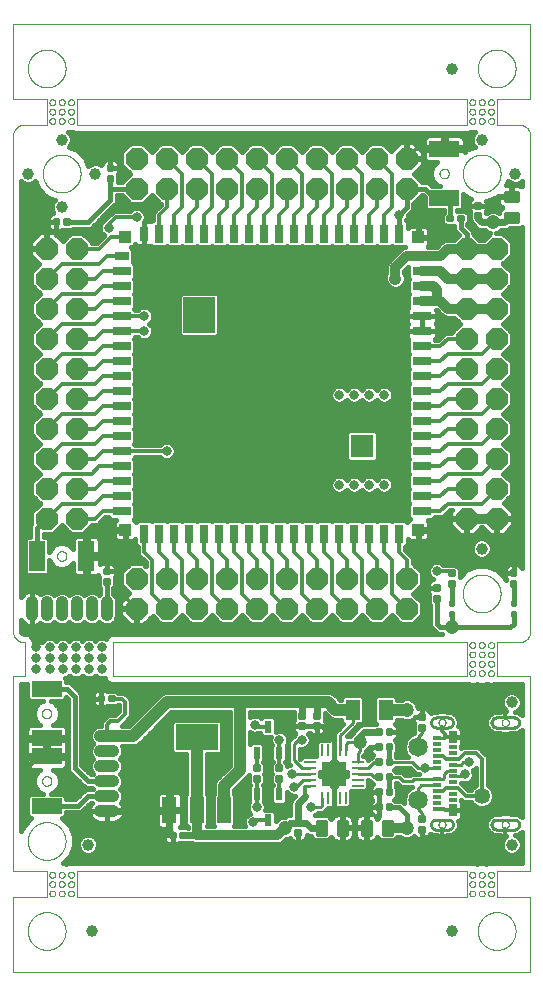
<source format=gtl>
G75*
%MOIN*%
%OFA0B0*%
%FSLAX25Y25*%
%IPPOS*%
%LPD*%
%AMOC8*
5,1,8,0,0,1.08239X$1,22.5*
%
%ADD10C,0.00000*%
%ADD11OC8,0.07400*%
%ADD12C,0.03937*%
%ADD13R,0.10000X0.05300*%
%ADD14R,0.05300X0.10000*%
%ADD15C,0.01142*%
%ADD16C,0.01250*%
%ADD17C,0.01000*%
%ADD18C,0.04134*%
%ADD19R,0.04724X0.03150*%
%ADD20R,0.06299X0.03150*%
%ADD21R,0.03150X0.06299*%
%ADD22R,0.03150X0.04724*%
%ADD23R,0.10512X0.11890*%
%ADD24R,0.03937X0.03937*%
%ADD25C,0.03169*%
%ADD26R,0.07795X0.07795*%
%ADD27R,0.00984X0.03937*%
%ADD28R,0.03937X0.00984*%
%ADD29R,0.07874X0.07874*%
%ADD30R,0.05000X0.07000*%
%ADD31R,0.04800X0.08800*%
%ADD32R,0.14173X0.08661*%
%ADD33R,0.02362X0.04134*%
%ADD34C,0.00984*%
%ADD35R,0.02756X0.01181*%
%ADD36R,0.02756X0.03937*%
%ADD37R,0.00787X0.00394*%
%ADD38C,0.01200*%
%ADD39C,0.03200*%
%ADD40C,0.01600*%
%ADD41C,0.02400*%
%ADD42C,0.04724*%
%ADD43C,0.04000*%
%ADD44C,0.04134*%
%ADD45C,0.05315*%
%ADD46C,0.03562*%
%ADD47C,0.06496*%
D10*
X0003000Y0001000D02*
X0175500Y0001000D01*
X0175500Y0026000D01*
X0164250Y0026000D01*
X0164250Y0034750D01*
X0175500Y0034750D01*
X0175500Y0099750D01*
X0164250Y0099750D01*
X0164250Y0111000D01*
X0171750Y0111000D01*
X0171870Y0111002D01*
X0171990Y0111008D01*
X0172110Y0111017D01*
X0172230Y0111031D01*
X0172348Y0111048D01*
X0172467Y0111069D01*
X0172584Y0111094D01*
X0172701Y0111123D01*
X0172817Y0111155D01*
X0172932Y0111191D01*
X0173045Y0111231D01*
X0173157Y0111274D01*
X0173268Y0111321D01*
X0173377Y0111371D01*
X0173485Y0111425D01*
X0173590Y0111483D01*
X0173694Y0111543D01*
X0173796Y0111607D01*
X0173895Y0111674D01*
X0173993Y0111745D01*
X0174088Y0111818D01*
X0174181Y0111895D01*
X0174271Y0111974D01*
X0174359Y0112056D01*
X0174444Y0112141D01*
X0174526Y0112229D01*
X0174605Y0112319D01*
X0174682Y0112412D01*
X0174755Y0112507D01*
X0174826Y0112605D01*
X0174893Y0112704D01*
X0174957Y0112806D01*
X0175017Y0112910D01*
X0175075Y0113015D01*
X0175129Y0113123D01*
X0175179Y0113232D01*
X0175226Y0113343D01*
X0175269Y0113455D01*
X0175309Y0113568D01*
X0175345Y0113683D01*
X0175377Y0113799D01*
X0175406Y0113916D01*
X0175431Y0114033D01*
X0175452Y0114152D01*
X0175469Y0114270D01*
X0175483Y0114390D01*
X0175492Y0114510D01*
X0175498Y0114630D01*
X0175500Y0114750D01*
X0175500Y0279750D01*
X0175498Y0279870D01*
X0175492Y0279990D01*
X0175483Y0280110D01*
X0175469Y0280230D01*
X0175452Y0280348D01*
X0175431Y0280467D01*
X0175406Y0280584D01*
X0175377Y0280701D01*
X0175345Y0280817D01*
X0175309Y0280932D01*
X0175269Y0281045D01*
X0175226Y0281157D01*
X0175179Y0281268D01*
X0175129Y0281377D01*
X0175075Y0281485D01*
X0175017Y0281590D01*
X0174957Y0281694D01*
X0174893Y0281796D01*
X0174826Y0281895D01*
X0174755Y0281993D01*
X0174682Y0282088D01*
X0174605Y0282181D01*
X0174526Y0282271D01*
X0174444Y0282359D01*
X0174359Y0282444D01*
X0174271Y0282526D01*
X0174181Y0282605D01*
X0174088Y0282682D01*
X0173993Y0282755D01*
X0173895Y0282826D01*
X0173796Y0282893D01*
X0173694Y0282957D01*
X0173590Y0283017D01*
X0173485Y0283075D01*
X0173377Y0283129D01*
X0173268Y0283179D01*
X0173157Y0283226D01*
X0173045Y0283269D01*
X0172932Y0283309D01*
X0172817Y0283345D01*
X0172701Y0283377D01*
X0172584Y0283406D01*
X0172467Y0283431D01*
X0172348Y0283452D01*
X0172230Y0283469D01*
X0172110Y0283483D01*
X0171990Y0283492D01*
X0171870Y0283498D01*
X0171750Y0283500D01*
X0164250Y0283500D01*
X0164250Y0292250D01*
X0175500Y0292250D01*
X0175500Y0317250D01*
X0003000Y0317250D01*
X0003000Y0292250D01*
X0014250Y0292250D01*
X0014250Y0283500D01*
X0006750Y0283500D01*
X0006630Y0283498D01*
X0006510Y0283492D01*
X0006390Y0283483D01*
X0006270Y0283469D01*
X0006152Y0283452D01*
X0006033Y0283431D01*
X0005916Y0283406D01*
X0005799Y0283377D01*
X0005683Y0283345D01*
X0005568Y0283309D01*
X0005455Y0283269D01*
X0005343Y0283226D01*
X0005232Y0283179D01*
X0005123Y0283129D01*
X0005015Y0283075D01*
X0004910Y0283017D01*
X0004806Y0282957D01*
X0004704Y0282893D01*
X0004605Y0282826D01*
X0004507Y0282755D01*
X0004412Y0282682D01*
X0004319Y0282605D01*
X0004229Y0282526D01*
X0004141Y0282444D01*
X0004056Y0282359D01*
X0003974Y0282271D01*
X0003895Y0282181D01*
X0003818Y0282088D01*
X0003745Y0281993D01*
X0003674Y0281895D01*
X0003607Y0281796D01*
X0003543Y0281694D01*
X0003483Y0281590D01*
X0003425Y0281485D01*
X0003371Y0281377D01*
X0003321Y0281268D01*
X0003274Y0281157D01*
X0003231Y0281045D01*
X0003191Y0280932D01*
X0003155Y0280817D01*
X0003123Y0280701D01*
X0003094Y0280584D01*
X0003069Y0280467D01*
X0003048Y0280348D01*
X0003031Y0280230D01*
X0003017Y0280110D01*
X0003008Y0279990D01*
X0003002Y0279870D01*
X0003000Y0279750D01*
X0003000Y0114750D01*
X0003002Y0114630D01*
X0003008Y0114510D01*
X0003017Y0114390D01*
X0003031Y0114270D01*
X0003048Y0114152D01*
X0003069Y0114033D01*
X0003094Y0113916D01*
X0003123Y0113799D01*
X0003155Y0113683D01*
X0003191Y0113568D01*
X0003231Y0113455D01*
X0003274Y0113343D01*
X0003321Y0113232D01*
X0003371Y0113123D01*
X0003425Y0113015D01*
X0003483Y0112910D01*
X0003543Y0112806D01*
X0003607Y0112704D01*
X0003674Y0112605D01*
X0003745Y0112507D01*
X0003818Y0112412D01*
X0003895Y0112319D01*
X0003974Y0112229D01*
X0004056Y0112141D01*
X0004141Y0112056D01*
X0004229Y0111974D01*
X0004319Y0111895D01*
X0004412Y0111818D01*
X0004507Y0111745D01*
X0004605Y0111674D01*
X0004704Y0111607D01*
X0004806Y0111543D01*
X0004910Y0111483D01*
X0005015Y0111425D01*
X0005123Y0111371D01*
X0005232Y0111321D01*
X0005343Y0111274D01*
X0005455Y0111231D01*
X0005568Y0111191D01*
X0005683Y0111155D01*
X0005799Y0111123D01*
X0005916Y0111094D01*
X0006033Y0111069D01*
X0006152Y0111048D01*
X0006270Y0111031D01*
X0006390Y0111017D01*
X0006510Y0111008D01*
X0006630Y0111002D01*
X0006750Y0111000D01*
X0007062Y0111000D01*
X0007062Y0099750D01*
X0003000Y0099750D01*
X0003000Y0034750D01*
X0014250Y0034750D01*
X0014250Y0026000D01*
X0003000Y0026000D01*
X0003000Y0001000D01*
X0007951Y0014750D02*
X0007953Y0014908D01*
X0007959Y0015066D01*
X0007969Y0015224D01*
X0007983Y0015382D01*
X0008001Y0015539D01*
X0008022Y0015696D01*
X0008048Y0015852D01*
X0008078Y0016008D01*
X0008111Y0016163D01*
X0008149Y0016316D01*
X0008190Y0016469D01*
X0008235Y0016621D01*
X0008284Y0016772D01*
X0008337Y0016921D01*
X0008393Y0017069D01*
X0008453Y0017215D01*
X0008517Y0017360D01*
X0008585Y0017503D01*
X0008656Y0017645D01*
X0008730Y0017785D01*
X0008808Y0017922D01*
X0008890Y0018058D01*
X0008974Y0018192D01*
X0009063Y0018323D01*
X0009154Y0018452D01*
X0009249Y0018579D01*
X0009346Y0018704D01*
X0009447Y0018826D01*
X0009551Y0018945D01*
X0009658Y0019062D01*
X0009768Y0019176D01*
X0009881Y0019287D01*
X0009996Y0019396D01*
X0010114Y0019501D01*
X0010235Y0019603D01*
X0010358Y0019703D01*
X0010484Y0019799D01*
X0010612Y0019892D01*
X0010742Y0019982D01*
X0010875Y0020068D01*
X0011010Y0020152D01*
X0011146Y0020231D01*
X0011285Y0020308D01*
X0011426Y0020380D01*
X0011568Y0020450D01*
X0011712Y0020515D01*
X0011858Y0020577D01*
X0012005Y0020635D01*
X0012154Y0020690D01*
X0012304Y0020741D01*
X0012455Y0020788D01*
X0012607Y0020831D01*
X0012760Y0020870D01*
X0012915Y0020906D01*
X0013070Y0020937D01*
X0013226Y0020965D01*
X0013382Y0020989D01*
X0013539Y0021009D01*
X0013697Y0021025D01*
X0013854Y0021037D01*
X0014013Y0021045D01*
X0014171Y0021049D01*
X0014329Y0021049D01*
X0014487Y0021045D01*
X0014646Y0021037D01*
X0014803Y0021025D01*
X0014961Y0021009D01*
X0015118Y0020989D01*
X0015274Y0020965D01*
X0015430Y0020937D01*
X0015585Y0020906D01*
X0015740Y0020870D01*
X0015893Y0020831D01*
X0016045Y0020788D01*
X0016196Y0020741D01*
X0016346Y0020690D01*
X0016495Y0020635D01*
X0016642Y0020577D01*
X0016788Y0020515D01*
X0016932Y0020450D01*
X0017074Y0020380D01*
X0017215Y0020308D01*
X0017354Y0020231D01*
X0017490Y0020152D01*
X0017625Y0020068D01*
X0017758Y0019982D01*
X0017888Y0019892D01*
X0018016Y0019799D01*
X0018142Y0019703D01*
X0018265Y0019603D01*
X0018386Y0019501D01*
X0018504Y0019396D01*
X0018619Y0019287D01*
X0018732Y0019176D01*
X0018842Y0019062D01*
X0018949Y0018945D01*
X0019053Y0018826D01*
X0019154Y0018704D01*
X0019251Y0018579D01*
X0019346Y0018452D01*
X0019437Y0018323D01*
X0019526Y0018192D01*
X0019610Y0018058D01*
X0019692Y0017922D01*
X0019770Y0017785D01*
X0019844Y0017645D01*
X0019915Y0017503D01*
X0019983Y0017360D01*
X0020047Y0017215D01*
X0020107Y0017069D01*
X0020163Y0016921D01*
X0020216Y0016772D01*
X0020265Y0016621D01*
X0020310Y0016469D01*
X0020351Y0016316D01*
X0020389Y0016163D01*
X0020422Y0016008D01*
X0020452Y0015852D01*
X0020478Y0015696D01*
X0020499Y0015539D01*
X0020517Y0015382D01*
X0020531Y0015224D01*
X0020541Y0015066D01*
X0020547Y0014908D01*
X0020549Y0014750D01*
X0020547Y0014592D01*
X0020541Y0014434D01*
X0020531Y0014276D01*
X0020517Y0014118D01*
X0020499Y0013961D01*
X0020478Y0013804D01*
X0020452Y0013648D01*
X0020422Y0013492D01*
X0020389Y0013337D01*
X0020351Y0013184D01*
X0020310Y0013031D01*
X0020265Y0012879D01*
X0020216Y0012728D01*
X0020163Y0012579D01*
X0020107Y0012431D01*
X0020047Y0012285D01*
X0019983Y0012140D01*
X0019915Y0011997D01*
X0019844Y0011855D01*
X0019770Y0011715D01*
X0019692Y0011578D01*
X0019610Y0011442D01*
X0019526Y0011308D01*
X0019437Y0011177D01*
X0019346Y0011048D01*
X0019251Y0010921D01*
X0019154Y0010796D01*
X0019053Y0010674D01*
X0018949Y0010555D01*
X0018842Y0010438D01*
X0018732Y0010324D01*
X0018619Y0010213D01*
X0018504Y0010104D01*
X0018386Y0009999D01*
X0018265Y0009897D01*
X0018142Y0009797D01*
X0018016Y0009701D01*
X0017888Y0009608D01*
X0017758Y0009518D01*
X0017625Y0009432D01*
X0017490Y0009348D01*
X0017354Y0009269D01*
X0017215Y0009192D01*
X0017074Y0009120D01*
X0016932Y0009050D01*
X0016788Y0008985D01*
X0016642Y0008923D01*
X0016495Y0008865D01*
X0016346Y0008810D01*
X0016196Y0008759D01*
X0016045Y0008712D01*
X0015893Y0008669D01*
X0015740Y0008630D01*
X0015585Y0008594D01*
X0015430Y0008563D01*
X0015274Y0008535D01*
X0015118Y0008511D01*
X0014961Y0008491D01*
X0014803Y0008475D01*
X0014646Y0008463D01*
X0014487Y0008455D01*
X0014329Y0008451D01*
X0014171Y0008451D01*
X0014013Y0008455D01*
X0013854Y0008463D01*
X0013697Y0008475D01*
X0013539Y0008491D01*
X0013382Y0008511D01*
X0013226Y0008535D01*
X0013070Y0008563D01*
X0012915Y0008594D01*
X0012760Y0008630D01*
X0012607Y0008669D01*
X0012455Y0008712D01*
X0012304Y0008759D01*
X0012154Y0008810D01*
X0012005Y0008865D01*
X0011858Y0008923D01*
X0011712Y0008985D01*
X0011568Y0009050D01*
X0011426Y0009120D01*
X0011285Y0009192D01*
X0011146Y0009269D01*
X0011010Y0009348D01*
X0010875Y0009432D01*
X0010742Y0009518D01*
X0010612Y0009608D01*
X0010484Y0009701D01*
X0010358Y0009797D01*
X0010235Y0009897D01*
X0010114Y0009999D01*
X0009996Y0010104D01*
X0009881Y0010213D01*
X0009768Y0010324D01*
X0009658Y0010438D01*
X0009551Y0010555D01*
X0009447Y0010674D01*
X0009346Y0010796D01*
X0009249Y0010921D01*
X0009154Y0011048D01*
X0009063Y0011177D01*
X0008974Y0011308D01*
X0008890Y0011442D01*
X0008808Y0011578D01*
X0008730Y0011715D01*
X0008656Y0011855D01*
X0008585Y0011997D01*
X0008517Y0012140D01*
X0008453Y0012285D01*
X0008393Y0012431D01*
X0008337Y0012579D01*
X0008284Y0012728D01*
X0008235Y0012879D01*
X0008190Y0013031D01*
X0008149Y0013184D01*
X0008111Y0013337D01*
X0008078Y0013492D01*
X0008048Y0013648D01*
X0008022Y0013804D01*
X0008001Y0013961D01*
X0007983Y0014118D01*
X0007969Y0014276D01*
X0007959Y0014434D01*
X0007953Y0014592D01*
X0007951Y0014750D01*
X0015141Y0027250D02*
X0015143Y0027312D01*
X0015149Y0027375D01*
X0015159Y0027436D01*
X0015173Y0027497D01*
X0015190Y0027557D01*
X0015211Y0027616D01*
X0015237Y0027673D01*
X0015265Y0027728D01*
X0015297Y0027782D01*
X0015333Y0027833D01*
X0015371Y0027883D01*
X0015413Y0027929D01*
X0015457Y0027973D01*
X0015505Y0028014D01*
X0015554Y0028052D01*
X0015606Y0028086D01*
X0015660Y0028117D01*
X0015716Y0028145D01*
X0015774Y0028169D01*
X0015833Y0028190D01*
X0015893Y0028206D01*
X0015954Y0028219D01*
X0016016Y0028228D01*
X0016078Y0028233D01*
X0016141Y0028234D01*
X0016203Y0028231D01*
X0016265Y0028224D01*
X0016327Y0028213D01*
X0016387Y0028198D01*
X0016447Y0028180D01*
X0016505Y0028158D01*
X0016562Y0028132D01*
X0016617Y0028102D01*
X0016670Y0028069D01*
X0016721Y0028033D01*
X0016769Y0027994D01*
X0016815Y0027951D01*
X0016858Y0027906D01*
X0016898Y0027858D01*
X0016935Y0027808D01*
X0016969Y0027755D01*
X0017000Y0027701D01*
X0017026Y0027645D01*
X0017050Y0027587D01*
X0017069Y0027527D01*
X0017085Y0027467D01*
X0017097Y0027405D01*
X0017105Y0027344D01*
X0017109Y0027281D01*
X0017109Y0027219D01*
X0017105Y0027156D01*
X0017097Y0027095D01*
X0017085Y0027033D01*
X0017069Y0026973D01*
X0017050Y0026913D01*
X0017026Y0026855D01*
X0017000Y0026799D01*
X0016969Y0026745D01*
X0016935Y0026692D01*
X0016898Y0026642D01*
X0016858Y0026594D01*
X0016815Y0026549D01*
X0016769Y0026506D01*
X0016721Y0026467D01*
X0016670Y0026431D01*
X0016617Y0026398D01*
X0016562Y0026368D01*
X0016505Y0026342D01*
X0016447Y0026320D01*
X0016387Y0026302D01*
X0016327Y0026287D01*
X0016265Y0026276D01*
X0016203Y0026269D01*
X0016141Y0026266D01*
X0016078Y0026267D01*
X0016016Y0026272D01*
X0015954Y0026281D01*
X0015893Y0026294D01*
X0015833Y0026310D01*
X0015774Y0026331D01*
X0015716Y0026355D01*
X0015660Y0026383D01*
X0015606Y0026414D01*
X0015554Y0026448D01*
X0015505Y0026486D01*
X0015457Y0026527D01*
X0015413Y0026571D01*
X0015371Y0026617D01*
X0015333Y0026667D01*
X0015297Y0026718D01*
X0015265Y0026772D01*
X0015237Y0026827D01*
X0015211Y0026884D01*
X0015190Y0026943D01*
X0015173Y0027003D01*
X0015159Y0027064D01*
X0015149Y0027125D01*
X0015143Y0027188D01*
X0015141Y0027250D01*
X0015141Y0030375D02*
X0015143Y0030437D01*
X0015149Y0030500D01*
X0015159Y0030561D01*
X0015173Y0030622D01*
X0015190Y0030682D01*
X0015211Y0030741D01*
X0015237Y0030798D01*
X0015265Y0030853D01*
X0015297Y0030907D01*
X0015333Y0030958D01*
X0015371Y0031008D01*
X0015413Y0031054D01*
X0015457Y0031098D01*
X0015505Y0031139D01*
X0015554Y0031177D01*
X0015606Y0031211D01*
X0015660Y0031242D01*
X0015716Y0031270D01*
X0015774Y0031294D01*
X0015833Y0031315D01*
X0015893Y0031331D01*
X0015954Y0031344D01*
X0016016Y0031353D01*
X0016078Y0031358D01*
X0016141Y0031359D01*
X0016203Y0031356D01*
X0016265Y0031349D01*
X0016327Y0031338D01*
X0016387Y0031323D01*
X0016447Y0031305D01*
X0016505Y0031283D01*
X0016562Y0031257D01*
X0016617Y0031227D01*
X0016670Y0031194D01*
X0016721Y0031158D01*
X0016769Y0031119D01*
X0016815Y0031076D01*
X0016858Y0031031D01*
X0016898Y0030983D01*
X0016935Y0030933D01*
X0016969Y0030880D01*
X0017000Y0030826D01*
X0017026Y0030770D01*
X0017050Y0030712D01*
X0017069Y0030652D01*
X0017085Y0030592D01*
X0017097Y0030530D01*
X0017105Y0030469D01*
X0017109Y0030406D01*
X0017109Y0030344D01*
X0017105Y0030281D01*
X0017097Y0030220D01*
X0017085Y0030158D01*
X0017069Y0030098D01*
X0017050Y0030038D01*
X0017026Y0029980D01*
X0017000Y0029924D01*
X0016969Y0029870D01*
X0016935Y0029817D01*
X0016898Y0029767D01*
X0016858Y0029719D01*
X0016815Y0029674D01*
X0016769Y0029631D01*
X0016721Y0029592D01*
X0016670Y0029556D01*
X0016617Y0029523D01*
X0016562Y0029493D01*
X0016505Y0029467D01*
X0016447Y0029445D01*
X0016387Y0029427D01*
X0016327Y0029412D01*
X0016265Y0029401D01*
X0016203Y0029394D01*
X0016141Y0029391D01*
X0016078Y0029392D01*
X0016016Y0029397D01*
X0015954Y0029406D01*
X0015893Y0029419D01*
X0015833Y0029435D01*
X0015774Y0029456D01*
X0015716Y0029480D01*
X0015660Y0029508D01*
X0015606Y0029539D01*
X0015554Y0029573D01*
X0015505Y0029611D01*
X0015457Y0029652D01*
X0015413Y0029696D01*
X0015371Y0029742D01*
X0015333Y0029792D01*
X0015297Y0029843D01*
X0015265Y0029897D01*
X0015237Y0029952D01*
X0015211Y0030009D01*
X0015190Y0030068D01*
X0015173Y0030128D01*
X0015159Y0030189D01*
X0015149Y0030250D01*
X0015143Y0030313D01*
X0015141Y0030375D01*
X0015141Y0033500D02*
X0015143Y0033562D01*
X0015149Y0033625D01*
X0015159Y0033686D01*
X0015173Y0033747D01*
X0015190Y0033807D01*
X0015211Y0033866D01*
X0015237Y0033923D01*
X0015265Y0033978D01*
X0015297Y0034032D01*
X0015333Y0034083D01*
X0015371Y0034133D01*
X0015413Y0034179D01*
X0015457Y0034223D01*
X0015505Y0034264D01*
X0015554Y0034302D01*
X0015606Y0034336D01*
X0015660Y0034367D01*
X0015716Y0034395D01*
X0015774Y0034419D01*
X0015833Y0034440D01*
X0015893Y0034456D01*
X0015954Y0034469D01*
X0016016Y0034478D01*
X0016078Y0034483D01*
X0016141Y0034484D01*
X0016203Y0034481D01*
X0016265Y0034474D01*
X0016327Y0034463D01*
X0016387Y0034448D01*
X0016447Y0034430D01*
X0016505Y0034408D01*
X0016562Y0034382D01*
X0016617Y0034352D01*
X0016670Y0034319D01*
X0016721Y0034283D01*
X0016769Y0034244D01*
X0016815Y0034201D01*
X0016858Y0034156D01*
X0016898Y0034108D01*
X0016935Y0034058D01*
X0016969Y0034005D01*
X0017000Y0033951D01*
X0017026Y0033895D01*
X0017050Y0033837D01*
X0017069Y0033777D01*
X0017085Y0033717D01*
X0017097Y0033655D01*
X0017105Y0033594D01*
X0017109Y0033531D01*
X0017109Y0033469D01*
X0017105Y0033406D01*
X0017097Y0033345D01*
X0017085Y0033283D01*
X0017069Y0033223D01*
X0017050Y0033163D01*
X0017026Y0033105D01*
X0017000Y0033049D01*
X0016969Y0032995D01*
X0016935Y0032942D01*
X0016898Y0032892D01*
X0016858Y0032844D01*
X0016815Y0032799D01*
X0016769Y0032756D01*
X0016721Y0032717D01*
X0016670Y0032681D01*
X0016617Y0032648D01*
X0016562Y0032618D01*
X0016505Y0032592D01*
X0016447Y0032570D01*
X0016387Y0032552D01*
X0016327Y0032537D01*
X0016265Y0032526D01*
X0016203Y0032519D01*
X0016141Y0032516D01*
X0016078Y0032517D01*
X0016016Y0032522D01*
X0015954Y0032531D01*
X0015893Y0032544D01*
X0015833Y0032560D01*
X0015774Y0032581D01*
X0015716Y0032605D01*
X0015660Y0032633D01*
X0015606Y0032664D01*
X0015554Y0032698D01*
X0015505Y0032736D01*
X0015457Y0032777D01*
X0015413Y0032821D01*
X0015371Y0032867D01*
X0015333Y0032917D01*
X0015297Y0032968D01*
X0015265Y0033022D01*
X0015237Y0033077D01*
X0015211Y0033134D01*
X0015190Y0033193D01*
X0015173Y0033253D01*
X0015159Y0033314D01*
X0015149Y0033375D01*
X0015143Y0033438D01*
X0015141Y0033500D01*
X0018266Y0033500D02*
X0018268Y0033562D01*
X0018274Y0033625D01*
X0018284Y0033686D01*
X0018298Y0033747D01*
X0018315Y0033807D01*
X0018336Y0033866D01*
X0018362Y0033923D01*
X0018390Y0033978D01*
X0018422Y0034032D01*
X0018458Y0034083D01*
X0018496Y0034133D01*
X0018538Y0034179D01*
X0018582Y0034223D01*
X0018630Y0034264D01*
X0018679Y0034302D01*
X0018731Y0034336D01*
X0018785Y0034367D01*
X0018841Y0034395D01*
X0018899Y0034419D01*
X0018958Y0034440D01*
X0019018Y0034456D01*
X0019079Y0034469D01*
X0019141Y0034478D01*
X0019203Y0034483D01*
X0019266Y0034484D01*
X0019328Y0034481D01*
X0019390Y0034474D01*
X0019452Y0034463D01*
X0019512Y0034448D01*
X0019572Y0034430D01*
X0019630Y0034408D01*
X0019687Y0034382D01*
X0019742Y0034352D01*
X0019795Y0034319D01*
X0019846Y0034283D01*
X0019894Y0034244D01*
X0019940Y0034201D01*
X0019983Y0034156D01*
X0020023Y0034108D01*
X0020060Y0034058D01*
X0020094Y0034005D01*
X0020125Y0033951D01*
X0020151Y0033895D01*
X0020175Y0033837D01*
X0020194Y0033777D01*
X0020210Y0033717D01*
X0020222Y0033655D01*
X0020230Y0033594D01*
X0020234Y0033531D01*
X0020234Y0033469D01*
X0020230Y0033406D01*
X0020222Y0033345D01*
X0020210Y0033283D01*
X0020194Y0033223D01*
X0020175Y0033163D01*
X0020151Y0033105D01*
X0020125Y0033049D01*
X0020094Y0032995D01*
X0020060Y0032942D01*
X0020023Y0032892D01*
X0019983Y0032844D01*
X0019940Y0032799D01*
X0019894Y0032756D01*
X0019846Y0032717D01*
X0019795Y0032681D01*
X0019742Y0032648D01*
X0019687Y0032618D01*
X0019630Y0032592D01*
X0019572Y0032570D01*
X0019512Y0032552D01*
X0019452Y0032537D01*
X0019390Y0032526D01*
X0019328Y0032519D01*
X0019266Y0032516D01*
X0019203Y0032517D01*
X0019141Y0032522D01*
X0019079Y0032531D01*
X0019018Y0032544D01*
X0018958Y0032560D01*
X0018899Y0032581D01*
X0018841Y0032605D01*
X0018785Y0032633D01*
X0018731Y0032664D01*
X0018679Y0032698D01*
X0018630Y0032736D01*
X0018582Y0032777D01*
X0018538Y0032821D01*
X0018496Y0032867D01*
X0018458Y0032917D01*
X0018422Y0032968D01*
X0018390Y0033022D01*
X0018362Y0033077D01*
X0018336Y0033134D01*
X0018315Y0033193D01*
X0018298Y0033253D01*
X0018284Y0033314D01*
X0018274Y0033375D01*
X0018268Y0033438D01*
X0018266Y0033500D01*
X0018266Y0030375D02*
X0018268Y0030437D01*
X0018274Y0030500D01*
X0018284Y0030561D01*
X0018298Y0030622D01*
X0018315Y0030682D01*
X0018336Y0030741D01*
X0018362Y0030798D01*
X0018390Y0030853D01*
X0018422Y0030907D01*
X0018458Y0030958D01*
X0018496Y0031008D01*
X0018538Y0031054D01*
X0018582Y0031098D01*
X0018630Y0031139D01*
X0018679Y0031177D01*
X0018731Y0031211D01*
X0018785Y0031242D01*
X0018841Y0031270D01*
X0018899Y0031294D01*
X0018958Y0031315D01*
X0019018Y0031331D01*
X0019079Y0031344D01*
X0019141Y0031353D01*
X0019203Y0031358D01*
X0019266Y0031359D01*
X0019328Y0031356D01*
X0019390Y0031349D01*
X0019452Y0031338D01*
X0019512Y0031323D01*
X0019572Y0031305D01*
X0019630Y0031283D01*
X0019687Y0031257D01*
X0019742Y0031227D01*
X0019795Y0031194D01*
X0019846Y0031158D01*
X0019894Y0031119D01*
X0019940Y0031076D01*
X0019983Y0031031D01*
X0020023Y0030983D01*
X0020060Y0030933D01*
X0020094Y0030880D01*
X0020125Y0030826D01*
X0020151Y0030770D01*
X0020175Y0030712D01*
X0020194Y0030652D01*
X0020210Y0030592D01*
X0020222Y0030530D01*
X0020230Y0030469D01*
X0020234Y0030406D01*
X0020234Y0030344D01*
X0020230Y0030281D01*
X0020222Y0030220D01*
X0020210Y0030158D01*
X0020194Y0030098D01*
X0020175Y0030038D01*
X0020151Y0029980D01*
X0020125Y0029924D01*
X0020094Y0029870D01*
X0020060Y0029817D01*
X0020023Y0029767D01*
X0019983Y0029719D01*
X0019940Y0029674D01*
X0019894Y0029631D01*
X0019846Y0029592D01*
X0019795Y0029556D01*
X0019742Y0029523D01*
X0019687Y0029493D01*
X0019630Y0029467D01*
X0019572Y0029445D01*
X0019512Y0029427D01*
X0019452Y0029412D01*
X0019390Y0029401D01*
X0019328Y0029394D01*
X0019266Y0029391D01*
X0019203Y0029392D01*
X0019141Y0029397D01*
X0019079Y0029406D01*
X0019018Y0029419D01*
X0018958Y0029435D01*
X0018899Y0029456D01*
X0018841Y0029480D01*
X0018785Y0029508D01*
X0018731Y0029539D01*
X0018679Y0029573D01*
X0018630Y0029611D01*
X0018582Y0029652D01*
X0018538Y0029696D01*
X0018496Y0029742D01*
X0018458Y0029792D01*
X0018422Y0029843D01*
X0018390Y0029897D01*
X0018362Y0029952D01*
X0018336Y0030009D01*
X0018315Y0030068D01*
X0018298Y0030128D01*
X0018284Y0030189D01*
X0018274Y0030250D01*
X0018268Y0030313D01*
X0018266Y0030375D01*
X0018266Y0027250D02*
X0018268Y0027312D01*
X0018274Y0027375D01*
X0018284Y0027436D01*
X0018298Y0027497D01*
X0018315Y0027557D01*
X0018336Y0027616D01*
X0018362Y0027673D01*
X0018390Y0027728D01*
X0018422Y0027782D01*
X0018458Y0027833D01*
X0018496Y0027883D01*
X0018538Y0027929D01*
X0018582Y0027973D01*
X0018630Y0028014D01*
X0018679Y0028052D01*
X0018731Y0028086D01*
X0018785Y0028117D01*
X0018841Y0028145D01*
X0018899Y0028169D01*
X0018958Y0028190D01*
X0019018Y0028206D01*
X0019079Y0028219D01*
X0019141Y0028228D01*
X0019203Y0028233D01*
X0019266Y0028234D01*
X0019328Y0028231D01*
X0019390Y0028224D01*
X0019452Y0028213D01*
X0019512Y0028198D01*
X0019572Y0028180D01*
X0019630Y0028158D01*
X0019687Y0028132D01*
X0019742Y0028102D01*
X0019795Y0028069D01*
X0019846Y0028033D01*
X0019894Y0027994D01*
X0019940Y0027951D01*
X0019983Y0027906D01*
X0020023Y0027858D01*
X0020060Y0027808D01*
X0020094Y0027755D01*
X0020125Y0027701D01*
X0020151Y0027645D01*
X0020175Y0027587D01*
X0020194Y0027527D01*
X0020210Y0027467D01*
X0020222Y0027405D01*
X0020230Y0027344D01*
X0020234Y0027281D01*
X0020234Y0027219D01*
X0020230Y0027156D01*
X0020222Y0027095D01*
X0020210Y0027033D01*
X0020194Y0026973D01*
X0020175Y0026913D01*
X0020151Y0026855D01*
X0020125Y0026799D01*
X0020094Y0026745D01*
X0020060Y0026692D01*
X0020023Y0026642D01*
X0019983Y0026594D01*
X0019940Y0026549D01*
X0019894Y0026506D01*
X0019846Y0026467D01*
X0019795Y0026431D01*
X0019742Y0026398D01*
X0019687Y0026368D01*
X0019630Y0026342D01*
X0019572Y0026320D01*
X0019512Y0026302D01*
X0019452Y0026287D01*
X0019390Y0026276D01*
X0019328Y0026269D01*
X0019266Y0026266D01*
X0019203Y0026267D01*
X0019141Y0026272D01*
X0019079Y0026281D01*
X0019018Y0026294D01*
X0018958Y0026310D01*
X0018899Y0026331D01*
X0018841Y0026355D01*
X0018785Y0026383D01*
X0018731Y0026414D01*
X0018679Y0026448D01*
X0018630Y0026486D01*
X0018582Y0026527D01*
X0018538Y0026571D01*
X0018496Y0026617D01*
X0018458Y0026667D01*
X0018422Y0026718D01*
X0018390Y0026772D01*
X0018362Y0026827D01*
X0018336Y0026884D01*
X0018315Y0026943D01*
X0018298Y0027003D01*
X0018284Y0027064D01*
X0018274Y0027125D01*
X0018268Y0027188D01*
X0018266Y0027250D01*
X0021391Y0027250D02*
X0021393Y0027312D01*
X0021399Y0027375D01*
X0021409Y0027436D01*
X0021423Y0027497D01*
X0021440Y0027557D01*
X0021461Y0027616D01*
X0021487Y0027673D01*
X0021515Y0027728D01*
X0021547Y0027782D01*
X0021583Y0027833D01*
X0021621Y0027883D01*
X0021663Y0027929D01*
X0021707Y0027973D01*
X0021755Y0028014D01*
X0021804Y0028052D01*
X0021856Y0028086D01*
X0021910Y0028117D01*
X0021966Y0028145D01*
X0022024Y0028169D01*
X0022083Y0028190D01*
X0022143Y0028206D01*
X0022204Y0028219D01*
X0022266Y0028228D01*
X0022328Y0028233D01*
X0022391Y0028234D01*
X0022453Y0028231D01*
X0022515Y0028224D01*
X0022577Y0028213D01*
X0022637Y0028198D01*
X0022697Y0028180D01*
X0022755Y0028158D01*
X0022812Y0028132D01*
X0022867Y0028102D01*
X0022920Y0028069D01*
X0022971Y0028033D01*
X0023019Y0027994D01*
X0023065Y0027951D01*
X0023108Y0027906D01*
X0023148Y0027858D01*
X0023185Y0027808D01*
X0023219Y0027755D01*
X0023250Y0027701D01*
X0023276Y0027645D01*
X0023300Y0027587D01*
X0023319Y0027527D01*
X0023335Y0027467D01*
X0023347Y0027405D01*
X0023355Y0027344D01*
X0023359Y0027281D01*
X0023359Y0027219D01*
X0023355Y0027156D01*
X0023347Y0027095D01*
X0023335Y0027033D01*
X0023319Y0026973D01*
X0023300Y0026913D01*
X0023276Y0026855D01*
X0023250Y0026799D01*
X0023219Y0026745D01*
X0023185Y0026692D01*
X0023148Y0026642D01*
X0023108Y0026594D01*
X0023065Y0026549D01*
X0023019Y0026506D01*
X0022971Y0026467D01*
X0022920Y0026431D01*
X0022867Y0026398D01*
X0022812Y0026368D01*
X0022755Y0026342D01*
X0022697Y0026320D01*
X0022637Y0026302D01*
X0022577Y0026287D01*
X0022515Y0026276D01*
X0022453Y0026269D01*
X0022391Y0026266D01*
X0022328Y0026267D01*
X0022266Y0026272D01*
X0022204Y0026281D01*
X0022143Y0026294D01*
X0022083Y0026310D01*
X0022024Y0026331D01*
X0021966Y0026355D01*
X0021910Y0026383D01*
X0021856Y0026414D01*
X0021804Y0026448D01*
X0021755Y0026486D01*
X0021707Y0026527D01*
X0021663Y0026571D01*
X0021621Y0026617D01*
X0021583Y0026667D01*
X0021547Y0026718D01*
X0021515Y0026772D01*
X0021487Y0026827D01*
X0021461Y0026884D01*
X0021440Y0026943D01*
X0021423Y0027003D01*
X0021409Y0027064D01*
X0021399Y0027125D01*
X0021393Y0027188D01*
X0021391Y0027250D01*
X0024250Y0026000D02*
X0154250Y0026000D01*
X0154250Y0034750D01*
X0024250Y0034750D01*
X0024250Y0026000D01*
X0021391Y0030375D02*
X0021393Y0030437D01*
X0021399Y0030500D01*
X0021409Y0030561D01*
X0021423Y0030622D01*
X0021440Y0030682D01*
X0021461Y0030741D01*
X0021487Y0030798D01*
X0021515Y0030853D01*
X0021547Y0030907D01*
X0021583Y0030958D01*
X0021621Y0031008D01*
X0021663Y0031054D01*
X0021707Y0031098D01*
X0021755Y0031139D01*
X0021804Y0031177D01*
X0021856Y0031211D01*
X0021910Y0031242D01*
X0021966Y0031270D01*
X0022024Y0031294D01*
X0022083Y0031315D01*
X0022143Y0031331D01*
X0022204Y0031344D01*
X0022266Y0031353D01*
X0022328Y0031358D01*
X0022391Y0031359D01*
X0022453Y0031356D01*
X0022515Y0031349D01*
X0022577Y0031338D01*
X0022637Y0031323D01*
X0022697Y0031305D01*
X0022755Y0031283D01*
X0022812Y0031257D01*
X0022867Y0031227D01*
X0022920Y0031194D01*
X0022971Y0031158D01*
X0023019Y0031119D01*
X0023065Y0031076D01*
X0023108Y0031031D01*
X0023148Y0030983D01*
X0023185Y0030933D01*
X0023219Y0030880D01*
X0023250Y0030826D01*
X0023276Y0030770D01*
X0023300Y0030712D01*
X0023319Y0030652D01*
X0023335Y0030592D01*
X0023347Y0030530D01*
X0023355Y0030469D01*
X0023359Y0030406D01*
X0023359Y0030344D01*
X0023355Y0030281D01*
X0023347Y0030220D01*
X0023335Y0030158D01*
X0023319Y0030098D01*
X0023300Y0030038D01*
X0023276Y0029980D01*
X0023250Y0029924D01*
X0023219Y0029870D01*
X0023185Y0029817D01*
X0023148Y0029767D01*
X0023108Y0029719D01*
X0023065Y0029674D01*
X0023019Y0029631D01*
X0022971Y0029592D01*
X0022920Y0029556D01*
X0022867Y0029523D01*
X0022812Y0029493D01*
X0022755Y0029467D01*
X0022697Y0029445D01*
X0022637Y0029427D01*
X0022577Y0029412D01*
X0022515Y0029401D01*
X0022453Y0029394D01*
X0022391Y0029391D01*
X0022328Y0029392D01*
X0022266Y0029397D01*
X0022204Y0029406D01*
X0022143Y0029419D01*
X0022083Y0029435D01*
X0022024Y0029456D01*
X0021966Y0029480D01*
X0021910Y0029508D01*
X0021856Y0029539D01*
X0021804Y0029573D01*
X0021755Y0029611D01*
X0021707Y0029652D01*
X0021663Y0029696D01*
X0021621Y0029742D01*
X0021583Y0029792D01*
X0021547Y0029843D01*
X0021515Y0029897D01*
X0021487Y0029952D01*
X0021461Y0030009D01*
X0021440Y0030068D01*
X0021423Y0030128D01*
X0021409Y0030189D01*
X0021399Y0030250D01*
X0021393Y0030313D01*
X0021391Y0030375D01*
X0021391Y0033500D02*
X0021393Y0033562D01*
X0021399Y0033625D01*
X0021409Y0033686D01*
X0021423Y0033747D01*
X0021440Y0033807D01*
X0021461Y0033866D01*
X0021487Y0033923D01*
X0021515Y0033978D01*
X0021547Y0034032D01*
X0021583Y0034083D01*
X0021621Y0034133D01*
X0021663Y0034179D01*
X0021707Y0034223D01*
X0021755Y0034264D01*
X0021804Y0034302D01*
X0021856Y0034336D01*
X0021910Y0034367D01*
X0021966Y0034395D01*
X0022024Y0034419D01*
X0022083Y0034440D01*
X0022143Y0034456D01*
X0022204Y0034469D01*
X0022266Y0034478D01*
X0022328Y0034483D01*
X0022391Y0034484D01*
X0022453Y0034481D01*
X0022515Y0034474D01*
X0022577Y0034463D01*
X0022637Y0034448D01*
X0022697Y0034430D01*
X0022755Y0034408D01*
X0022812Y0034382D01*
X0022867Y0034352D01*
X0022920Y0034319D01*
X0022971Y0034283D01*
X0023019Y0034244D01*
X0023065Y0034201D01*
X0023108Y0034156D01*
X0023148Y0034108D01*
X0023185Y0034058D01*
X0023219Y0034005D01*
X0023250Y0033951D01*
X0023276Y0033895D01*
X0023300Y0033837D01*
X0023319Y0033777D01*
X0023335Y0033717D01*
X0023347Y0033655D01*
X0023355Y0033594D01*
X0023359Y0033531D01*
X0023359Y0033469D01*
X0023355Y0033406D01*
X0023347Y0033345D01*
X0023335Y0033283D01*
X0023319Y0033223D01*
X0023300Y0033163D01*
X0023276Y0033105D01*
X0023250Y0033049D01*
X0023219Y0032995D01*
X0023185Y0032942D01*
X0023148Y0032892D01*
X0023108Y0032844D01*
X0023065Y0032799D01*
X0023019Y0032756D01*
X0022971Y0032717D01*
X0022920Y0032681D01*
X0022867Y0032648D01*
X0022812Y0032618D01*
X0022755Y0032592D01*
X0022697Y0032570D01*
X0022637Y0032552D01*
X0022577Y0032537D01*
X0022515Y0032526D01*
X0022453Y0032519D01*
X0022391Y0032516D01*
X0022328Y0032517D01*
X0022266Y0032522D01*
X0022204Y0032531D01*
X0022143Y0032544D01*
X0022083Y0032560D01*
X0022024Y0032581D01*
X0021966Y0032605D01*
X0021910Y0032633D01*
X0021856Y0032664D01*
X0021804Y0032698D01*
X0021755Y0032736D01*
X0021707Y0032777D01*
X0021663Y0032821D01*
X0021621Y0032867D01*
X0021583Y0032917D01*
X0021547Y0032968D01*
X0021515Y0033022D01*
X0021487Y0033077D01*
X0021461Y0033134D01*
X0021440Y0033193D01*
X0021423Y0033253D01*
X0021409Y0033314D01*
X0021399Y0033375D01*
X0021393Y0033438D01*
X0021391Y0033500D01*
X0007951Y0044750D02*
X0007953Y0044908D01*
X0007959Y0045066D01*
X0007969Y0045224D01*
X0007983Y0045382D01*
X0008001Y0045539D01*
X0008022Y0045696D01*
X0008048Y0045852D01*
X0008078Y0046008D01*
X0008111Y0046163D01*
X0008149Y0046316D01*
X0008190Y0046469D01*
X0008235Y0046621D01*
X0008284Y0046772D01*
X0008337Y0046921D01*
X0008393Y0047069D01*
X0008453Y0047215D01*
X0008517Y0047360D01*
X0008585Y0047503D01*
X0008656Y0047645D01*
X0008730Y0047785D01*
X0008808Y0047922D01*
X0008890Y0048058D01*
X0008974Y0048192D01*
X0009063Y0048323D01*
X0009154Y0048452D01*
X0009249Y0048579D01*
X0009346Y0048704D01*
X0009447Y0048826D01*
X0009551Y0048945D01*
X0009658Y0049062D01*
X0009768Y0049176D01*
X0009881Y0049287D01*
X0009996Y0049396D01*
X0010114Y0049501D01*
X0010235Y0049603D01*
X0010358Y0049703D01*
X0010484Y0049799D01*
X0010612Y0049892D01*
X0010742Y0049982D01*
X0010875Y0050068D01*
X0011010Y0050152D01*
X0011146Y0050231D01*
X0011285Y0050308D01*
X0011426Y0050380D01*
X0011568Y0050450D01*
X0011712Y0050515D01*
X0011858Y0050577D01*
X0012005Y0050635D01*
X0012154Y0050690D01*
X0012304Y0050741D01*
X0012455Y0050788D01*
X0012607Y0050831D01*
X0012760Y0050870D01*
X0012915Y0050906D01*
X0013070Y0050937D01*
X0013226Y0050965D01*
X0013382Y0050989D01*
X0013539Y0051009D01*
X0013697Y0051025D01*
X0013854Y0051037D01*
X0014013Y0051045D01*
X0014171Y0051049D01*
X0014329Y0051049D01*
X0014487Y0051045D01*
X0014646Y0051037D01*
X0014803Y0051025D01*
X0014961Y0051009D01*
X0015118Y0050989D01*
X0015274Y0050965D01*
X0015430Y0050937D01*
X0015585Y0050906D01*
X0015740Y0050870D01*
X0015893Y0050831D01*
X0016045Y0050788D01*
X0016196Y0050741D01*
X0016346Y0050690D01*
X0016495Y0050635D01*
X0016642Y0050577D01*
X0016788Y0050515D01*
X0016932Y0050450D01*
X0017074Y0050380D01*
X0017215Y0050308D01*
X0017354Y0050231D01*
X0017490Y0050152D01*
X0017625Y0050068D01*
X0017758Y0049982D01*
X0017888Y0049892D01*
X0018016Y0049799D01*
X0018142Y0049703D01*
X0018265Y0049603D01*
X0018386Y0049501D01*
X0018504Y0049396D01*
X0018619Y0049287D01*
X0018732Y0049176D01*
X0018842Y0049062D01*
X0018949Y0048945D01*
X0019053Y0048826D01*
X0019154Y0048704D01*
X0019251Y0048579D01*
X0019346Y0048452D01*
X0019437Y0048323D01*
X0019526Y0048192D01*
X0019610Y0048058D01*
X0019692Y0047922D01*
X0019770Y0047785D01*
X0019844Y0047645D01*
X0019915Y0047503D01*
X0019983Y0047360D01*
X0020047Y0047215D01*
X0020107Y0047069D01*
X0020163Y0046921D01*
X0020216Y0046772D01*
X0020265Y0046621D01*
X0020310Y0046469D01*
X0020351Y0046316D01*
X0020389Y0046163D01*
X0020422Y0046008D01*
X0020452Y0045852D01*
X0020478Y0045696D01*
X0020499Y0045539D01*
X0020517Y0045382D01*
X0020531Y0045224D01*
X0020541Y0045066D01*
X0020547Y0044908D01*
X0020549Y0044750D01*
X0020547Y0044592D01*
X0020541Y0044434D01*
X0020531Y0044276D01*
X0020517Y0044118D01*
X0020499Y0043961D01*
X0020478Y0043804D01*
X0020452Y0043648D01*
X0020422Y0043492D01*
X0020389Y0043337D01*
X0020351Y0043184D01*
X0020310Y0043031D01*
X0020265Y0042879D01*
X0020216Y0042728D01*
X0020163Y0042579D01*
X0020107Y0042431D01*
X0020047Y0042285D01*
X0019983Y0042140D01*
X0019915Y0041997D01*
X0019844Y0041855D01*
X0019770Y0041715D01*
X0019692Y0041578D01*
X0019610Y0041442D01*
X0019526Y0041308D01*
X0019437Y0041177D01*
X0019346Y0041048D01*
X0019251Y0040921D01*
X0019154Y0040796D01*
X0019053Y0040674D01*
X0018949Y0040555D01*
X0018842Y0040438D01*
X0018732Y0040324D01*
X0018619Y0040213D01*
X0018504Y0040104D01*
X0018386Y0039999D01*
X0018265Y0039897D01*
X0018142Y0039797D01*
X0018016Y0039701D01*
X0017888Y0039608D01*
X0017758Y0039518D01*
X0017625Y0039432D01*
X0017490Y0039348D01*
X0017354Y0039269D01*
X0017215Y0039192D01*
X0017074Y0039120D01*
X0016932Y0039050D01*
X0016788Y0038985D01*
X0016642Y0038923D01*
X0016495Y0038865D01*
X0016346Y0038810D01*
X0016196Y0038759D01*
X0016045Y0038712D01*
X0015893Y0038669D01*
X0015740Y0038630D01*
X0015585Y0038594D01*
X0015430Y0038563D01*
X0015274Y0038535D01*
X0015118Y0038511D01*
X0014961Y0038491D01*
X0014803Y0038475D01*
X0014646Y0038463D01*
X0014487Y0038455D01*
X0014329Y0038451D01*
X0014171Y0038451D01*
X0014013Y0038455D01*
X0013854Y0038463D01*
X0013697Y0038475D01*
X0013539Y0038491D01*
X0013382Y0038511D01*
X0013226Y0038535D01*
X0013070Y0038563D01*
X0012915Y0038594D01*
X0012760Y0038630D01*
X0012607Y0038669D01*
X0012455Y0038712D01*
X0012304Y0038759D01*
X0012154Y0038810D01*
X0012005Y0038865D01*
X0011858Y0038923D01*
X0011712Y0038985D01*
X0011568Y0039050D01*
X0011426Y0039120D01*
X0011285Y0039192D01*
X0011146Y0039269D01*
X0011010Y0039348D01*
X0010875Y0039432D01*
X0010742Y0039518D01*
X0010612Y0039608D01*
X0010484Y0039701D01*
X0010358Y0039797D01*
X0010235Y0039897D01*
X0010114Y0039999D01*
X0009996Y0040104D01*
X0009881Y0040213D01*
X0009768Y0040324D01*
X0009658Y0040438D01*
X0009551Y0040555D01*
X0009447Y0040674D01*
X0009346Y0040796D01*
X0009249Y0040921D01*
X0009154Y0041048D01*
X0009063Y0041177D01*
X0008974Y0041308D01*
X0008890Y0041442D01*
X0008808Y0041578D01*
X0008730Y0041715D01*
X0008656Y0041855D01*
X0008585Y0041997D01*
X0008517Y0042140D01*
X0008453Y0042285D01*
X0008393Y0042431D01*
X0008337Y0042579D01*
X0008284Y0042728D01*
X0008235Y0042879D01*
X0008190Y0043031D01*
X0008149Y0043184D01*
X0008111Y0043337D01*
X0008078Y0043492D01*
X0008048Y0043648D01*
X0008022Y0043804D01*
X0008001Y0043961D01*
X0007983Y0044118D01*
X0007969Y0044276D01*
X0007959Y0044434D01*
X0007953Y0044592D01*
X0007951Y0044750D01*
X0012675Y0064750D02*
X0012677Y0064829D01*
X0012683Y0064908D01*
X0012693Y0064987D01*
X0012707Y0065065D01*
X0012724Y0065142D01*
X0012746Y0065218D01*
X0012771Y0065293D01*
X0012801Y0065366D01*
X0012833Y0065438D01*
X0012870Y0065509D01*
X0012910Y0065577D01*
X0012953Y0065643D01*
X0012999Y0065707D01*
X0013049Y0065769D01*
X0013102Y0065828D01*
X0013157Y0065884D01*
X0013216Y0065938D01*
X0013277Y0065988D01*
X0013340Y0066036D01*
X0013406Y0066080D01*
X0013474Y0066121D01*
X0013544Y0066158D01*
X0013615Y0066192D01*
X0013689Y0066222D01*
X0013763Y0066248D01*
X0013839Y0066270D01*
X0013916Y0066289D01*
X0013994Y0066304D01*
X0014072Y0066315D01*
X0014151Y0066322D01*
X0014230Y0066325D01*
X0014309Y0066324D01*
X0014388Y0066319D01*
X0014467Y0066310D01*
X0014545Y0066297D01*
X0014622Y0066280D01*
X0014699Y0066260D01*
X0014774Y0066235D01*
X0014848Y0066207D01*
X0014921Y0066175D01*
X0014991Y0066140D01*
X0015060Y0066101D01*
X0015127Y0066058D01*
X0015192Y0066012D01*
X0015254Y0065964D01*
X0015314Y0065912D01*
X0015371Y0065857D01*
X0015425Y0065799D01*
X0015476Y0065739D01*
X0015524Y0065676D01*
X0015569Y0065611D01*
X0015611Y0065543D01*
X0015649Y0065474D01*
X0015683Y0065403D01*
X0015714Y0065330D01*
X0015742Y0065255D01*
X0015765Y0065180D01*
X0015785Y0065103D01*
X0015801Y0065026D01*
X0015813Y0064947D01*
X0015821Y0064869D01*
X0015825Y0064790D01*
X0015825Y0064710D01*
X0015821Y0064631D01*
X0015813Y0064553D01*
X0015801Y0064474D01*
X0015785Y0064397D01*
X0015765Y0064320D01*
X0015742Y0064245D01*
X0015714Y0064170D01*
X0015683Y0064097D01*
X0015649Y0064026D01*
X0015611Y0063957D01*
X0015569Y0063889D01*
X0015524Y0063824D01*
X0015476Y0063761D01*
X0015425Y0063701D01*
X0015371Y0063643D01*
X0015314Y0063588D01*
X0015254Y0063536D01*
X0015192Y0063488D01*
X0015127Y0063442D01*
X0015060Y0063399D01*
X0014991Y0063360D01*
X0014921Y0063325D01*
X0014848Y0063293D01*
X0014774Y0063265D01*
X0014699Y0063240D01*
X0014622Y0063220D01*
X0014545Y0063203D01*
X0014467Y0063190D01*
X0014388Y0063181D01*
X0014309Y0063176D01*
X0014230Y0063175D01*
X0014151Y0063178D01*
X0014072Y0063185D01*
X0013994Y0063196D01*
X0013916Y0063211D01*
X0013839Y0063230D01*
X0013763Y0063252D01*
X0013689Y0063278D01*
X0013615Y0063308D01*
X0013544Y0063342D01*
X0013474Y0063379D01*
X0013406Y0063420D01*
X0013340Y0063464D01*
X0013277Y0063512D01*
X0013216Y0063562D01*
X0013157Y0063616D01*
X0013102Y0063672D01*
X0013049Y0063731D01*
X0012999Y0063793D01*
X0012953Y0063857D01*
X0012910Y0063923D01*
X0012870Y0063991D01*
X0012833Y0064062D01*
X0012801Y0064134D01*
X0012771Y0064207D01*
X0012746Y0064282D01*
X0012724Y0064358D01*
X0012707Y0064435D01*
X0012693Y0064513D01*
X0012683Y0064592D01*
X0012677Y0064671D01*
X0012675Y0064750D01*
X0012675Y0087250D02*
X0012677Y0087329D01*
X0012683Y0087408D01*
X0012693Y0087487D01*
X0012707Y0087565D01*
X0012724Y0087642D01*
X0012746Y0087718D01*
X0012771Y0087793D01*
X0012801Y0087866D01*
X0012833Y0087938D01*
X0012870Y0088009D01*
X0012910Y0088077D01*
X0012953Y0088143D01*
X0012999Y0088207D01*
X0013049Y0088269D01*
X0013102Y0088328D01*
X0013157Y0088384D01*
X0013216Y0088438D01*
X0013277Y0088488D01*
X0013340Y0088536D01*
X0013406Y0088580D01*
X0013474Y0088621D01*
X0013544Y0088658D01*
X0013615Y0088692D01*
X0013689Y0088722D01*
X0013763Y0088748D01*
X0013839Y0088770D01*
X0013916Y0088789D01*
X0013994Y0088804D01*
X0014072Y0088815D01*
X0014151Y0088822D01*
X0014230Y0088825D01*
X0014309Y0088824D01*
X0014388Y0088819D01*
X0014467Y0088810D01*
X0014545Y0088797D01*
X0014622Y0088780D01*
X0014699Y0088760D01*
X0014774Y0088735D01*
X0014848Y0088707D01*
X0014921Y0088675D01*
X0014991Y0088640D01*
X0015060Y0088601D01*
X0015127Y0088558D01*
X0015192Y0088512D01*
X0015254Y0088464D01*
X0015314Y0088412D01*
X0015371Y0088357D01*
X0015425Y0088299D01*
X0015476Y0088239D01*
X0015524Y0088176D01*
X0015569Y0088111D01*
X0015611Y0088043D01*
X0015649Y0087974D01*
X0015683Y0087903D01*
X0015714Y0087830D01*
X0015742Y0087755D01*
X0015765Y0087680D01*
X0015785Y0087603D01*
X0015801Y0087526D01*
X0015813Y0087447D01*
X0015821Y0087369D01*
X0015825Y0087290D01*
X0015825Y0087210D01*
X0015821Y0087131D01*
X0015813Y0087053D01*
X0015801Y0086974D01*
X0015785Y0086897D01*
X0015765Y0086820D01*
X0015742Y0086745D01*
X0015714Y0086670D01*
X0015683Y0086597D01*
X0015649Y0086526D01*
X0015611Y0086457D01*
X0015569Y0086389D01*
X0015524Y0086324D01*
X0015476Y0086261D01*
X0015425Y0086201D01*
X0015371Y0086143D01*
X0015314Y0086088D01*
X0015254Y0086036D01*
X0015192Y0085988D01*
X0015127Y0085942D01*
X0015060Y0085899D01*
X0014991Y0085860D01*
X0014921Y0085825D01*
X0014848Y0085793D01*
X0014774Y0085765D01*
X0014699Y0085740D01*
X0014622Y0085720D01*
X0014545Y0085703D01*
X0014467Y0085690D01*
X0014388Y0085681D01*
X0014309Y0085676D01*
X0014230Y0085675D01*
X0014151Y0085678D01*
X0014072Y0085685D01*
X0013994Y0085696D01*
X0013916Y0085711D01*
X0013839Y0085730D01*
X0013763Y0085752D01*
X0013689Y0085778D01*
X0013615Y0085808D01*
X0013544Y0085842D01*
X0013474Y0085879D01*
X0013406Y0085920D01*
X0013340Y0085964D01*
X0013277Y0086012D01*
X0013216Y0086062D01*
X0013157Y0086116D01*
X0013102Y0086172D01*
X0013049Y0086231D01*
X0012999Y0086293D01*
X0012953Y0086357D01*
X0012910Y0086423D01*
X0012870Y0086491D01*
X0012833Y0086562D01*
X0012801Y0086634D01*
X0012771Y0086707D01*
X0012746Y0086782D01*
X0012724Y0086858D01*
X0012707Y0086935D01*
X0012693Y0087013D01*
X0012683Y0087092D01*
X0012677Y0087171D01*
X0012675Y0087250D01*
X0036438Y0099750D02*
X0036438Y0111000D01*
X0154250Y0111000D01*
X0154250Y0099750D01*
X0036438Y0099750D01*
X0017675Y0139750D02*
X0017677Y0139829D01*
X0017683Y0139908D01*
X0017693Y0139987D01*
X0017707Y0140065D01*
X0017724Y0140142D01*
X0017746Y0140218D01*
X0017771Y0140293D01*
X0017801Y0140366D01*
X0017833Y0140438D01*
X0017870Y0140509D01*
X0017910Y0140577D01*
X0017953Y0140643D01*
X0017999Y0140707D01*
X0018049Y0140769D01*
X0018102Y0140828D01*
X0018157Y0140884D01*
X0018216Y0140938D01*
X0018277Y0140988D01*
X0018340Y0141036D01*
X0018406Y0141080D01*
X0018474Y0141121D01*
X0018544Y0141158D01*
X0018615Y0141192D01*
X0018689Y0141222D01*
X0018763Y0141248D01*
X0018839Y0141270D01*
X0018916Y0141289D01*
X0018994Y0141304D01*
X0019072Y0141315D01*
X0019151Y0141322D01*
X0019230Y0141325D01*
X0019309Y0141324D01*
X0019388Y0141319D01*
X0019467Y0141310D01*
X0019545Y0141297D01*
X0019622Y0141280D01*
X0019699Y0141260D01*
X0019774Y0141235D01*
X0019848Y0141207D01*
X0019921Y0141175D01*
X0019991Y0141140D01*
X0020060Y0141101D01*
X0020127Y0141058D01*
X0020192Y0141012D01*
X0020254Y0140964D01*
X0020314Y0140912D01*
X0020371Y0140857D01*
X0020425Y0140799D01*
X0020476Y0140739D01*
X0020524Y0140676D01*
X0020569Y0140611D01*
X0020611Y0140543D01*
X0020649Y0140474D01*
X0020683Y0140403D01*
X0020714Y0140330D01*
X0020742Y0140255D01*
X0020765Y0140180D01*
X0020785Y0140103D01*
X0020801Y0140026D01*
X0020813Y0139947D01*
X0020821Y0139869D01*
X0020825Y0139790D01*
X0020825Y0139710D01*
X0020821Y0139631D01*
X0020813Y0139553D01*
X0020801Y0139474D01*
X0020785Y0139397D01*
X0020765Y0139320D01*
X0020742Y0139245D01*
X0020714Y0139170D01*
X0020683Y0139097D01*
X0020649Y0139026D01*
X0020611Y0138957D01*
X0020569Y0138889D01*
X0020524Y0138824D01*
X0020476Y0138761D01*
X0020425Y0138701D01*
X0020371Y0138643D01*
X0020314Y0138588D01*
X0020254Y0138536D01*
X0020192Y0138488D01*
X0020127Y0138442D01*
X0020060Y0138399D01*
X0019991Y0138360D01*
X0019921Y0138325D01*
X0019848Y0138293D01*
X0019774Y0138265D01*
X0019699Y0138240D01*
X0019622Y0138220D01*
X0019545Y0138203D01*
X0019467Y0138190D01*
X0019388Y0138181D01*
X0019309Y0138176D01*
X0019230Y0138175D01*
X0019151Y0138178D01*
X0019072Y0138185D01*
X0018994Y0138196D01*
X0018916Y0138211D01*
X0018839Y0138230D01*
X0018763Y0138252D01*
X0018689Y0138278D01*
X0018615Y0138308D01*
X0018544Y0138342D01*
X0018474Y0138379D01*
X0018406Y0138420D01*
X0018340Y0138464D01*
X0018277Y0138512D01*
X0018216Y0138562D01*
X0018157Y0138616D01*
X0018102Y0138672D01*
X0018049Y0138731D01*
X0017999Y0138793D01*
X0017953Y0138857D01*
X0017910Y0138923D01*
X0017870Y0138991D01*
X0017833Y0139062D01*
X0017801Y0139134D01*
X0017771Y0139207D01*
X0017746Y0139282D01*
X0017724Y0139358D01*
X0017707Y0139435D01*
X0017693Y0139513D01*
X0017683Y0139592D01*
X0017677Y0139671D01*
X0017675Y0139750D01*
X0012951Y0267250D02*
X0012953Y0267408D01*
X0012959Y0267566D01*
X0012969Y0267724D01*
X0012983Y0267882D01*
X0013001Y0268039D01*
X0013022Y0268196D01*
X0013048Y0268352D01*
X0013078Y0268508D01*
X0013111Y0268663D01*
X0013149Y0268816D01*
X0013190Y0268969D01*
X0013235Y0269121D01*
X0013284Y0269272D01*
X0013337Y0269421D01*
X0013393Y0269569D01*
X0013453Y0269715D01*
X0013517Y0269860D01*
X0013585Y0270003D01*
X0013656Y0270145D01*
X0013730Y0270285D01*
X0013808Y0270422D01*
X0013890Y0270558D01*
X0013974Y0270692D01*
X0014063Y0270823D01*
X0014154Y0270952D01*
X0014249Y0271079D01*
X0014346Y0271204D01*
X0014447Y0271326D01*
X0014551Y0271445D01*
X0014658Y0271562D01*
X0014768Y0271676D01*
X0014881Y0271787D01*
X0014996Y0271896D01*
X0015114Y0272001D01*
X0015235Y0272103D01*
X0015358Y0272203D01*
X0015484Y0272299D01*
X0015612Y0272392D01*
X0015742Y0272482D01*
X0015875Y0272568D01*
X0016010Y0272652D01*
X0016146Y0272731D01*
X0016285Y0272808D01*
X0016426Y0272880D01*
X0016568Y0272950D01*
X0016712Y0273015D01*
X0016858Y0273077D01*
X0017005Y0273135D01*
X0017154Y0273190D01*
X0017304Y0273241D01*
X0017455Y0273288D01*
X0017607Y0273331D01*
X0017760Y0273370D01*
X0017915Y0273406D01*
X0018070Y0273437D01*
X0018226Y0273465D01*
X0018382Y0273489D01*
X0018539Y0273509D01*
X0018697Y0273525D01*
X0018854Y0273537D01*
X0019013Y0273545D01*
X0019171Y0273549D01*
X0019329Y0273549D01*
X0019487Y0273545D01*
X0019646Y0273537D01*
X0019803Y0273525D01*
X0019961Y0273509D01*
X0020118Y0273489D01*
X0020274Y0273465D01*
X0020430Y0273437D01*
X0020585Y0273406D01*
X0020740Y0273370D01*
X0020893Y0273331D01*
X0021045Y0273288D01*
X0021196Y0273241D01*
X0021346Y0273190D01*
X0021495Y0273135D01*
X0021642Y0273077D01*
X0021788Y0273015D01*
X0021932Y0272950D01*
X0022074Y0272880D01*
X0022215Y0272808D01*
X0022354Y0272731D01*
X0022490Y0272652D01*
X0022625Y0272568D01*
X0022758Y0272482D01*
X0022888Y0272392D01*
X0023016Y0272299D01*
X0023142Y0272203D01*
X0023265Y0272103D01*
X0023386Y0272001D01*
X0023504Y0271896D01*
X0023619Y0271787D01*
X0023732Y0271676D01*
X0023842Y0271562D01*
X0023949Y0271445D01*
X0024053Y0271326D01*
X0024154Y0271204D01*
X0024251Y0271079D01*
X0024346Y0270952D01*
X0024437Y0270823D01*
X0024526Y0270692D01*
X0024610Y0270558D01*
X0024692Y0270422D01*
X0024770Y0270285D01*
X0024844Y0270145D01*
X0024915Y0270003D01*
X0024983Y0269860D01*
X0025047Y0269715D01*
X0025107Y0269569D01*
X0025163Y0269421D01*
X0025216Y0269272D01*
X0025265Y0269121D01*
X0025310Y0268969D01*
X0025351Y0268816D01*
X0025389Y0268663D01*
X0025422Y0268508D01*
X0025452Y0268352D01*
X0025478Y0268196D01*
X0025499Y0268039D01*
X0025517Y0267882D01*
X0025531Y0267724D01*
X0025541Y0267566D01*
X0025547Y0267408D01*
X0025549Y0267250D01*
X0025547Y0267092D01*
X0025541Y0266934D01*
X0025531Y0266776D01*
X0025517Y0266618D01*
X0025499Y0266461D01*
X0025478Y0266304D01*
X0025452Y0266148D01*
X0025422Y0265992D01*
X0025389Y0265837D01*
X0025351Y0265684D01*
X0025310Y0265531D01*
X0025265Y0265379D01*
X0025216Y0265228D01*
X0025163Y0265079D01*
X0025107Y0264931D01*
X0025047Y0264785D01*
X0024983Y0264640D01*
X0024915Y0264497D01*
X0024844Y0264355D01*
X0024770Y0264215D01*
X0024692Y0264078D01*
X0024610Y0263942D01*
X0024526Y0263808D01*
X0024437Y0263677D01*
X0024346Y0263548D01*
X0024251Y0263421D01*
X0024154Y0263296D01*
X0024053Y0263174D01*
X0023949Y0263055D01*
X0023842Y0262938D01*
X0023732Y0262824D01*
X0023619Y0262713D01*
X0023504Y0262604D01*
X0023386Y0262499D01*
X0023265Y0262397D01*
X0023142Y0262297D01*
X0023016Y0262201D01*
X0022888Y0262108D01*
X0022758Y0262018D01*
X0022625Y0261932D01*
X0022490Y0261848D01*
X0022354Y0261769D01*
X0022215Y0261692D01*
X0022074Y0261620D01*
X0021932Y0261550D01*
X0021788Y0261485D01*
X0021642Y0261423D01*
X0021495Y0261365D01*
X0021346Y0261310D01*
X0021196Y0261259D01*
X0021045Y0261212D01*
X0020893Y0261169D01*
X0020740Y0261130D01*
X0020585Y0261094D01*
X0020430Y0261063D01*
X0020274Y0261035D01*
X0020118Y0261011D01*
X0019961Y0260991D01*
X0019803Y0260975D01*
X0019646Y0260963D01*
X0019487Y0260955D01*
X0019329Y0260951D01*
X0019171Y0260951D01*
X0019013Y0260955D01*
X0018854Y0260963D01*
X0018697Y0260975D01*
X0018539Y0260991D01*
X0018382Y0261011D01*
X0018226Y0261035D01*
X0018070Y0261063D01*
X0017915Y0261094D01*
X0017760Y0261130D01*
X0017607Y0261169D01*
X0017455Y0261212D01*
X0017304Y0261259D01*
X0017154Y0261310D01*
X0017005Y0261365D01*
X0016858Y0261423D01*
X0016712Y0261485D01*
X0016568Y0261550D01*
X0016426Y0261620D01*
X0016285Y0261692D01*
X0016146Y0261769D01*
X0016010Y0261848D01*
X0015875Y0261932D01*
X0015742Y0262018D01*
X0015612Y0262108D01*
X0015484Y0262201D01*
X0015358Y0262297D01*
X0015235Y0262397D01*
X0015114Y0262499D01*
X0014996Y0262604D01*
X0014881Y0262713D01*
X0014768Y0262824D01*
X0014658Y0262938D01*
X0014551Y0263055D01*
X0014447Y0263174D01*
X0014346Y0263296D01*
X0014249Y0263421D01*
X0014154Y0263548D01*
X0014063Y0263677D01*
X0013974Y0263808D01*
X0013890Y0263942D01*
X0013808Y0264078D01*
X0013730Y0264215D01*
X0013656Y0264355D01*
X0013585Y0264497D01*
X0013517Y0264640D01*
X0013453Y0264785D01*
X0013393Y0264931D01*
X0013337Y0265079D01*
X0013284Y0265228D01*
X0013235Y0265379D01*
X0013190Y0265531D01*
X0013149Y0265684D01*
X0013111Y0265837D01*
X0013078Y0265992D01*
X0013048Y0266148D01*
X0013022Y0266304D01*
X0013001Y0266461D01*
X0012983Y0266618D01*
X0012969Y0266776D01*
X0012959Y0266934D01*
X0012953Y0267092D01*
X0012951Y0267250D01*
X0015141Y0284750D02*
X0015143Y0284812D01*
X0015149Y0284875D01*
X0015159Y0284936D01*
X0015173Y0284997D01*
X0015190Y0285057D01*
X0015211Y0285116D01*
X0015237Y0285173D01*
X0015265Y0285228D01*
X0015297Y0285282D01*
X0015333Y0285333D01*
X0015371Y0285383D01*
X0015413Y0285429D01*
X0015457Y0285473D01*
X0015505Y0285514D01*
X0015554Y0285552D01*
X0015606Y0285586D01*
X0015660Y0285617D01*
X0015716Y0285645D01*
X0015774Y0285669D01*
X0015833Y0285690D01*
X0015893Y0285706D01*
X0015954Y0285719D01*
X0016016Y0285728D01*
X0016078Y0285733D01*
X0016141Y0285734D01*
X0016203Y0285731D01*
X0016265Y0285724D01*
X0016327Y0285713D01*
X0016387Y0285698D01*
X0016447Y0285680D01*
X0016505Y0285658D01*
X0016562Y0285632D01*
X0016617Y0285602D01*
X0016670Y0285569D01*
X0016721Y0285533D01*
X0016769Y0285494D01*
X0016815Y0285451D01*
X0016858Y0285406D01*
X0016898Y0285358D01*
X0016935Y0285308D01*
X0016969Y0285255D01*
X0017000Y0285201D01*
X0017026Y0285145D01*
X0017050Y0285087D01*
X0017069Y0285027D01*
X0017085Y0284967D01*
X0017097Y0284905D01*
X0017105Y0284844D01*
X0017109Y0284781D01*
X0017109Y0284719D01*
X0017105Y0284656D01*
X0017097Y0284595D01*
X0017085Y0284533D01*
X0017069Y0284473D01*
X0017050Y0284413D01*
X0017026Y0284355D01*
X0017000Y0284299D01*
X0016969Y0284245D01*
X0016935Y0284192D01*
X0016898Y0284142D01*
X0016858Y0284094D01*
X0016815Y0284049D01*
X0016769Y0284006D01*
X0016721Y0283967D01*
X0016670Y0283931D01*
X0016617Y0283898D01*
X0016562Y0283868D01*
X0016505Y0283842D01*
X0016447Y0283820D01*
X0016387Y0283802D01*
X0016327Y0283787D01*
X0016265Y0283776D01*
X0016203Y0283769D01*
X0016141Y0283766D01*
X0016078Y0283767D01*
X0016016Y0283772D01*
X0015954Y0283781D01*
X0015893Y0283794D01*
X0015833Y0283810D01*
X0015774Y0283831D01*
X0015716Y0283855D01*
X0015660Y0283883D01*
X0015606Y0283914D01*
X0015554Y0283948D01*
X0015505Y0283986D01*
X0015457Y0284027D01*
X0015413Y0284071D01*
X0015371Y0284117D01*
X0015333Y0284167D01*
X0015297Y0284218D01*
X0015265Y0284272D01*
X0015237Y0284327D01*
X0015211Y0284384D01*
X0015190Y0284443D01*
X0015173Y0284503D01*
X0015159Y0284564D01*
X0015149Y0284625D01*
X0015143Y0284688D01*
X0015141Y0284750D01*
X0015141Y0287875D02*
X0015143Y0287937D01*
X0015149Y0288000D01*
X0015159Y0288061D01*
X0015173Y0288122D01*
X0015190Y0288182D01*
X0015211Y0288241D01*
X0015237Y0288298D01*
X0015265Y0288353D01*
X0015297Y0288407D01*
X0015333Y0288458D01*
X0015371Y0288508D01*
X0015413Y0288554D01*
X0015457Y0288598D01*
X0015505Y0288639D01*
X0015554Y0288677D01*
X0015606Y0288711D01*
X0015660Y0288742D01*
X0015716Y0288770D01*
X0015774Y0288794D01*
X0015833Y0288815D01*
X0015893Y0288831D01*
X0015954Y0288844D01*
X0016016Y0288853D01*
X0016078Y0288858D01*
X0016141Y0288859D01*
X0016203Y0288856D01*
X0016265Y0288849D01*
X0016327Y0288838D01*
X0016387Y0288823D01*
X0016447Y0288805D01*
X0016505Y0288783D01*
X0016562Y0288757D01*
X0016617Y0288727D01*
X0016670Y0288694D01*
X0016721Y0288658D01*
X0016769Y0288619D01*
X0016815Y0288576D01*
X0016858Y0288531D01*
X0016898Y0288483D01*
X0016935Y0288433D01*
X0016969Y0288380D01*
X0017000Y0288326D01*
X0017026Y0288270D01*
X0017050Y0288212D01*
X0017069Y0288152D01*
X0017085Y0288092D01*
X0017097Y0288030D01*
X0017105Y0287969D01*
X0017109Y0287906D01*
X0017109Y0287844D01*
X0017105Y0287781D01*
X0017097Y0287720D01*
X0017085Y0287658D01*
X0017069Y0287598D01*
X0017050Y0287538D01*
X0017026Y0287480D01*
X0017000Y0287424D01*
X0016969Y0287370D01*
X0016935Y0287317D01*
X0016898Y0287267D01*
X0016858Y0287219D01*
X0016815Y0287174D01*
X0016769Y0287131D01*
X0016721Y0287092D01*
X0016670Y0287056D01*
X0016617Y0287023D01*
X0016562Y0286993D01*
X0016505Y0286967D01*
X0016447Y0286945D01*
X0016387Y0286927D01*
X0016327Y0286912D01*
X0016265Y0286901D01*
X0016203Y0286894D01*
X0016141Y0286891D01*
X0016078Y0286892D01*
X0016016Y0286897D01*
X0015954Y0286906D01*
X0015893Y0286919D01*
X0015833Y0286935D01*
X0015774Y0286956D01*
X0015716Y0286980D01*
X0015660Y0287008D01*
X0015606Y0287039D01*
X0015554Y0287073D01*
X0015505Y0287111D01*
X0015457Y0287152D01*
X0015413Y0287196D01*
X0015371Y0287242D01*
X0015333Y0287292D01*
X0015297Y0287343D01*
X0015265Y0287397D01*
X0015237Y0287452D01*
X0015211Y0287509D01*
X0015190Y0287568D01*
X0015173Y0287628D01*
X0015159Y0287689D01*
X0015149Y0287750D01*
X0015143Y0287813D01*
X0015141Y0287875D01*
X0015141Y0291000D02*
X0015143Y0291062D01*
X0015149Y0291125D01*
X0015159Y0291186D01*
X0015173Y0291247D01*
X0015190Y0291307D01*
X0015211Y0291366D01*
X0015237Y0291423D01*
X0015265Y0291478D01*
X0015297Y0291532D01*
X0015333Y0291583D01*
X0015371Y0291633D01*
X0015413Y0291679D01*
X0015457Y0291723D01*
X0015505Y0291764D01*
X0015554Y0291802D01*
X0015606Y0291836D01*
X0015660Y0291867D01*
X0015716Y0291895D01*
X0015774Y0291919D01*
X0015833Y0291940D01*
X0015893Y0291956D01*
X0015954Y0291969D01*
X0016016Y0291978D01*
X0016078Y0291983D01*
X0016141Y0291984D01*
X0016203Y0291981D01*
X0016265Y0291974D01*
X0016327Y0291963D01*
X0016387Y0291948D01*
X0016447Y0291930D01*
X0016505Y0291908D01*
X0016562Y0291882D01*
X0016617Y0291852D01*
X0016670Y0291819D01*
X0016721Y0291783D01*
X0016769Y0291744D01*
X0016815Y0291701D01*
X0016858Y0291656D01*
X0016898Y0291608D01*
X0016935Y0291558D01*
X0016969Y0291505D01*
X0017000Y0291451D01*
X0017026Y0291395D01*
X0017050Y0291337D01*
X0017069Y0291277D01*
X0017085Y0291217D01*
X0017097Y0291155D01*
X0017105Y0291094D01*
X0017109Y0291031D01*
X0017109Y0290969D01*
X0017105Y0290906D01*
X0017097Y0290845D01*
X0017085Y0290783D01*
X0017069Y0290723D01*
X0017050Y0290663D01*
X0017026Y0290605D01*
X0017000Y0290549D01*
X0016969Y0290495D01*
X0016935Y0290442D01*
X0016898Y0290392D01*
X0016858Y0290344D01*
X0016815Y0290299D01*
X0016769Y0290256D01*
X0016721Y0290217D01*
X0016670Y0290181D01*
X0016617Y0290148D01*
X0016562Y0290118D01*
X0016505Y0290092D01*
X0016447Y0290070D01*
X0016387Y0290052D01*
X0016327Y0290037D01*
X0016265Y0290026D01*
X0016203Y0290019D01*
X0016141Y0290016D01*
X0016078Y0290017D01*
X0016016Y0290022D01*
X0015954Y0290031D01*
X0015893Y0290044D01*
X0015833Y0290060D01*
X0015774Y0290081D01*
X0015716Y0290105D01*
X0015660Y0290133D01*
X0015606Y0290164D01*
X0015554Y0290198D01*
X0015505Y0290236D01*
X0015457Y0290277D01*
X0015413Y0290321D01*
X0015371Y0290367D01*
X0015333Y0290417D01*
X0015297Y0290468D01*
X0015265Y0290522D01*
X0015237Y0290577D01*
X0015211Y0290634D01*
X0015190Y0290693D01*
X0015173Y0290753D01*
X0015159Y0290814D01*
X0015149Y0290875D01*
X0015143Y0290938D01*
X0015141Y0291000D01*
X0018266Y0291000D02*
X0018268Y0291062D01*
X0018274Y0291125D01*
X0018284Y0291186D01*
X0018298Y0291247D01*
X0018315Y0291307D01*
X0018336Y0291366D01*
X0018362Y0291423D01*
X0018390Y0291478D01*
X0018422Y0291532D01*
X0018458Y0291583D01*
X0018496Y0291633D01*
X0018538Y0291679D01*
X0018582Y0291723D01*
X0018630Y0291764D01*
X0018679Y0291802D01*
X0018731Y0291836D01*
X0018785Y0291867D01*
X0018841Y0291895D01*
X0018899Y0291919D01*
X0018958Y0291940D01*
X0019018Y0291956D01*
X0019079Y0291969D01*
X0019141Y0291978D01*
X0019203Y0291983D01*
X0019266Y0291984D01*
X0019328Y0291981D01*
X0019390Y0291974D01*
X0019452Y0291963D01*
X0019512Y0291948D01*
X0019572Y0291930D01*
X0019630Y0291908D01*
X0019687Y0291882D01*
X0019742Y0291852D01*
X0019795Y0291819D01*
X0019846Y0291783D01*
X0019894Y0291744D01*
X0019940Y0291701D01*
X0019983Y0291656D01*
X0020023Y0291608D01*
X0020060Y0291558D01*
X0020094Y0291505D01*
X0020125Y0291451D01*
X0020151Y0291395D01*
X0020175Y0291337D01*
X0020194Y0291277D01*
X0020210Y0291217D01*
X0020222Y0291155D01*
X0020230Y0291094D01*
X0020234Y0291031D01*
X0020234Y0290969D01*
X0020230Y0290906D01*
X0020222Y0290845D01*
X0020210Y0290783D01*
X0020194Y0290723D01*
X0020175Y0290663D01*
X0020151Y0290605D01*
X0020125Y0290549D01*
X0020094Y0290495D01*
X0020060Y0290442D01*
X0020023Y0290392D01*
X0019983Y0290344D01*
X0019940Y0290299D01*
X0019894Y0290256D01*
X0019846Y0290217D01*
X0019795Y0290181D01*
X0019742Y0290148D01*
X0019687Y0290118D01*
X0019630Y0290092D01*
X0019572Y0290070D01*
X0019512Y0290052D01*
X0019452Y0290037D01*
X0019390Y0290026D01*
X0019328Y0290019D01*
X0019266Y0290016D01*
X0019203Y0290017D01*
X0019141Y0290022D01*
X0019079Y0290031D01*
X0019018Y0290044D01*
X0018958Y0290060D01*
X0018899Y0290081D01*
X0018841Y0290105D01*
X0018785Y0290133D01*
X0018731Y0290164D01*
X0018679Y0290198D01*
X0018630Y0290236D01*
X0018582Y0290277D01*
X0018538Y0290321D01*
X0018496Y0290367D01*
X0018458Y0290417D01*
X0018422Y0290468D01*
X0018390Y0290522D01*
X0018362Y0290577D01*
X0018336Y0290634D01*
X0018315Y0290693D01*
X0018298Y0290753D01*
X0018284Y0290814D01*
X0018274Y0290875D01*
X0018268Y0290938D01*
X0018266Y0291000D01*
X0018266Y0287875D02*
X0018268Y0287937D01*
X0018274Y0288000D01*
X0018284Y0288061D01*
X0018298Y0288122D01*
X0018315Y0288182D01*
X0018336Y0288241D01*
X0018362Y0288298D01*
X0018390Y0288353D01*
X0018422Y0288407D01*
X0018458Y0288458D01*
X0018496Y0288508D01*
X0018538Y0288554D01*
X0018582Y0288598D01*
X0018630Y0288639D01*
X0018679Y0288677D01*
X0018731Y0288711D01*
X0018785Y0288742D01*
X0018841Y0288770D01*
X0018899Y0288794D01*
X0018958Y0288815D01*
X0019018Y0288831D01*
X0019079Y0288844D01*
X0019141Y0288853D01*
X0019203Y0288858D01*
X0019266Y0288859D01*
X0019328Y0288856D01*
X0019390Y0288849D01*
X0019452Y0288838D01*
X0019512Y0288823D01*
X0019572Y0288805D01*
X0019630Y0288783D01*
X0019687Y0288757D01*
X0019742Y0288727D01*
X0019795Y0288694D01*
X0019846Y0288658D01*
X0019894Y0288619D01*
X0019940Y0288576D01*
X0019983Y0288531D01*
X0020023Y0288483D01*
X0020060Y0288433D01*
X0020094Y0288380D01*
X0020125Y0288326D01*
X0020151Y0288270D01*
X0020175Y0288212D01*
X0020194Y0288152D01*
X0020210Y0288092D01*
X0020222Y0288030D01*
X0020230Y0287969D01*
X0020234Y0287906D01*
X0020234Y0287844D01*
X0020230Y0287781D01*
X0020222Y0287720D01*
X0020210Y0287658D01*
X0020194Y0287598D01*
X0020175Y0287538D01*
X0020151Y0287480D01*
X0020125Y0287424D01*
X0020094Y0287370D01*
X0020060Y0287317D01*
X0020023Y0287267D01*
X0019983Y0287219D01*
X0019940Y0287174D01*
X0019894Y0287131D01*
X0019846Y0287092D01*
X0019795Y0287056D01*
X0019742Y0287023D01*
X0019687Y0286993D01*
X0019630Y0286967D01*
X0019572Y0286945D01*
X0019512Y0286927D01*
X0019452Y0286912D01*
X0019390Y0286901D01*
X0019328Y0286894D01*
X0019266Y0286891D01*
X0019203Y0286892D01*
X0019141Y0286897D01*
X0019079Y0286906D01*
X0019018Y0286919D01*
X0018958Y0286935D01*
X0018899Y0286956D01*
X0018841Y0286980D01*
X0018785Y0287008D01*
X0018731Y0287039D01*
X0018679Y0287073D01*
X0018630Y0287111D01*
X0018582Y0287152D01*
X0018538Y0287196D01*
X0018496Y0287242D01*
X0018458Y0287292D01*
X0018422Y0287343D01*
X0018390Y0287397D01*
X0018362Y0287452D01*
X0018336Y0287509D01*
X0018315Y0287568D01*
X0018298Y0287628D01*
X0018284Y0287689D01*
X0018274Y0287750D01*
X0018268Y0287813D01*
X0018266Y0287875D01*
X0018266Y0284750D02*
X0018268Y0284812D01*
X0018274Y0284875D01*
X0018284Y0284936D01*
X0018298Y0284997D01*
X0018315Y0285057D01*
X0018336Y0285116D01*
X0018362Y0285173D01*
X0018390Y0285228D01*
X0018422Y0285282D01*
X0018458Y0285333D01*
X0018496Y0285383D01*
X0018538Y0285429D01*
X0018582Y0285473D01*
X0018630Y0285514D01*
X0018679Y0285552D01*
X0018731Y0285586D01*
X0018785Y0285617D01*
X0018841Y0285645D01*
X0018899Y0285669D01*
X0018958Y0285690D01*
X0019018Y0285706D01*
X0019079Y0285719D01*
X0019141Y0285728D01*
X0019203Y0285733D01*
X0019266Y0285734D01*
X0019328Y0285731D01*
X0019390Y0285724D01*
X0019452Y0285713D01*
X0019512Y0285698D01*
X0019572Y0285680D01*
X0019630Y0285658D01*
X0019687Y0285632D01*
X0019742Y0285602D01*
X0019795Y0285569D01*
X0019846Y0285533D01*
X0019894Y0285494D01*
X0019940Y0285451D01*
X0019983Y0285406D01*
X0020023Y0285358D01*
X0020060Y0285308D01*
X0020094Y0285255D01*
X0020125Y0285201D01*
X0020151Y0285145D01*
X0020175Y0285087D01*
X0020194Y0285027D01*
X0020210Y0284967D01*
X0020222Y0284905D01*
X0020230Y0284844D01*
X0020234Y0284781D01*
X0020234Y0284719D01*
X0020230Y0284656D01*
X0020222Y0284595D01*
X0020210Y0284533D01*
X0020194Y0284473D01*
X0020175Y0284413D01*
X0020151Y0284355D01*
X0020125Y0284299D01*
X0020094Y0284245D01*
X0020060Y0284192D01*
X0020023Y0284142D01*
X0019983Y0284094D01*
X0019940Y0284049D01*
X0019894Y0284006D01*
X0019846Y0283967D01*
X0019795Y0283931D01*
X0019742Y0283898D01*
X0019687Y0283868D01*
X0019630Y0283842D01*
X0019572Y0283820D01*
X0019512Y0283802D01*
X0019452Y0283787D01*
X0019390Y0283776D01*
X0019328Y0283769D01*
X0019266Y0283766D01*
X0019203Y0283767D01*
X0019141Y0283772D01*
X0019079Y0283781D01*
X0019018Y0283794D01*
X0018958Y0283810D01*
X0018899Y0283831D01*
X0018841Y0283855D01*
X0018785Y0283883D01*
X0018731Y0283914D01*
X0018679Y0283948D01*
X0018630Y0283986D01*
X0018582Y0284027D01*
X0018538Y0284071D01*
X0018496Y0284117D01*
X0018458Y0284167D01*
X0018422Y0284218D01*
X0018390Y0284272D01*
X0018362Y0284327D01*
X0018336Y0284384D01*
X0018315Y0284443D01*
X0018298Y0284503D01*
X0018284Y0284564D01*
X0018274Y0284625D01*
X0018268Y0284688D01*
X0018266Y0284750D01*
X0021391Y0284750D02*
X0021393Y0284812D01*
X0021399Y0284875D01*
X0021409Y0284936D01*
X0021423Y0284997D01*
X0021440Y0285057D01*
X0021461Y0285116D01*
X0021487Y0285173D01*
X0021515Y0285228D01*
X0021547Y0285282D01*
X0021583Y0285333D01*
X0021621Y0285383D01*
X0021663Y0285429D01*
X0021707Y0285473D01*
X0021755Y0285514D01*
X0021804Y0285552D01*
X0021856Y0285586D01*
X0021910Y0285617D01*
X0021966Y0285645D01*
X0022024Y0285669D01*
X0022083Y0285690D01*
X0022143Y0285706D01*
X0022204Y0285719D01*
X0022266Y0285728D01*
X0022328Y0285733D01*
X0022391Y0285734D01*
X0022453Y0285731D01*
X0022515Y0285724D01*
X0022577Y0285713D01*
X0022637Y0285698D01*
X0022697Y0285680D01*
X0022755Y0285658D01*
X0022812Y0285632D01*
X0022867Y0285602D01*
X0022920Y0285569D01*
X0022971Y0285533D01*
X0023019Y0285494D01*
X0023065Y0285451D01*
X0023108Y0285406D01*
X0023148Y0285358D01*
X0023185Y0285308D01*
X0023219Y0285255D01*
X0023250Y0285201D01*
X0023276Y0285145D01*
X0023300Y0285087D01*
X0023319Y0285027D01*
X0023335Y0284967D01*
X0023347Y0284905D01*
X0023355Y0284844D01*
X0023359Y0284781D01*
X0023359Y0284719D01*
X0023355Y0284656D01*
X0023347Y0284595D01*
X0023335Y0284533D01*
X0023319Y0284473D01*
X0023300Y0284413D01*
X0023276Y0284355D01*
X0023250Y0284299D01*
X0023219Y0284245D01*
X0023185Y0284192D01*
X0023148Y0284142D01*
X0023108Y0284094D01*
X0023065Y0284049D01*
X0023019Y0284006D01*
X0022971Y0283967D01*
X0022920Y0283931D01*
X0022867Y0283898D01*
X0022812Y0283868D01*
X0022755Y0283842D01*
X0022697Y0283820D01*
X0022637Y0283802D01*
X0022577Y0283787D01*
X0022515Y0283776D01*
X0022453Y0283769D01*
X0022391Y0283766D01*
X0022328Y0283767D01*
X0022266Y0283772D01*
X0022204Y0283781D01*
X0022143Y0283794D01*
X0022083Y0283810D01*
X0022024Y0283831D01*
X0021966Y0283855D01*
X0021910Y0283883D01*
X0021856Y0283914D01*
X0021804Y0283948D01*
X0021755Y0283986D01*
X0021707Y0284027D01*
X0021663Y0284071D01*
X0021621Y0284117D01*
X0021583Y0284167D01*
X0021547Y0284218D01*
X0021515Y0284272D01*
X0021487Y0284327D01*
X0021461Y0284384D01*
X0021440Y0284443D01*
X0021423Y0284503D01*
X0021409Y0284564D01*
X0021399Y0284625D01*
X0021393Y0284688D01*
X0021391Y0284750D01*
X0024250Y0283500D02*
X0024250Y0292250D01*
X0154250Y0292250D01*
X0154250Y0283500D01*
X0024250Y0283500D01*
X0021391Y0287875D02*
X0021393Y0287937D01*
X0021399Y0288000D01*
X0021409Y0288061D01*
X0021423Y0288122D01*
X0021440Y0288182D01*
X0021461Y0288241D01*
X0021487Y0288298D01*
X0021515Y0288353D01*
X0021547Y0288407D01*
X0021583Y0288458D01*
X0021621Y0288508D01*
X0021663Y0288554D01*
X0021707Y0288598D01*
X0021755Y0288639D01*
X0021804Y0288677D01*
X0021856Y0288711D01*
X0021910Y0288742D01*
X0021966Y0288770D01*
X0022024Y0288794D01*
X0022083Y0288815D01*
X0022143Y0288831D01*
X0022204Y0288844D01*
X0022266Y0288853D01*
X0022328Y0288858D01*
X0022391Y0288859D01*
X0022453Y0288856D01*
X0022515Y0288849D01*
X0022577Y0288838D01*
X0022637Y0288823D01*
X0022697Y0288805D01*
X0022755Y0288783D01*
X0022812Y0288757D01*
X0022867Y0288727D01*
X0022920Y0288694D01*
X0022971Y0288658D01*
X0023019Y0288619D01*
X0023065Y0288576D01*
X0023108Y0288531D01*
X0023148Y0288483D01*
X0023185Y0288433D01*
X0023219Y0288380D01*
X0023250Y0288326D01*
X0023276Y0288270D01*
X0023300Y0288212D01*
X0023319Y0288152D01*
X0023335Y0288092D01*
X0023347Y0288030D01*
X0023355Y0287969D01*
X0023359Y0287906D01*
X0023359Y0287844D01*
X0023355Y0287781D01*
X0023347Y0287720D01*
X0023335Y0287658D01*
X0023319Y0287598D01*
X0023300Y0287538D01*
X0023276Y0287480D01*
X0023250Y0287424D01*
X0023219Y0287370D01*
X0023185Y0287317D01*
X0023148Y0287267D01*
X0023108Y0287219D01*
X0023065Y0287174D01*
X0023019Y0287131D01*
X0022971Y0287092D01*
X0022920Y0287056D01*
X0022867Y0287023D01*
X0022812Y0286993D01*
X0022755Y0286967D01*
X0022697Y0286945D01*
X0022637Y0286927D01*
X0022577Y0286912D01*
X0022515Y0286901D01*
X0022453Y0286894D01*
X0022391Y0286891D01*
X0022328Y0286892D01*
X0022266Y0286897D01*
X0022204Y0286906D01*
X0022143Y0286919D01*
X0022083Y0286935D01*
X0022024Y0286956D01*
X0021966Y0286980D01*
X0021910Y0287008D01*
X0021856Y0287039D01*
X0021804Y0287073D01*
X0021755Y0287111D01*
X0021707Y0287152D01*
X0021663Y0287196D01*
X0021621Y0287242D01*
X0021583Y0287292D01*
X0021547Y0287343D01*
X0021515Y0287397D01*
X0021487Y0287452D01*
X0021461Y0287509D01*
X0021440Y0287568D01*
X0021423Y0287628D01*
X0021409Y0287689D01*
X0021399Y0287750D01*
X0021393Y0287813D01*
X0021391Y0287875D01*
X0021391Y0291000D02*
X0021393Y0291062D01*
X0021399Y0291125D01*
X0021409Y0291186D01*
X0021423Y0291247D01*
X0021440Y0291307D01*
X0021461Y0291366D01*
X0021487Y0291423D01*
X0021515Y0291478D01*
X0021547Y0291532D01*
X0021583Y0291583D01*
X0021621Y0291633D01*
X0021663Y0291679D01*
X0021707Y0291723D01*
X0021755Y0291764D01*
X0021804Y0291802D01*
X0021856Y0291836D01*
X0021910Y0291867D01*
X0021966Y0291895D01*
X0022024Y0291919D01*
X0022083Y0291940D01*
X0022143Y0291956D01*
X0022204Y0291969D01*
X0022266Y0291978D01*
X0022328Y0291983D01*
X0022391Y0291984D01*
X0022453Y0291981D01*
X0022515Y0291974D01*
X0022577Y0291963D01*
X0022637Y0291948D01*
X0022697Y0291930D01*
X0022755Y0291908D01*
X0022812Y0291882D01*
X0022867Y0291852D01*
X0022920Y0291819D01*
X0022971Y0291783D01*
X0023019Y0291744D01*
X0023065Y0291701D01*
X0023108Y0291656D01*
X0023148Y0291608D01*
X0023185Y0291558D01*
X0023219Y0291505D01*
X0023250Y0291451D01*
X0023276Y0291395D01*
X0023300Y0291337D01*
X0023319Y0291277D01*
X0023335Y0291217D01*
X0023347Y0291155D01*
X0023355Y0291094D01*
X0023359Y0291031D01*
X0023359Y0290969D01*
X0023355Y0290906D01*
X0023347Y0290845D01*
X0023335Y0290783D01*
X0023319Y0290723D01*
X0023300Y0290663D01*
X0023276Y0290605D01*
X0023250Y0290549D01*
X0023219Y0290495D01*
X0023185Y0290442D01*
X0023148Y0290392D01*
X0023108Y0290344D01*
X0023065Y0290299D01*
X0023019Y0290256D01*
X0022971Y0290217D01*
X0022920Y0290181D01*
X0022867Y0290148D01*
X0022812Y0290118D01*
X0022755Y0290092D01*
X0022697Y0290070D01*
X0022637Y0290052D01*
X0022577Y0290037D01*
X0022515Y0290026D01*
X0022453Y0290019D01*
X0022391Y0290016D01*
X0022328Y0290017D01*
X0022266Y0290022D01*
X0022204Y0290031D01*
X0022143Y0290044D01*
X0022083Y0290060D01*
X0022024Y0290081D01*
X0021966Y0290105D01*
X0021910Y0290133D01*
X0021856Y0290164D01*
X0021804Y0290198D01*
X0021755Y0290236D01*
X0021707Y0290277D01*
X0021663Y0290321D01*
X0021621Y0290367D01*
X0021583Y0290417D01*
X0021547Y0290468D01*
X0021515Y0290522D01*
X0021487Y0290577D01*
X0021461Y0290634D01*
X0021440Y0290693D01*
X0021423Y0290753D01*
X0021409Y0290814D01*
X0021399Y0290875D01*
X0021393Y0290938D01*
X0021391Y0291000D01*
X0007951Y0302250D02*
X0007953Y0302408D01*
X0007959Y0302566D01*
X0007969Y0302724D01*
X0007983Y0302882D01*
X0008001Y0303039D01*
X0008022Y0303196D01*
X0008048Y0303352D01*
X0008078Y0303508D01*
X0008111Y0303663D01*
X0008149Y0303816D01*
X0008190Y0303969D01*
X0008235Y0304121D01*
X0008284Y0304272D01*
X0008337Y0304421D01*
X0008393Y0304569D01*
X0008453Y0304715D01*
X0008517Y0304860D01*
X0008585Y0305003D01*
X0008656Y0305145D01*
X0008730Y0305285D01*
X0008808Y0305422D01*
X0008890Y0305558D01*
X0008974Y0305692D01*
X0009063Y0305823D01*
X0009154Y0305952D01*
X0009249Y0306079D01*
X0009346Y0306204D01*
X0009447Y0306326D01*
X0009551Y0306445D01*
X0009658Y0306562D01*
X0009768Y0306676D01*
X0009881Y0306787D01*
X0009996Y0306896D01*
X0010114Y0307001D01*
X0010235Y0307103D01*
X0010358Y0307203D01*
X0010484Y0307299D01*
X0010612Y0307392D01*
X0010742Y0307482D01*
X0010875Y0307568D01*
X0011010Y0307652D01*
X0011146Y0307731D01*
X0011285Y0307808D01*
X0011426Y0307880D01*
X0011568Y0307950D01*
X0011712Y0308015D01*
X0011858Y0308077D01*
X0012005Y0308135D01*
X0012154Y0308190D01*
X0012304Y0308241D01*
X0012455Y0308288D01*
X0012607Y0308331D01*
X0012760Y0308370D01*
X0012915Y0308406D01*
X0013070Y0308437D01*
X0013226Y0308465D01*
X0013382Y0308489D01*
X0013539Y0308509D01*
X0013697Y0308525D01*
X0013854Y0308537D01*
X0014013Y0308545D01*
X0014171Y0308549D01*
X0014329Y0308549D01*
X0014487Y0308545D01*
X0014646Y0308537D01*
X0014803Y0308525D01*
X0014961Y0308509D01*
X0015118Y0308489D01*
X0015274Y0308465D01*
X0015430Y0308437D01*
X0015585Y0308406D01*
X0015740Y0308370D01*
X0015893Y0308331D01*
X0016045Y0308288D01*
X0016196Y0308241D01*
X0016346Y0308190D01*
X0016495Y0308135D01*
X0016642Y0308077D01*
X0016788Y0308015D01*
X0016932Y0307950D01*
X0017074Y0307880D01*
X0017215Y0307808D01*
X0017354Y0307731D01*
X0017490Y0307652D01*
X0017625Y0307568D01*
X0017758Y0307482D01*
X0017888Y0307392D01*
X0018016Y0307299D01*
X0018142Y0307203D01*
X0018265Y0307103D01*
X0018386Y0307001D01*
X0018504Y0306896D01*
X0018619Y0306787D01*
X0018732Y0306676D01*
X0018842Y0306562D01*
X0018949Y0306445D01*
X0019053Y0306326D01*
X0019154Y0306204D01*
X0019251Y0306079D01*
X0019346Y0305952D01*
X0019437Y0305823D01*
X0019526Y0305692D01*
X0019610Y0305558D01*
X0019692Y0305422D01*
X0019770Y0305285D01*
X0019844Y0305145D01*
X0019915Y0305003D01*
X0019983Y0304860D01*
X0020047Y0304715D01*
X0020107Y0304569D01*
X0020163Y0304421D01*
X0020216Y0304272D01*
X0020265Y0304121D01*
X0020310Y0303969D01*
X0020351Y0303816D01*
X0020389Y0303663D01*
X0020422Y0303508D01*
X0020452Y0303352D01*
X0020478Y0303196D01*
X0020499Y0303039D01*
X0020517Y0302882D01*
X0020531Y0302724D01*
X0020541Y0302566D01*
X0020547Y0302408D01*
X0020549Y0302250D01*
X0020547Y0302092D01*
X0020541Y0301934D01*
X0020531Y0301776D01*
X0020517Y0301618D01*
X0020499Y0301461D01*
X0020478Y0301304D01*
X0020452Y0301148D01*
X0020422Y0300992D01*
X0020389Y0300837D01*
X0020351Y0300684D01*
X0020310Y0300531D01*
X0020265Y0300379D01*
X0020216Y0300228D01*
X0020163Y0300079D01*
X0020107Y0299931D01*
X0020047Y0299785D01*
X0019983Y0299640D01*
X0019915Y0299497D01*
X0019844Y0299355D01*
X0019770Y0299215D01*
X0019692Y0299078D01*
X0019610Y0298942D01*
X0019526Y0298808D01*
X0019437Y0298677D01*
X0019346Y0298548D01*
X0019251Y0298421D01*
X0019154Y0298296D01*
X0019053Y0298174D01*
X0018949Y0298055D01*
X0018842Y0297938D01*
X0018732Y0297824D01*
X0018619Y0297713D01*
X0018504Y0297604D01*
X0018386Y0297499D01*
X0018265Y0297397D01*
X0018142Y0297297D01*
X0018016Y0297201D01*
X0017888Y0297108D01*
X0017758Y0297018D01*
X0017625Y0296932D01*
X0017490Y0296848D01*
X0017354Y0296769D01*
X0017215Y0296692D01*
X0017074Y0296620D01*
X0016932Y0296550D01*
X0016788Y0296485D01*
X0016642Y0296423D01*
X0016495Y0296365D01*
X0016346Y0296310D01*
X0016196Y0296259D01*
X0016045Y0296212D01*
X0015893Y0296169D01*
X0015740Y0296130D01*
X0015585Y0296094D01*
X0015430Y0296063D01*
X0015274Y0296035D01*
X0015118Y0296011D01*
X0014961Y0295991D01*
X0014803Y0295975D01*
X0014646Y0295963D01*
X0014487Y0295955D01*
X0014329Y0295951D01*
X0014171Y0295951D01*
X0014013Y0295955D01*
X0013854Y0295963D01*
X0013697Y0295975D01*
X0013539Y0295991D01*
X0013382Y0296011D01*
X0013226Y0296035D01*
X0013070Y0296063D01*
X0012915Y0296094D01*
X0012760Y0296130D01*
X0012607Y0296169D01*
X0012455Y0296212D01*
X0012304Y0296259D01*
X0012154Y0296310D01*
X0012005Y0296365D01*
X0011858Y0296423D01*
X0011712Y0296485D01*
X0011568Y0296550D01*
X0011426Y0296620D01*
X0011285Y0296692D01*
X0011146Y0296769D01*
X0011010Y0296848D01*
X0010875Y0296932D01*
X0010742Y0297018D01*
X0010612Y0297108D01*
X0010484Y0297201D01*
X0010358Y0297297D01*
X0010235Y0297397D01*
X0010114Y0297499D01*
X0009996Y0297604D01*
X0009881Y0297713D01*
X0009768Y0297824D01*
X0009658Y0297938D01*
X0009551Y0298055D01*
X0009447Y0298174D01*
X0009346Y0298296D01*
X0009249Y0298421D01*
X0009154Y0298548D01*
X0009063Y0298677D01*
X0008974Y0298808D01*
X0008890Y0298942D01*
X0008808Y0299078D01*
X0008730Y0299215D01*
X0008656Y0299355D01*
X0008585Y0299497D01*
X0008517Y0299640D01*
X0008453Y0299785D01*
X0008393Y0299931D01*
X0008337Y0300079D01*
X0008284Y0300228D01*
X0008235Y0300379D01*
X0008190Y0300531D01*
X0008149Y0300684D01*
X0008111Y0300837D01*
X0008078Y0300992D01*
X0008048Y0301148D01*
X0008022Y0301304D01*
X0008001Y0301461D01*
X0007983Y0301618D01*
X0007969Y0301776D01*
X0007959Y0301934D01*
X0007953Y0302092D01*
X0007951Y0302250D01*
X0145175Y0267250D02*
X0145177Y0267329D01*
X0145183Y0267408D01*
X0145193Y0267487D01*
X0145207Y0267565D01*
X0145224Y0267642D01*
X0145246Y0267718D01*
X0145271Y0267793D01*
X0145301Y0267866D01*
X0145333Y0267938D01*
X0145370Y0268009D01*
X0145410Y0268077D01*
X0145453Y0268143D01*
X0145499Y0268207D01*
X0145549Y0268269D01*
X0145602Y0268328D01*
X0145657Y0268384D01*
X0145716Y0268438D01*
X0145777Y0268488D01*
X0145840Y0268536D01*
X0145906Y0268580D01*
X0145974Y0268621D01*
X0146044Y0268658D01*
X0146115Y0268692D01*
X0146189Y0268722D01*
X0146263Y0268748D01*
X0146339Y0268770D01*
X0146416Y0268789D01*
X0146494Y0268804D01*
X0146572Y0268815D01*
X0146651Y0268822D01*
X0146730Y0268825D01*
X0146809Y0268824D01*
X0146888Y0268819D01*
X0146967Y0268810D01*
X0147045Y0268797D01*
X0147122Y0268780D01*
X0147199Y0268760D01*
X0147274Y0268735D01*
X0147348Y0268707D01*
X0147421Y0268675D01*
X0147491Y0268640D01*
X0147560Y0268601D01*
X0147627Y0268558D01*
X0147692Y0268512D01*
X0147754Y0268464D01*
X0147814Y0268412D01*
X0147871Y0268357D01*
X0147925Y0268299D01*
X0147976Y0268239D01*
X0148024Y0268176D01*
X0148069Y0268111D01*
X0148111Y0268043D01*
X0148149Y0267974D01*
X0148183Y0267903D01*
X0148214Y0267830D01*
X0148242Y0267755D01*
X0148265Y0267680D01*
X0148285Y0267603D01*
X0148301Y0267526D01*
X0148313Y0267447D01*
X0148321Y0267369D01*
X0148325Y0267290D01*
X0148325Y0267210D01*
X0148321Y0267131D01*
X0148313Y0267053D01*
X0148301Y0266974D01*
X0148285Y0266897D01*
X0148265Y0266820D01*
X0148242Y0266745D01*
X0148214Y0266670D01*
X0148183Y0266597D01*
X0148149Y0266526D01*
X0148111Y0266457D01*
X0148069Y0266389D01*
X0148024Y0266324D01*
X0147976Y0266261D01*
X0147925Y0266201D01*
X0147871Y0266143D01*
X0147814Y0266088D01*
X0147754Y0266036D01*
X0147692Y0265988D01*
X0147627Y0265942D01*
X0147560Y0265899D01*
X0147491Y0265860D01*
X0147421Y0265825D01*
X0147348Y0265793D01*
X0147274Y0265765D01*
X0147199Y0265740D01*
X0147122Y0265720D01*
X0147045Y0265703D01*
X0146967Y0265690D01*
X0146888Y0265681D01*
X0146809Y0265676D01*
X0146730Y0265675D01*
X0146651Y0265678D01*
X0146572Y0265685D01*
X0146494Y0265696D01*
X0146416Y0265711D01*
X0146339Y0265730D01*
X0146263Y0265752D01*
X0146189Y0265778D01*
X0146115Y0265808D01*
X0146044Y0265842D01*
X0145974Y0265879D01*
X0145906Y0265920D01*
X0145840Y0265964D01*
X0145777Y0266012D01*
X0145716Y0266062D01*
X0145657Y0266116D01*
X0145602Y0266172D01*
X0145549Y0266231D01*
X0145499Y0266293D01*
X0145453Y0266357D01*
X0145410Y0266423D01*
X0145370Y0266491D01*
X0145333Y0266562D01*
X0145301Y0266634D01*
X0145271Y0266707D01*
X0145246Y0266782D01*
X0145224Y0266858D01*
X0145207Y0266935D01*
X0145193Y0267013D01*
X0145183Y0267092D01*
X0145177Y0267171D01*
X0145175Y0267250D01*
X0155141Y0284750D02*
X0155143Y0284812D01*
X0155149Y0284875D01*
X0155159Y0284936D01*
X0155173Y0284997D01*
X0155190Y0285057D01*
X0155211Y0285116D01*
X0155237Y0285173D01*
X0155265Y0285228D01*
X0155297Y0285282D01*
X0155333Y0285333D01*
X0155371Y0285383D01*
X0155413Y0285429D01*
X0155457Y0285473D01*
X0155505Y0285514D01*
X0155554Y0285552D01*
X0155606Y0285586D01*
X0155660Y0285617D01*
X0155716Y0285645D01*
X0155774Y0285669D01*
X0155833Y0285690D01*
X0155893Y0285706D01*
X0155954Y0285719D01*
X0156016Y0285728D01*
X0156078Y0285733D01*
X0156141Y0285734D01*
X0156203Y0285731D01*
X0156265Y0285724D01*
X0156327Y0285713D01*
X0156387Y0285698D01*
X0156447Y0285680D01*
X0156505Y0285658D01*
X0156562Y0285632D01*
X0156617Y0285602D01*
X0156670Y0285569D01*
X0156721Y0285533D01*
X0156769Y0285494D01*
X0156815Y0285451D01*
X0156858Y0285406D01*
X0156898Y0285358D01*
X0156935Y0285308D01*
X0156969Y0285255D01*
X0157000Y0285201D01*
X0157026Y0285145D01*
X0157050Y0285087D01*
X0157069Y0285027D01*
X0157085Y0284967D01*
X0157097Y0284905D01*
X0157105Y0284844D01*
X0157109Y0284781D01*
X0157109Y0284719D01*
X0157105Y0284656D01*
X0157097Y0284595D01*
X0157085Y0284533D01*
X0157069Y0284473D01*
X0157050Y0284413D01*
X0157026Y0284355D01*
X0157000Y0284299D01*
X0156969Y0284245D01*
X0156935Y0284192D01*
X0156898Y0284142D01*
X0156858Y0284094D01*
X0156815Y0284049D01*
X0156769Y0284006D01*
X0156721Y0283967D01*
X0156670Y0283931D01*
X0156617Y0283898D01*
X0156562Y0283868D01*
X0156505Y0283842D01*
X0156447Y0283820D01*
X0156387Y0283802D01*
X0156327Y0283787D01*
X0156265Y0283776D01*
X0156203Y0283769D01*
X0156141Y0283766D01*
X0156078Y0283767D01*
X0156016Y0283772D01*
X0155954Y0283781D01*
X0155893Y0283794D01*
X0155833Y0283810D01*
X0155774Y0283831D01*
X0155716Y0283855D01*
X0155660Y0283883D01*
X0155606Y0283914D01*
X0155554Y0283948D01*
X0155505Y0283986D01*
X0155457Y0284027D01*
X0155413Y0284071D01*
X0155371Y0284117D01*
X0155333Y0284167D01*
X0155297Y0284218D01*
X0155265Y0284272D01*
X0155237Y0284327D01*
X0155211Y0284384D01*
X0155190Y0284443D01*
X0155173Y0284503D01*
X0155159Y0284564D01*
X0155149Y0284625D01*
X0155143Y0284688D01*
X0155141Y0284750D01*
X0155141Y0287875D02*
X0155143Y0287937D01*
X0155149Y0288000D01*
X0155159Y0288061D01*
X0155173Y0288122D01*
X0155190Y0288182D01*
X0155211Y0288241D01*
X0155237Y0288298D01*
X0155265Y0288353D01*
X0155297Y0288407D01*
X0155333Y0288458D01*
X0155371Y0288508D01*
X0155413Y0288554D01*
X0155457Y0288598D01*
X0155505Y0288639D01*
X0155554Y0288677D01*
X0155606Y0288711D01*
X0155660Y0288742D01*
X0155716Y0288770D01*
X0155774Y0288794D01*
X0155833Y0288815D01*
X0155893Y0288831D01*
X0155954Y0288844D01*
X0156016Y0288853D01*
X0156078Y0288858D01*
X0156141Y0288859D01*
X0156203Y0288856D01*
X0156265Y0288849D01*
X0156327Y0288838D01*
X0156387Y0288823D01*
X0156447Y0288805D01*
X0156505Y0288783D01*
X0156562Y0288757D01*
X0156617Y0288727D01*
X0156670Y0288694D01*
X0156721Y0288658D01*
X0156769Y0288619D01*
X0156815Y0288576D01*
X0156858Y0288531D01*
X0156898Y0288483D01*
X0156935Y0288433D01*
X0156969Y0288380D01*
X0157000Y0288326D01*
X0157026Y0288270D01*
X0157050Y0288212D01*
X0157069Y0288152D01*
X0157085Y0288092D01*
X0157097Y0288030D01*
X0157105Y0287969D01*
X0157109Y0287906D01*
X0157109Y0287844D01*
X0157105Y0287781D01*
X0157097Y0287720D01*
X0157085Y0287658D01*
X0157069Y0287598D01*
X0157050Y0287538D01*
X0157026Y0287480D01*
X0157000Y0287424D01*
X0156969Y0287370D01*
X0156935Y0287317D01*
X0156898Y0287267D01*
X0156858Y0287219D01*
X0156815Y0287174D01*
X0156769Y0287131D01*
X0156721Y0287092D01*
X0156670Y0287056D01*
X0156617Y0287023D01*
X0156562Y0286993D01*
X0156505Y0286967D01*
X0156447Y0286945D01*
X0156387Y0286927D01*
X0156327Y0286912D01*
X0156265Y0286901D01*
X0156203Y0286894D01*
X0156141Y0286891D01*
X0156078Y0286892D01*
X0156016Y0286897D01*
X0155954Y0286906D01*
X0155893Y0286919D01*
X0155833Y0286935D01*
X0155774Y0286956D01*
X0155716Y0286980D01*
X0155660Y0287008D01*
X0155606Y0287039D01*
X0155554Y0287073D01*
X0155505Y0287111D01*
X0155457Y0287152D01*
X0155413Y0287196D01*
X0155371Y0287242D01*
X0155333Y0287292D01*
X0155297Y0287343D01*
X0155265Y0287397D01*
X0155237Y0287452D01*
X0155211Y0287509D01*
X0155190Y0287568D01*
X0155173Y0287628D01*
X0155159Y0287689D01*
X0155149Y0287750D01*
X0155143Y0287813D01*
X0155141Y0287875D01*
X0155141Y0291000D02*
X0155143Y0291062D01*
X0155149Y0291125D01*
X0155159Y0291186D01*
X0155173Y0291247D01*
X0155190Y0291307D01*
X0155211Y0291366D01*
X0155237Y0291423D01*
X0155265Y0291478D01*
X0155297Y0291532D01*
X0155333Y0291583D01*
X0155371Y0291633D01*
X0155413Y0291679D01*
X0155457Y0291723D01*
X0155505Y0291764D01*
X0155554Y0291802D01*
X0155606Y0291836D01*
X0155660Y0291867D01*
X0155716Y0291895D01*
X0155774Y0291919D01*
X0155833Y0291940D01*
X0155893Y0291956D01*
X0155954Y0291969D01*
X0156016Y0291978D01*
X0156078Y0291983D01*
X0156141Y0291984D01*
X0156203Y0291981D01*
X0156265Y0291974D01*
X0156327Y0291963D01*
X0156387Y0291948D01*
X0156447Y0291930D01*
X0156505Y0291908D01*
X0156562Y0291882D01*
X0156617Y0291852D01*
X0156670Y0291819D01*
X0156721Y0291783D01*
X0156769Y0291744D01*
X0156815Y0291701D01*
X0156858Y0291656D01*
X0156898Y0291608D01*
X0156935Y0291558D01*
X0156969Y0291505D01*
X0157000Y0291451D01*
X0157026Y0291395D01*
X0157050Y0291337D01*
X0157069Y0291277D01*
X0157085Y0291217D01*
X0157097Y0291155D01*
X0157105Y0291094D01*
X0157109Y0291031D01*
X0157109Y0290969D01*
X0157105Y0290906D01*
X0157097Y0290845D01*
X0157085Y0290783D01*
X0157069Y0290723D01*
X0157050Y0290663D01*
X0157026Y0290605D01*
X0157000Y0290549D01*
X0156969Y0290495D01*
X0156935Y0290442D01*
X0156898Y0290392D01*
X0156858Y0290344D01*
X0156815Y0290299D01*
X0156769Y0290256D01*
X0156721Y0290217D01*
X0156670Y0290181D01*
X0156617Y0290148D01*
X0156562Y0290118D01*
X0156505Y0290092D01*
X0156447Y0290070D01*
X0156387Y0290052D01*
X0156327Y0290037D01*
X0156265Y0290026D01*
X0156203Y0290019D01*
X0156141Y0290016D01*
X0156078Y0290017D01*
X0156016Y0290022D01*
X0155954Y0290031D01*
X0155893Y0290044D01*
X0155833Y0290060D01*
X0155774Y0290081D01*
X0155716Y0290105D01*
X0155660Y0290133D01*
X0155606Y0290164D01*
X0155554Y0290198D01*
X0155505Y0290236D01*
X0155457Y0290277D01*
X0155413Y0290321D01*
X0155371Y0290367D01*
X0155333Y0290417D01*
X0155297Y0290468D01*
X0155265Y0290522D01*
X0155237Y0290577D01*
X0155211Y0290634D01*
X0155190Y0290693D01*
X0155173Y0290753D01*
X0155159Y0290814D01*
X0155149Y0290875D01*
X0155143Y0290938D01*
X0155141Y0291000D01*
X0158266Y0291000D02*
X0158268Y0291062D01*
X0158274Y0291125D01*
X0158284Y0291186D01*
X0158298Y0291247D01*
X0158315Y0291307D01*
X0158336Y0291366D01*
X0158362Y0291423D01*
X0158390Y0291478D01*
X0158422Y0291532D01*
X0158458Y0291583D01*
X0158496Y0291633D01*
X0158538Y0291679D01*
X0158582Y0291723D01*
X0158630Y0291764D01*
X0158679Y0291802D01*
X0158731Y0291836D01*
X0158785Y0291867D01*
X0158841Y0291895D01*
X0158899Y0291919D01*
X0158958Y0291940D01*
X0159018Y0291956D01*
X0159079Y0291969D01*
X0159141Y0291978D01*
X0159203Y0291983D01*
X0159266Y0291984D01*
X0159328Y0291981D01*
X0159390Y0291974D01*
X0159452Y0291963D01*
X0159512Y0291948D01*
X0159572Y0291930D01*
X0159630Y0291908D01*
X0159687Y0291882D01*
X0159742Y0291852D01*
X0159795Y0291819D01*
X0159846Y0291783D01*
X0159894Y0291744D01*
X0159940Y0291701D01*
X0159983Y0291656D01*
X0160023Y0291608D01*
X0160060Y0291558D01*
X0160094Y0291505D01*
X0160125Y0291451D01*
X0160151Y0291395D01*
X0160175Y0291337D01*
X0160194Y0291277D01*
X0160210Y0291217D01*
X0160222Y0291155D01*
X0160230Y0291094D01*
X0160234Y0291031D01*
X0160234Y0290969D01*
X0160230Y0290906D01*
X0160222Y0290845D01*
X0160210Y0290783D01*
X0160194Y0290723D01*
X0160175Y0290663D01*
X0160151Y0290605D01*
X0160125Y0290549D01*
X0160094Y0290495D01*
X0160060Y0290442D01*
X0160023Y0290392D01*
X0159983Y0290344D01*
X0159940Y0290299D01*
X0159894Y0290256D01*
X0159846Y0290217D01*
X0159795Y0290181D01*
X0159742Y0290148D01*
X0159687Y0290118D01*
X0159630Y0290092D01*
X0159572Y0290070D01*
X0159512Y0290052D01*
X0159452Y0290037D01*
X0159390Y0290026D01*
X0159328Y0290019D01*
X0159266Y0290016D01*
X0159203Y0290017D01*
X0159141Y0290022D01*
X0159079Y0290031D01*
X0159018Y0290044D01*
X0158958Y0290060D01*
X0158899Y0290081D01*
X0158841Y0290105D01*
X0158785Y0290133D01*
X0158731Y0290164D01*
X0158679Y0290198D01*
X0158630Y0290236D01*
X0158582Y0290277D01*
X0158538Y0290321D01*
X0158496Y0290367D01*
X0158458Y0290417D01*
X0158422Y0290468D01*
X0158390Y0290522D01*
X0158362Y0290577D01*
X0158336Y0290634D01*
X0158315Y0290693D01*
X0158298Y0290753D01*
X0158284Y0290814D01*
X0158274Y0290875D01*
X0158268Y0290938D01*
X0158266Y0291000D01*
X0158266Y0287875D02*
X0158268Y0287937D01*
X0158274Y0288000D01*
X0158284Y0288061D01*
X0158298Y0288122D01*
X0158315Y0288182D01*
X0158336Y0288241D01*
X0158362Y0288298D01*
X0158390Y0288353D01*
X0158422Y0288407D01*
X0158458Y0288458D01*
X0158496Y0288508D01*
X0158538Y0288554D01*
X0158582Y0288598D01*
X0158630Y0288639D01*
X0158679Y0288677D01*
X0158731Y0288711D01*
X0158785Y0288742D01*
X0158841Y0288770D01*
X0158899Y0288794D01*
X0158958Y0288815D01*
X0159018Y0288831D01*
X0159079Y0288844D01*
X0159141Y0288853D01*
X0159203Y0288858D01*
X0159266Y0288859D01*
X0159328Y0288856D01*
X0159390Y0288849D01*
X0159452Y0288838D01*
X0159512Y0288823D01*
X0159572Y0288805D01*
X0159630Y0288783D01*
X0159687Y0288757D01*
X0159742Y0288727D01*
X0159795Y0288694D01*
X0159846Y0288658D01*
X0159894Y0288619D01*
X0159940Y0288576D01*
X0159983Y0288531D01*
X0160023Y0288483D01*
X0160060Y0288433D01*
X0160094Y0288380D01*
X0160125Y0288326D01*
X0160151Y0288270D01*
X0160175Y0288212D01*
X0160194Y0288152D01*
X0160210Y0288092D01*
X0160222Y0288030D01*
X0160230Y0287969D01*
X0160234Y0287906D01*
X0160234Y0287844D01*
X0160230Y0287781D01*
X0160222Y0287720D01*
X0160210Y0287658D01*
X0160194Y0287598D01*
X0160175Y0287538D01*
X0160151Y0287480D01*
X0160125Y0287424D01*
X0160094Y0287370D01*
X0160060Y0287317D01*
X0160023Y0287267D01*
X0159983Y0287219D01*
X0159940Y0287174D01*
X0159894Y0287131D01*
X0159846Y0287092D01*
X0159795Y0287056D01*
X0159742Y0287023D01*
X0159687Y0286993D01*
X0159630Y0286967D01*
X0159572Y0286945D01*
X0159512Y0286927D01*
X0159452Y0286912D01*
X0159390Y0286901D01*
X0159328Y0286894D01*
X0159266Y0286891D01*
X0159203Y0286892D01*
X0159141Y0286897D01*
X0159079Y0286906D01*
X0159018Y0286919D01*
X0158958Y0286935D01*
X0158899Y0286956D01*
X0158841Y0286980D01*
X0158785Y0287008D01*
X0158731Y0287039D01*
X0158679Y0287073D01*
X0158630Y0287111D01*
X0158582Y0287152D01*
X0158538Y0287196D01*
X0158496Y0287242D01*
X0158458Y0287292D01*
X0158422Y0287343D01*
X0158390Y0287397D01*
X0158362Y0287452D01*
X0158336Y0287509D01*
X0158315Y0287568D01*
X0158298Y0287628D01*
X0158284Y0287689D01*
X0158274Y0287750D01*
X0158268Y0287813D01*
X0158266Y0287875D01*
X0158266Y0284750D02*
X0158268Y0284812D01*
X0158274Y0284875D01*
X0158284Y0284936D01*
X0158298Y0284997D01*
X0158315Y0285057D01*
X0158336Y0285116D01*
X0158362Y0285173D01*
X0158390Y0285228D01*
X0158422Y0285282D01*
X0158458Y0285333D01*
X0158496Y0285383D01*
X0158538Y0285429D01*
X0158582Y0285473D01*
X0158630Y0285514D01*
X0158679Y0285552D01*
X0158731Y0285586D01*
X0158785Y0285617D01*
X0158841Y0285645D01*
X0158899Y0285669D01*
X0158958Y0285690D01*
X0159018Y0285706D01*
X0159079Y0285719D01*
X0159141Y0285728D01*
X0159203Y0285733D01*
X0159266Y0285734D01*
X0159328Y0285731D01*
X0159390Y0285724D01*
X0159452Y0285713D01*
X0159512Y0285698D01*
X0159572Y0285680D01*
X0159630Y0285658D01*
X0159687Y0285632D01*
X0159742Y0285602D01*
X0159795Y0285569D01*
X0159846Y0285533D01*
X0159894Y0285494D01*
X0159940Y0285451D01*
X0159983Y0285406D01*
X0160023Y0285358D01*
X0160060Y0285308D01*
X0160094Y0285255D01*
X0160125Y0285201D01*
X0160151Y0285145D01*
X0160175Y0285087D01*
X0160194Y0285027D01*
X0160210Y0284967D01*
X0160222Y0284905D01*
X0160230Y0284844D01*
X0160234Y0284781D01*
X0160234Y0284719D01*
X0160230Y0284656D01*
X0160222Y0284595D01*
X0160210Y0284533D01*
X0160194Y0284473D01*
X0160175Y0284413D01*
X0160151Y0284355D01*
X0160125Y0284299D01*
X0160094Y0284245D01*
X0160060Y0284192D01*
X0160023Y0284142D01*
X0159983Y0284094D01*
X0159940Y0284049D01*
X0159894Y0284006D01*
X0159846Y0283967D01*
X0159795Y0283931D01*
X0159742Y0283898D01*
X0159687Y0283868D01*
X0159630Y0283842D01*
X0159572Y0283820D01*
X0159512Y0283802D01*
X0159452Y0283787D01*
X0159390Y0283776D01*
X0159328Y0283769D01*
X0159266Y0283766D01*
X0159203Y0283767D01*
X0159141Y0283772D01*
X0159079Y0283781D01*
X0159018Y0283794D01*
X0158958Y0283810D01*
X0158899Y0283831D01*
X0158841Y0283855D01*
X0158785Y0283883D01*
X0158731Y0283914D01*
X0158679Y0283948D01*
X0158630Y0283986D01*
X0158582Y0284027D01*
X0158538Y0284071D01*
X0158496Y0284117D01*
X0158458Y0284167D01*
X0158422Y0284218D01*
X0158390Y0284272D01*
X0158362Y0284327D01*
X0158336Y0284384D01*
X0158315Y0284443D01*
X0158298Y0284503D01*
X0158284Y0284564D01*
X0158274Y0284625D01*
X0158268Y0284688D01*
X0158266Y0284750D01*
X0161391Y0284750D02*
X0161393Y0284812D01*
X0161399Y0284875D01*
X0161409Y0284936D01*
X0161423Y0284997D01*
X0161440Y0285057D01*
X0161461Y0285116D01*
X0161487Y0285173D01*
X0161515Y0285228D01*
X0161547Y0285282D01*
X0161583Y0285333D01*
X0161621Y0285383D01*
X0161663Y0285429D01*
X0161707Y0285473D01*
X0161755Y0285514D01*
X0161804Y0285552D01*
X0161856Y0285586D01*
X0161910Y0285617D01*
X0161966Y0285645D01*
X0162024Y0285669D01*
X0162083Y0285690D01*
X0162143Y0285706D01*
X0162204Y0285719D01*
X0162266Y0285728D01*
X0162328Y0285733D01*
X0162391Y0285734D01*
X0162453Y0285731D01*
X0162515Y0285724D01*
X0162577Y0285713D01*
X0162637Y0285698D01*
X0162697Y0285680D01*
X0162755Y0285658D01*
X0162812Y0285632D01*
X0162867Y0285602D01*
X0162920Y0285569D01*
X0162971Y0285533D01*
X0163019Y0285494D01*
X0163065Y0285451D01*
X0163108Y0285406D01*
X0163148Y0285358D01*
X0163185Y0285308D01*
X0163219Y0285255D01*
X0163250Y0285201D01*
X0163276Y0285145D01*
X0163300Y0285087D01*
X0163319Y0285027D01*
X0163335Y0284967D01*
X0163347Y0284905D01*
X0163355Y0284844D01*
X0163359Y0284781D01*
X0163359Y0284719D01*
X0163355Y0284656D01*
X0163347Y0284595D01*
X0163335Y0284533D01*
X0163319Y0284473D01*
X0163300Y0284413D01*
X0163276Y0284355D01*
X0163250Y0284299D01*
X0163219Y0284245D01*
X0163185Y0284192D01*
X0163148Y0284142D01*
X0163108Y0284094D01*
X0163065Y0284049D01*
X0163019Y0284006D01*
X0162971Y0283967D01*
X0162920Y0283931D01*
X0162867Y0283898D01*
X0162812Y0283868D01*
X0162755Y0283842D01*
X0162697Y0283820D01*
X0162637Y0283802D01*
X0162577Y0283787D01*
X0162515Y0283776D01*
X0162453Y0283769D01*
X0162391Y0283766D01*
X0162328Y0283767D01*
X0162266Y0283772D01*
X0162204Y0283781D01*
X0162143Y0283794D01*
X0162083Y0283810D01*
X0162024Y0283831D01*
X0161966Y0283855D01*
X0161910Y0283883D01*
X0161856Y0283914D01*
X0161804Y0283948D01*
X0161755Y0283986D01*
X0161707Y0284027D01*
X0161663Y0284071D01*
X0161621Y0284117D01*
X0161583Y0284167D01*
X0161547Y0284218D01*
X0161515Y0284272D01*
X0161487Y0284327D01*
X0161461Y0284384D01*
X0161440Y0284443D01*
X0161423Y0284503D01*
X0161409Y0284564D01*
X0161399Y0284625D01*
X0161393Y0284688D01*
X0161391Y0284750D01*
X0161391Y0287875D02*
X0161393Y0287937D01*
X0161399Y0288000D01*
X0161409Y0288061D01*
X0161423Y0288122D01*
X0161440Y0288182D01*
X0161461Y0288241D01*
X0161487Y0288298D01*
X0161515Y0288353D01*
X0161547Y0288407D01*
X0161583Y0288458D01*
X0161621Y0288508D01*
X0161663Y0288554D01*
X0161707Y0288598D01*
X0161755Y0288639D01*
X0161804Y0288677D01*
X0161856Y0288711D01*
X0161910Y0288742D01*
X0161966Y0288770D01*
X0162024Y0288794D01*
X0162083Y0288815D01*
X0162143Y0288831D01*
X0162204Y0288844D01*
X0162266Y0288853D01*
X0162328Y0288858D01*
X0162391Y0288859D01*
X0162453Y0288856D01*
X0162515Y0288849D01*
X0162577Y0288838D01*
X0162637Y0288823D01*
X0162697Y0288805D01*
X0162755Y0288783D01*
X0162812Y0288757D01*
X0162867Y0288727D01*
X0162920Y0288694D01*
X0162971Y0288658D01*
X0163019Y0288619D01*
X0163065Y0288576D01*
X0163108Y0288531D01*
X0163148Y0288483D01*
X0163185Y0288433D01*
X0163219Y0288380D01*
X0163250Y0288326D01*
X0163276Y0288270D01*
X0163300Y0288212D01*
X0163319Y0288152D01*
X0163335Y0288092D01*
X0163347Y0288030D01*
X0163355Y0287969D01*
X0163359Y0287906D01*
X0163359Y0287844D01*
X0163355Y0287781D01*
X0163347Y0287720D01*
X0163335Y0287658D01*
X0163319Y0287598D01*
X0163300Y0287538D01*
X0163276Y0287480D01*
X0163250Y0287424D01*
X0163219Y0287370D01*
X0163185Y0287317D01*
X0163148Y0287267D01*
X0163108Y0287219D01*
X0163065Y0287174D01*
X0163019Y0287131D01*
X0162971Y0287092D01*
X0162920Y0287056D01*
X0162867Y0287023D01*
X0162812Y0286993D01*
X0162755Y0286967D01*
X0162697Y0286945D01*
X0162637Y0286927D01*
X0162577Y0286912D01*
X0162515Y0286901D01*
X0162453Y0286894D01*
X0162391Y0286891D01*
X0162328Y0286892D01*
X0162266Y0286897D01*
X0162204Y0286906D01*
X0162143Y0286919D01*
X0162083Y0286935D01*
X0162024Y0286956D01*
X0161966Y0286980D01*
X0161910Y0287008D01*
X0161856Y0287039D01*
X0161804Y0287073D01*
X0161755Y0287111D01*
X0161707Y0287152D01*
X0161663Y0287196D01*
X0161621Y0287242D01*
X0161583Y0287292D01*
X0161547Y0287343D01*
X0161515Y0287397D01*
X0161487Y0287452D01*
X0161461Y0287509D01*
X0161440Y0287568D01*
X0161423Y0287628D01*
X0161409Y0287689D01*
X0161399Y0287750D01*
X0161393Y0287813D01*
X0161391Y0287875D01*
X0161391Y0291000D02*
X0161393Y0291062D01*
X0161399Y0291125D01*
X0161409Y0291186D01*
X0161423Y0291247D01*
X0161440Y0291307D01*
X0161461Y0291366D01*
X0161487Y0291423D01*
X0161515Y0291478D01*
X0161547Y0291532D01*
X0161583Y0291583D01*
X0161621Y0291633D01*
X0161663Y0291679D01*
X0161707Y0291723D01*
X0161755Y0291764D01*
X0161804Y0291802D01*
X0161856Y0291836D01*
X0161910Y0291867D01*
X0161966Y0291895D01*
X0162024Y0291919D01*
X0162083Y0291940D01*
X0162143Y0291956D01*
X0162204Y0291969D01*
X0162266Y0291978D01*
X0162328Y0291983D01*
X0162391Y0291984D01*
X0162453Y0291981D01*
X0162515Y0291974D01*
X0162577Y0291963D01*
X0162637Y0291948D01*
X0162697Y0291930D01*
X0162755Y0291908D01*
X0162812Y0291882D01*
X0162867Y0291852D01*
X0162920Y0291819D01*
X0162971Y0291783D01*
X0163019Y0291744D01*
X0163065Y0291701D01*
X0163108Y0291656D01*
X0163148Y0291608D01*
X0163185Y0291558D01*
X0163219Y0291505D01*
X0163250Y0291451D01*
X0163276Y0291395D01*
X0163300Y0291337D01*
X0163319Y0291277D01*
X0163335Y0291217D01*
X0163347Y0291155D01*
X0163355Y0291094D01*
X0163359Y0291031D01*
X0163359Y0290969D01*
X0163355Y0290906D01*
X0163347Y0290845D01*
X0163335Y0290783D01*
X0163319Y0290723D01*
X0163300Y0290663D01*
X0163276Y0290605D01*
X0163250Y0290549D01*
X0163219Y0290495D01*
X0163185Y0290442D01*
X0163148Y0290392D01*
X0163108Y0290344D01*
X0163065Y0290299D01*
X0163019Y0290256D01*
X0162971Y0290217D01*
X0162920Y0290181D01*
X0162867Y0290148D01*
X0162812Y0290118D01*
X0162755Y0290092D01*
X0162697Y0290070D01*
X0162637Y0290052D01*
X0162577Y0290037D01*
X0162515Y0290026D01*
X0162453Y0290019D01*
X0162391Y0290016D01*
X0162328Y0290017D01*
X0162266Y0290022D01*
X0162204Y0290031D01*
X0162143Y0290044D01*
X0162083Y0290060D01*
X0162024Y0290081D01*
X0161966Y0290105D01*
X0161910Y0290133D01*
X0161856Y0290164D01*
X0161804Y0290198D01*
X0161755Y0290236D01*
X0161707Y0290277D01*
X0161663Y0290321D01*
X0161621Y0290367D01*
X0161583Y0290417D01*
X0161547Y0290468D01*
X0161515Y0290522D01*
X0161487Y0290577D01*
X0161461Y0290634D01*
X0161440Y0290693D01*
X0161423Y0290753D01*
X0161409Y0290814D01*
X0161399Y0290875D01*
X0161393Y0290938D01*
X0161391Y0291000D01*
X0157951Y0302250D02*
X0157953Y0302408D01*
X0157959Y0302566D01*
X0157969Y0302724D01*
X0157983Y0302882D01*
X0158001Y0303039D01*
X0158022Y0303196D01*
X0158048Y0303352D01*
X0158078Y0303508D01*
X0158111Y0303663D01*
X0158149Y0303816D01*
X0158190Y0303969D01*
X0158235Y0304121D01*
X0158284Y0304272D01*
X0158337Y0304421D01*
X0158393Y0304569D01*
X0158453Y0304715D01*
X0158517Y0304860D01*
X0158585Y0305003D01*
X0158656Y0305145D01*
X0158730Y0305285D01*
X0158808Y0305422D01*
X0158890Y0305558D01*
X0158974Y0305692D01*
X0159063Y0305823D01*
X0159154Y0305952D01*
X0159249Y0306079D01*
X0159346Y0306204D01*
X0159447Y0306326D01*
X0159551Y0306445D01*
X0159658Y0306562D01*
X0159768Y0306676D01*
X0159881Y0306787D01*
X0159996Y0306896D01*
X0160114Y0307001D01*
X0160235Y0307103D01*
X0160358Y0307203D01*
X0160484Y0307299D01*
X0160612Y0307392D01*
X0160742Y0307482D01*
X0160875Y0307568D01*
X0161010Y0307652D01*
X0161146Y0307731D01*
X0161285Y0307808D01*
X0161426Y0307880D01*
X0161568Y0307950D01*
X0161712Y0308015D01*
X0161858Y0308077D01*
X0162005Y0308135D01*
X0162154Y0308190D01*
X0162304Y0308241D01*
X0162455Y0308288D01*
X0162607Y0308331D01*
X0162760Y0308370D01*
X0162915Y0308406D01*
X0163070Y0308437D01*
X0163226Y0308465D01*
X0163382Y0308489D01*
X0163539Y0308509D01*
X0163697Y0308525D01*
X0163854Y0308537D01*
X0164013Y0308545D01*
X0164171Y0308549D01*
X0164329Y0308549D01*
X0164487Y0308545D01*
X0164646Y0308537D01*
X0164803Y0308525D01*
X0164961Y0308509D01*
X0165118Y0308489D01*
X0165274Y0308465D01*
X0165430Y0308437D01*
X0165585Y0308406D01*
X0165740Y0308370D01*
X0165893Y0308331D01*
X0166045Y0308288D01*
X0166196Y0308241D01*
X0166346Y0308190D01*
X0166495Y0308135D01*
X0166642Y0308077D01*
X0166788Y0308015D01*
X0166932Y0307950D01*
X0167074Y0307880D01*
X0167215Y0307808D01*
X0167354Y0307731D01*
X0167490Y0307652D01*
X0167625Y0307568D01*
X0167758Y0307482D01*
X0167888Y0307392D01*
X0168016Y0307299D01*
X0168142Y0307203D01*
X0168265Y0307103D01*
X0168386Y0307001D01*
X0168504Y0306896D01*
X0168619Y0306787D01*
X0168732Y0306676D01*
X0168842Y0306562D01*
X0168949Y0306445D01*
X0169053Y0306326D01*
X0169154Y0306204D01*
X0169251Y0306079D01*
X0169346Y0305952D01*
X0169437Y0305823D01*
X0169526Y0305692D01*
X0169610Y0305558D01*
X0169692Y0305422D01*
X0169770Y0305285D01*
X0169844Y0305145D01*
X0169915Y0305003D01*
X0169983Y0304860D01*
X0170047Y0304715D01*
X0170107Y0304569D01*
X0170163Y0304421D01*
X0170216Y0304272D01*
X0170265Y0304121D01*
X0170310Y0303969D01*
X0170351Y0303816D01*
X0170389Y0303663D01*
X0170422Y0303508D01*
X0170452Y0303352D01*
X0170478Y0303196D01*
X0170499Y0303039D01*
X0170517Y0302882D01*
X0170531Y0302724D01*
X0170541Y0302566D01*
X0170547Y0302408D01*
X0170549Y0302250D01*
X0170547Y0302092D01*
X0170541Y0301934D01*
X0170531Y0301776D01*
X0170517Y0301618D01*
X0170499Y0301461D01*
X0170478Y0301304D01*
X0170452Y0301148D01*
X0170422Y0300992D01*
X0170389Y0300837D01*
X0170351Y0300684D01*
X0170310Y0300531D01*
X0170265Y0300379D01*
X0170216Y0300228D01*
X0170163Y0300079D01*
X0170107Y0299931D01*
X0170047Y0299785D01*
X0169983Y0299640D01*
X0169915Y0299497D01*
X0169844Y0299355D01*
X0169770Y0299215D01*
X0169692Y0299078D01*
X0169610Y0298942D01*
X0169526Y0298808D01*
X0169437Y0298677D01*
X0169346Y0298548D01*
X0169251Y0298421D01*
X0169154Y0298296D01*
X0169053Y0298174D01*
X0168949Y0298055D01*
X0168842Y0297938D01*
X0168732Y0297824D01*
X0168619Y0297713D01*
X0168504Y0297604D01*
X0168386Y0297499D01*
X0168265Y0297397D01*
X0168142Y0297297D01*
X0168016Y0297201D01*
X0167888Y0297108D01*
X0167758Y0297018D01*
X0167625Y0296932D01*
X0167490Y0296848D01*
X0167354Y0296769D01*
X0167215Y0296692D01*
X0167074Y0296620D01*
X0166932Y0296550D01*
X0166788Y0296485D01*
X0166642Y0296423D01*
X0166495Y0296365D01*
X0166346Y0296310D01*
X0166196Y0296259D01*
X0166045Y0296212D01*
X0165893Y0296169D01*
X0165740Y0296130D01*
X0165585Y0296094D01*
X0165430Y0296063D01*
X0165274Y0296035D01*
X0165118Y0296011D01*
X0164961Y0295991D01*
X0164803Y0295975D01*
X0164646Y0295963D01*
X0164487Y0295955D01*
X0164329Y0295951D01*
X0164171Y0295951D01*
X0164013Y0295955D01*
X0163854Y0295963D01*
X0163697Y0295975D01*
X0163539Y0295991D01*
X0163382Y0296011D01*
X0163226Y0296035D01*
X0163070Y0296063D01*
X0162915Y0296094D01*
X0162760Y0296130D01*
X0162607Y0296169D01*
X0162455Y0296212D01*
X0162304Y0296259D01*
X0162154Y0296310D01*
X0162005Y0296365D01*
X0161858Y0296423D01*
X0161712Y0296485D01*
X0161568Y0296550D01*
X0161426Y0296620D01*
X0161285Y0296692D01*
X0161146Y0296769D01*
X0161010Y0296848D01*
X0160875Y0296932D01*
X0160742Y0297018D01*
X0160612Y0297108D01*
X0160484Y0297201D01*
X0160358Y0297297D01*
X0160235Y0297397D01*
X0160114Y0297499D01*
X0159996Y0297604D01*
X0159881Y0297713D01*
X0159768Y0297824D01*
X0159658Y0297938D01*
X0159551Y0298055D01*
X0159447Y0298174D01*
X0159346Y0298296D01*
X0159249Y0298421D01*
X0159154Y0298548D01*
X0159063Y0298677D01*
X0158974Y0298808D01*
X0158890Y0298942D01*
X0158808Y0299078D01*
X0158730Y0299215D01*
X0158656Y0299355D01*
X0158585Y0299497D01*
X0158517Y0299640D01*
X0158453Y0299785D01*
X0158393Y0299931D01*
X0158337Y0300079D01*
X0158284Y0300228D01*
X0158235Y0300379D01*
X0158190Y0300531D01*
X0158149Y0300684D01*
X0158111Y0300837D01*
X0158078Y0300992D01*
X0158048Y0301148D01*
X0158022Y0301304D01*
X0158001Y0301461D01*
X0157983Y0301618D01*
X0157969Y0301776D01*
X0157959Y0301934D01*
X0157953Y0302092D01*
X0157951Y0302250D01*
X0152951Y0267250D02*
X0152953Y0267408D01*
X0152959Y0267566D01*
X0152969Y0267724D01*
X0152983Y0267882D01*
X0153001Y0268039D01*
X0153022Y0268196D01*
X0153048Y0268352D01*
X0153078Y0268508D01*
X0153111Y0268663D01*
X0153149Y0268816D01*
X0153190Y0268969D01*
X0153235Y0269121D01*
X0153284Y0269272D01*
X0153337Y0269421D01*
X0153393Y0269569D01*
X0153453Y0269715D01*
X0153517Y0269860D01*
X0153585Y0270003D01*
X0153656Y0270145D01*
X0153730Y0270285D01*
X0153808Y0270422D01*
X0153890Y0270558D01*
X0153974Y0270692D01*
X0154063Y0270823D01*
X0154154Y0270952D01*
X0154249Y0271079D01*
X0154346Y0271204D01*
X0154447Y0271326D01*
X0154551Y0271445D01*
X0154658Y0271562D01*
X0154768Y0271676D01*
X0154881Y0271787D01*
X0154996Y0271896D01*
X0155114Y0272001D01*
X0155235Y0272103D01*
X0155358Y0272203D01*
X0155484Y0272299D01*
X0155612Y0272392D01*
X0155742Y0272482D01*
X0155875Y0272568D01*
X0156010Y0272652D01*
X0156146Y0272731D01*
X0156285Y0272808D01*
X0156426Y0272880D01*
X0156568Y0272950D01*
X0156712Y0273015D01*
X0156858Y0273077D01*
X0157005Y0273135D01*
X0157154Y0273190D01*
X0157304Y0273241D01*
X0157455Y0273288D01*
X0157607Y0273331D01*
X0157760Y0273370D01*
X0157915Y0273406D01*
X0158070Y0273437D01*
X0158226Y0273465D01*
X0158382Y0273489D01*
X0158539Y0273509D01*
X0158697Y0273525D01*
X0158854Y0273537D01*
X0159013Y0273545D01*
X0159171Y0273549D01*
X0159329Y0273549D01*
X0159487Y0273545D01*
X0159646Y0273537D01*
X0159803Y0273525D01*
X0159961Y0273509D01*
X0160118Y0273489D01*
X0160274Y0273465D01*
X0160430Y0273437D01*
X0160585Y0273406D01*
X0160740Y0273370D01*
X0160893Y0273331D01*
X0161045Y0273288D01*
X0161196Y0273241D01*
X0161346Y0273190D01*
X0161495Y0273135D01*
X0161642Y0273077D01*
X0161788Y0273015D01*
X0161932Y0272950D01*
X0162074Y0272880D01*
X0162215Y0272808D01*
X0162354Y0272731D01*
X0162490Y0272652D01*
X0162625Y0272568D01*
X0162758Y0272482D01*
X0162888Y0272392D01*
X0163016Y0272299D01*
X0163142Y0272203D01*
X0163265Y0272103D01*
X0163386Y0272001D01*
X0163504Y0271896D01*
X0163619Y0271787D01*
X0163732Y0271676D01*
X0163842Y0271562D01*
X0163949Y0271445D01*
X0164053Y0271326D01*
X0164154Y0271204D01*
X0164251Y0271079D01*
X0164346Y0270952D01*
X0164437Y0270823D01*
X0164526Y0270692D01*
X0164610Y0270558D01*
X0164692Y0270422D01*
X0164770Y0270285D01*
X0164844Y0270145D01*
X0164915Y0270003D01*
X0164983Y0269860D01*
X0165047Y0269715D01*
X0165107Y0269569D01*
X0165163Y0269421D01*
X0165216Y0269272D01*
X0165265Y0269121D01*
X0165310Y0268969D01*
X0165351Y0268816D01*
X0165389Y0268663D01*
X0165422Y0268508D01*
X0165452Y0268352D01*
X0165478Y0268196D01*
X0165499Y0268039D01*
X0165517Y0267882D01*
X0165531Y0267724D01*
X0165541Y0267566D01*
X0165547Y0267408D01*
X0165549Y0267250D01*
X0165547Y0267092D01*
X0165541Y0266934D01*
X0165531Y0266776D01*
X0165517Y0266618D01*
X0165499Y0266461D01*
X0165478Y0266304D01*
X0165452Y0266148D01*
X0165422Y0265992D01*
X0165389Y0265837D01*
X0165351Y0265684D01*
X0165310Y0265531D01*
X0165265Y0265379D01*
X0165216Y0265228D01*
X0165163Y0265079D01*
X0165107Y0264931D01*
X0165047Y0264785D01*
X0164983Y0264640D01*
X0164915Y0264497D01*
X0164844Y0264355D01*
X0164770Y0264215D01*
X0164692Y0264078D01*
X0164610Y0263942D01*
X0164526Y0263808D01*
X0164437Y0263677D01*
X0164346Y0263548D01*
X0164251Y0263421D01*
X0164154Y0263296D01*
X0164053Y0263174D01*
X0163949Y0263055D01*
X0163842Y0262938D01*
X0163732Y0262824D01*
X0163619Y0262713D01*
X0163504Y0262604D01*
X0163386Y0262499D01*
X0163265Y0262397D01*
X0163142Y0262297D01*
X0163016Y0262201D01*
X0162888Y0262108D01*
X0162758Y0262018D01*
X0162625Y0261932D01*
X0162490Y0261848D01*
X0162354Y0261769D01*
X0162215Y0261692D01*
X0162074Y0261620D01*
X0161932Y0261550D01*
X0161788Y0261485D01*
X0161642Y0261423D01*
X0161495Y0261365D01*
X0161346Y0261310D01*
X0161196Y0261259D01*
X0161045Y0261212D01*
X0160893Y0261169D01*
X0160740Y0261130D01*
X0160585Y0261094D01*
X0160430Y0261063D01*
X0160274Y0261035D01*
X0160118Y0261011D01*
X0159961Y0260991D01*
X0159803Y0260975D01*
X0159646Y0260963D01*
X0159487Y0260955D01*
X0159329Y0260951D01*
X0159171Y0260951D01*
X0159013Y0260955D01*
X0158854Y0260963D01*
X0158697Y0260975D01*
X0158539Y0260991D01*
X0158382Y0261011D01*
X0158226Y0261035D01*
X0158070Y0261063D01*
X0157915Y0261094D01*
X0157760Y0261130D01*
X0157607Y0261169D01*
X0157455Y0261212D01*
X0157304Y0261259D01*
X0157154Y0261310D01*
X0157005Y0261365D01*
X0156858Y0261423D01*
X0156712Y0261485D01*
X0156568Y0261550D01*
X0156426Y0261620D01*
X0156285Y0261692D01*
X0156146Y0261769D01*
X0156010Y0261848D01*
X0155875Y0261932D01*
X0155742Y0262018D01*
X0155612Y0262108D01*
X0155484Y0262201D01*
X0155358Y0262297D01*
X0155235Y0262397D01*
X0155114Y0262499D01*
X0154996Y0262604D01*
X0154881Y0262713D01*
X0154768Y0262824D01*
X0154658Y0262938D01*
X0154551Y0263055D01*
X0154447Y0263174D01*
X0154346Y0263296D01*
X0154249Y0263421D01*
X0154154Y0263548D01*
X0154063Y0263677D01*
X0153974Y0263808D01*
X0153890Y0263942D01*
X0153808Y0264078D01*
X0153730Y0264215D01*
X0153656Y0264355D01*
X0153585Y0264497D01*
X0153517Y0264640D01*
X0153453Y0264785D01*
X0153393Y0264931D01*
X0153337Y0265079D01*
X0153284Y0265228D01*
X0153235Y0265379D01*
X0153190Y0265531D01*
X0153149Y0265684D01*
X0153111Y0265837D01*
X0153078Y0265992D01*
X0153048Y0266148D01*
X0153022Y0266304D01*
X0153001Y0266461D01*
X0152983Y0266618D01*
X0152969Y0266776D01*
X0152959Y0266934D01*
X0152953Y0267092D01*
X0152951Y0267250D01*
X0152951Y0127250D02*
X0152953Y0127408D01*
X0152959Y0127566D01*
X0152969Y0127724D01*
X0152983Y0127882D01*
X0153001Y0128039D01*
X0153022Y0128196D01*
X0153048Y0128352D01*
X0153078Y0128508D01*
X0153111Y0128663D01*
X0153149Y0128816D01*
X0153190Y0128969D01*
X0153235Y0129121D01*
X0153284Y0129272D01*
X0153337Y0129421D01*
X0153393Y0129569D01*
X0153453Y0129715D01*
X0153517Y0129860D01*
X0153585Y0130003D01*
X0153656Y0130145D01*
X0153730Y0130285D01*
X0153808Y0130422D01*
X0153890Y0130558D01*
X0153974Y0130692D01*
X0154063Y0130823D01*
X0154154Y0130952D01*
X0154249Y0131079D01*
X0154346Y0131204D01*
X0154447Y0131326D01*
X0154551Y0131445D01*
X0154658Y0131562D01*
X0154768Y0131676D01*
X0154881Y0131787D01*
X0154996Y0131896D01*
X0155114Y0132001D01*
X0155235Y0132103D01*
X0155358Y0132203D01*
X0155484Y0132299D01*
X0155612Y0132392D01*
X0155742Y0132482D01*
X0155875Y0132568D01*
X0156010Y0132652D01*
X0156146Y0132731D01*
X0156285Y0132808D01*
X0156426Y0132880D01*
X0156568Y0132950D01*
X0156712Y0133015D01*
X0156858Y0133077D01*
X0157005Y0133135D01*
X0157154Y0133190D01*
X0157304Y0133241D01*
X0157455Y0133288D01*
X0157607Y0133331D01*
X0157760Y0133370D01*
X0157915Y0133406D01*
X0158070Y0133437D01*
X0158226Y0133465D01*
X0158382Y0133489D01*
X0158539Y0133509D01*
X0158697Y0133525D01*
X0158854Y0133537D01*
X0159013Y0133545D01*
X0159171Y0133549D01*
X0159329Y0133549D01*
X0159487Y0133545D01*
X0159646Y0133537D01*
X0159803Y0133525D01*
X0159961Y0133509D01*
X0160118Y0133489D01*
X0160274Y0133465D01*
X0160430Y0133437D01*
X0160585Y0133406D01*
X0160740Y0133370D01*
X0160893Y0133331D01*
X0161045Y0133288D01*
X0161196Y0133241D01*
X0161346Y0133190D01*
X0161495Y0133135D01*
X0161642Y0133077D01*
X0161788Y0133015D01*
X0161932Y0132950D01*
X0162074Y0132880D01*
X0162215Y0132808D01*
X0162354Y0132731D01*
X0162490Y0132652D01*
X0162625Y0132568D01*
X0162758Y0132482D01*
X0162888Y0132392D01*
X0163016Y0132299D01*
X0163142Y0132203D01*
X0163265Y0132103D01*
X0163386Y0132001D01*
X0163504Y0131896D01*
X0163619Y0131787D01*
X0163732Y0131676D01*
X0163842Y0131562D01*
X0163949Y0131445D01*
X0164053Y0131326D01*
X0164154Y0131204D01*
X0164251Y0131079D01*
X0164346Y0130952D01*
X0164437Y0130823D01*
X0164526Y0130692D01*
X0164610Y0130558D01*
X0164692Y0130422D01*
X0164770Y0130285D01*
X0164844Y0130145D01*
X0164915Y0130003D01*
X0164983Y0129860D01*
X0165047Y0129715D01*
X0165107Y0129569D01*
X0165163Y0129421D01*
X0165216Y0129272D01*
X0165265Y0129121D01*
X0165310Y0128969D01*
X0165351Y0128816D01*
X0165389Y0128663D01*
X0165422Y0128508D01*
X0165452Y0128352D01*
X0165478Y0128196D01*
X0165499Y0128039D01*
X0165517Y0127882D01*
X0165531Y0127724D01*
X0165541Y0127566D01*
X0165547Y0127408D01*
X0165549Y0127250D01*
X0165547Y0127092D01*
X0165541Y0126934D01*
X0165531Y0126776D01*
X0165517Y0126618D01*
X0165499Y0126461D01*
X0165478Y0126304D01*
X0165452Y0126148D01*
X0165422Y0125992D01*
X0165389Y0125837D01*
X0165351Y0125684D01*
X0165310Y0125531D01*
X0165265Y0125379D01*
X0165216Y0125228D01*
X0165163Y0125079D01*
X0165107Y0124931D01*
X0165047Y0124785D01*
X0164983Y0124640D01*
X0164915Y0124497D01*
X0164844Y0124355D01*
X0164770Y0124215D01*
X0164692Y0124078D01*
X0164610Y0123942D01*
X0164526Y0123808D01*
X0164437Y0123677D01*
X0164346Y0123548D01*
X0164251Y0123421D01*
X0164154Y0123296D01*
X0164053Y0123174D01*
X0163949Y0123055D01*
X0163842Y0122938D01*
X0163732Y0122824D01*
X0163619Y0122713D01*
X0163504Y0122604D01*
X0163386Y0122499D01*
X0163265Y0122397D01*
X0163142Y0122297D01*
X0163016Y0122201D01*
X0162888Y0122108D01*
X0162758Y0122018D01*
X0162625Y0121932D01*
X0162490Y0121848D01*
X0162354Y0121769D01*
X0162215Y0121692D01*
X0162074Y0121620D01*
X0161932Y0121550D01*
X0161788Y0121485D01*
X0161642Y0121423D01*
X0161495Y0121365D01*
X0161346Y0121310D01*
X0161196Y0121259D01*
X0161045Y0121212D01*
X0160893Y0121169D01*
X0160740Y0121130D01*
X0160585Y0121094D01*
X0160430Y0121063D01*
X0160274Y0121035D01*
X0160118Y0121011D01*
X0159961Y0120991D01*
X0159803Y0120975D01*
X0159646Y0120963D01*
X0159487Y0120955D01*
X0159329Y0120951D01*
X0159171Y0120951D01*
X0159013Y0120955D01*
X0158854Y0120963D01*
X0158697Y0120975D01*
X0158539Y0120991D01*
X0158382Y0121011D01*
X0158226Y0121035D01*
X0158070Y0121063D01*
X0157915Y0121094D01*
X0157760Y0121130D01*
X0157607Y0121169D01*
X0157455Y0121212D01*
X0157304Y0121259D01*
X0157154Y0121310D01*
X0157005Y0121365D01*
X0156858Y0121423D01*
X0156712Y0121485D01*
X0156568Y0121550D01*
X0156426Y0121620D01*
X0156285Y0121692D01*
X0156146Y0121769D01*
X0156010Y0121848D01*
X0155875Y0121932D01*
X0155742Y0122018D01*
X0155612Y0122108D01*
X0155484Y0122201D01*
X0155358Y0122297D01*
X0155235Y0122397D01*
X0155114Y0122499D01*
X0154996Y0122604D01*
X0154881Y0122713D01*
X0154768Y0122824D01*
X0154658Y0122938D01*
X0154551Y0123055D01*
X0154447Y0123174D01*
X0154346Y0123296D01*
X0154249Y0123421D01*
X0154154Y0123548D01*
X0154063Y0123677D01*
X0153974Y0123808D01*
X0153890Y0123942D01*
X0153808Y0124078D01*
X0153730Y0124215D01*
X0153656Y0124355D01*
X0153585Y0124497D01*
X0153517Y0124640D01*
X0153453Y0124785D01*
X0153393Y0124931D01*
X0153337Y0125079D01*
X0153284Y0125228D01*
X0153235Y0125379D01*
X0153190Y0125531D01*
X0153149Y0125684D01*
X0153111Y0125837D01*
X0153078Y0125992D01*
X0153048Y0126148D01*
X0153022Y0126304D01*
X0153001Y0126461D01*
X0152983Y0126618D01*
X0152969Y0126776D01*
X0152959Y0126934D01*
X0152953Y0127092D01*
X0152951Y0127250D01*
X0155141Y0110062D02*
X0155143Y0110124D01*
X0155149Y0110187D01*
X0155159Y0110248D01*
X0155173Y0110309D01*
X0155190Y0110369D01*
X0155211Y0110428D01*
X0155237Y0110485D01*
X0155265Y0110540D01*
X0155297Y0110594D01*
X0155333Y0110645D01*
X0155371Y0110695D01*
X0155413Y0110741D01*
X0155457Y0110785D01*
X0155505Y0110826D01*
X0155554Y0110864D01*
X0155606Y0110898D01*
X0155660Y0110929D01*
X0155716Y0110957D01*
X0155774Y0110981D01*
X0155833Y0111002D01*
X0155893Y0111018D01*
X0155954Y0111031D01*
X0156016Y0111040D01*
X0156078Y0111045D01*
X0156141Y0111046D01*
X0156203Y0111043D01*
X0156265Y0111036D01*
X0156327Y0111025D01*
X0156387Y0111010D01*
X0156447Y0110992D01*
X0156505Y0110970D01*
X0156562Y0110944D01*
X0156617Y0110914D01*
X0156670Y0110881D01*
X0156721Y0110845D01*
X0156769Y0110806D01*
X0156815Y0110763D01*
X0156858Y0110718D01*
X0156898Y0110670D01*
X0156935Y0110620D01*
X0156969Y0110567D01*
X0157000Y0110513D01*
X0157026Y0110457D01*
X0157050Y0110399D01*
X0157069Y0110339D01*
X0157085Y0110279D01*
X0157097Y0110217D01*
X0157105Y0110156D01*
X0157109Y0110093D01*
X0157109Y0110031D01*
X0157105Y0109968D01*
X0157097Y0109907D01*
X0157085Y0109845D01*
X0157069Y0109785D01*
X0157050Y0109725D01*
X0157026Y0109667D01*
X0157000Y0109611D01*
X0156969Y0109557D01*
X0156935Y0109504D01*
X0156898Y0109454D01*
X0156858Y0109406D01*
X0156815Y0109361D01*
X0156769Y0109318D01*
X0156721Y0109279D01*
X0156670Y0109243D01*
X0156617Y0109210D01*
X0156562Y0109180D01*
X0156505Y0109154D01*
X0156447Y0109132D01*
X0156387Y0109114D01*
X0156327Y0109099D01*
X0156265Y0109088D01*
X0156203Y0109081D01*
X0156141Y0109078D01*
X0156078Y0109079D01*
X0156016Y0109084D01*
X0155954Y0109093D01*
X0155893Y0109106D01*
X0155833Y0109122D01*
X0155774Y0109143D01*
X0155716Y0109167D01*
X0155660Y0109195D01*
X0155606Y0109226D01*
X0155554Y0109260D01*
X0155505Y0109298D01*
X0155457Y0109339D01*
X0155413Y0109383D01*
X0155371Y0109429D01*
X0155333Y0109479D01*
X0155297Y0109530D01*
X0155265Y0109584D01*
X0155237Y0109639D01*
X0155211Y0109696D01*
X0155190Y0109755D01*
X0155173Y0109815D01*
X0155159Y0109876D01*
X0155149Y0109937D01*
X0155143Y0110000D01*
X0155141Y0110062D01*
X0155141Y0106937D02*
X0155143Y0106999D01*
X0155149Y0107062D01*
X0155159Y0107123D01*
X0155173Y0107184D01*
X0155190Y0107244D01*
X0155211Y0107303D01*
X0155237Y0107360D01*
X0155265Y0107415D01*
X0155297Y0107469D01*
X0155333Y0107520D01*
X0155371Y0107570D01*
X0155413Y0107616D01*
X0155457Y0107660D01*
X0155505Y0107701D01*
X0155554Y0107739D01*
X0155606Y0107773D01*
X0155660Y0107804D01*
X0155716Y0107832D01*
X0155774Y0107856D01*
X0155833Y0107877D01*
X0155893Y0107893D01*
X0155954Y0107906D01*
X0156016Y0107915D01*
X0156078Y0107920D01*
X0156141Y0107921D01*
X0156203Y0107918D01*
X0156265Y0107911D01*
X0156327Y0107900D01*
X0156387Y0107885D01*
X0156447Y0107867D01*
X0156505Y0107845D01*
X0156562Y0107819D01*
X0156617Y0107789D01*
X0156670Y0107756D01*
X0156721Y0107720D01*
X0156769Y0107681D01*
X0156815Y0107638D01*
X0156858Y0107593D01*
X0156898Y0107545D01*
X0156935Y0107495D01*
X0156969Y0107442D01*
X0157000Y0107388D01*
X0157026Y0107332D01*
X0157050Y0107274D01*
X0157069Y0107214D01*
X0157085Y0107154D01*
X0157097Y0107092D01*
X0157105Y0107031D01*
X0157109Y0106968D01*
X0157109Y0106906D01*
X0157105Y0106843D01*
X0157097Y0106782D01*
X0157085Y0106720D01*
X0157069Y0106660D01*
X0157050Y0106600D01*
X0157026Y0106542D01*
X0157000Y0106486D01*
X0156969Y0106432D01*
X0156935Y0106379D01*
X0156898Y0106329D01*
X0156858Y0106281D01*
X0156815Y0106236D01*
X0156769Y0106193D01*
X0156721Y0106154D01*
X0156670Y0106118D01*
X0156617Y0106085D01*
X0156562Y0106055D01*
X0156505Y0106029D01*
X0156447Y0106007D01*
X0156387Y0105989D01*
X0156327Y0105974D01*
X0156265Y0105963D01*
X0156203Y0105956D01*
X0156141Y0105953D01*
X0156078Y0105954D01*
X0156016Y0105959D01*
X0155954Y0105968D01*
X0155893Y0105981D01*
X0155833Y0105997D01*
X0155774Y0106018D01*
X0155716Y0106042D01*
X0155660Y0106070D01*
X0155606Y0106101D01*
X0155554Y0106135D01*
X0155505Y0106173D01*
X0155457Y0106214D01*
X0155413Y0106258D01*
X0155371Y0106304D01*
X0155333Y0106354D01*
X0155297Y0106405D01*
X0155265Y0106459D01*
X0155237Y0106514D01*
X0155211Y0106571D01*
X0155190Y0106630D01*
X0155173Y0106690D01*
X0155159Y0106751D01*
X0155149Y0106812D01*
X0155143Y0106875D01*
X0155141Y0106937D01*
X0155141Y0103812D02*
X0155143Y0103874D01*
X0155149Y0103937D01*
X0155159Y0103998D01*
X0155173Y0104059D01*
X0155190Y0104119D01*
X0155211Y0104178D01*
X0155237Y0104235D01*
X0155265Y0104290D01*
X0155297Y0104344D01*
X0155333Y0104395D01*
X0155371Y0104445D01*
X0155413Y0104491D01*
X0155457Y0104535D01*
X0155505Y0104576D01*
X0155554Y0104614D01*
X0155606Y0104648D01*
X0155660Y0104679D01*
X0155716Y0104707D01*
X0155774Y0104731D01*
X0155833Y0104752D01*
X0155893Y0104768D01*
X0155954Y0104781D01*
X0156016Y0104790D01*
X0156078Y0104795D01*
X0156141Y0104796D01*
X0156203Y0104793D01*
X0156265Y0104786D01*
X0156327Y0104775D01*
X0156387Y0104760D01*
X0156447Y0104742D01*
X0156505Y0104720D01*
X0156562Y0104694D01*
X0156617Y0104664D01*
X0156670Y0104631D01*
X0156721Y0104595D01*
X0156769Y0104556D01*
X0156815Y0104513D01*
X0156858Y0104468D01*
X0156898Y0104420D01*
X0156935Y0104370D01*
X0156969Y0104317D01*
X0157000Y0104263D01*
X0157026Y0104207D01*
X0157050Y0104149D01*
X0157069Y0104089D01*
X0157085Y0104029D01*
X0157097Y0103967D01*
X0157105Y0103906D01*
X0157109Y0103843D01*
X0157109Y0103781D01*
X0157105Y0103718D01*
X0157097Y0103657D01*
X0157085Y0103595D01*
X0157069Y0103535D01*
X0157050Y0103475D01*
X0157026Y0103417D01*
X0157000Y0103361D01*
X0156969Y0103307D01*
X0156935Y0103254D01*
X0156898Y0103204D01*
X0156858Y0103156D01*
X0156815Y0103111D01*
X0156769Y0103068D01*
X0156721Y0103029D01*
X0156670Y0102993D01*
X0156617Y0102960D01*
X0156562Y0102930D01*
X0156505Y0102904D01*
X0156447Y0102882D01*
X0156387Y0102864D01*
X0156327Y0102849D01*
X0156265Y0102838D01*
X0156203Y0102831D01*
X0156141Y0102828D01*
X0156078Y0102829D01*
X0156016Y0102834D01*
X0155954Y0102843D01*
X0155893Y0102856D01*
X0155833Y0102872D01*
X0155774Y0102893D01*
X0155716Y0102917D01*
X0155660Y0102945D01*
X0155606Y0102976D01*
X0155554Y0103010D01*
X0155505Y0103048D01*
X0155457Y0103089D01*
X0155413Y0103133D01*
X0155371Y0103179D01*
X0155333Y0103229D01*
X0155297Y0103280D01*
X0155265Y0103334D01*
X0155237Y0103389D01*
X0155211Y0103446D01*
X0155190Y0103505D01*
X0155173Y0103565D01*
X0155159Y0103626D01*
X0155149Y0103687D01*
X0155143Y0103750D01*
X0155141Y0103812D01*
X0155141Y0100687D02*
X0155143Y0100749D01*
X0155149Y0100812D01*
X0155159Y0100873D01*
X0155173Y0100934D01*
X0155190Y0100994D01*
X0155211Y0101053D01*
X0155237Y0101110D01*
X0155265Y0101165D01*
X0155297Y0101219D01*
X0155333Y0101270D01*
X0155371Y0101320D01*
X0155413Y0101366D01*
X0155457Y0101410D01*
X0155505Y0101451D01*
X0155554Y0101489D01*
X0155606Y0101523D01*
X0155660Y0101554D01*
X0155716Y0101582D01*
X0155774Y0101606D01*
X0155833Y0101627D01*
X0155893Y0101643D01*
X0155954Y0101656D01*
X0156016Y0101665D01*
X0156078Y0101670D01*
X0156141Y0101671D01*
X0156203Y0101668D01*
X0156265Y0101661D01*
X0156327Y0101650D01*
X0156387Y0101635D01*
X0156447Y0101617D01*
X0156505Y0101595D01*
X0156562Y0101569D01*
X0156617Y0101539D01*
X0156670Y0101506D01*
X0156721Y0101470D01*
X0156769Y0101431D01*
X0156815Y0101388D01*
X0156858Y0101343D01*
X0156898Y0101295D01*
X0156935Y0101245D01*
X0156969Y0101192D01*
X0157000Y0101138D01*
X0157026Y0101082D01*
X0157050Y0101024D01*
X0157069Y0100964D01*
X0157085Y0100904D01*
X0157097Y0100842D01*
X0157105Y0100781D01*
X0157109Y0100718D01*
X0157109Y0100656D01*
X0157105Y0100593D01*
X0157097Y0100532D01*
X0157085Y0100470D01*
X0157069Y0100410D01*
X0157050Y0100350D01*
X0157026Y0100292D01*
X0157000Y0100236D01*
X0156969Y0100182D01*
X0156935Y0100129D01*
X0156898Y0100079D01*
X0156858Y0100031D01*
X0156815Y0099986D01*
X0156769Y0099943D01*
X0156721Y0099904D01*
X0156670Y0099868D01*
X0156617Y0099835D01*
X0156562Y0099805D01*
X0156505Y0099779D01*
X0156447Y0099757D01*
X0156387Y0099739D01*
X0156327Y0099724D01*
X0156265Y0099713D01*
X0156203Y0099706D01*
X0156141Y0099703D01*
X0156078Y0099704D01*
X0156016Y0099709D01*
X0155954Y0099718D01*
X0155893Y0099731D01*
X0155833Y0099747D01*
X0155774Y0099768D01*
X0155716Y0099792D01*
X0155660Y0099820D01*
X0155606Y0099851D01*
X0155554Y0099885D01*
X0155505Y0099923D01*
X0155457Y0099964D01*
X0155413Y0100008D01*
X0155371Y0100054D01*
X0155333Y0100104D01*
X0155297Y0100155D01*
X0155265Y0100209D01*
X0155237Y0100264D01*
X0155211Y0100321D01*
X0155190Y0100380D01*
X0155173Y0100440D01*
X0155159Y0100501D01*
X0155149Y0100562D01*
X0155143Y0100625D01*
X0155141Y0100687D01*
X0158266Y0100687D02*
X0158268Y0100749D01*
X0158274Y0100812D01*
X0158284Y0100873D01*
X0158298Y0100934D01*
X0158315Y0100994D01*
X0158336Y0101053D01*
X0158362Y0101110D01*
X0158390Y0101165D01*
X0158422Y0101219D01*
X0158458Y0101270D01*
X0158496Y0101320D01*
X0158538Y0101366D01*
X0158582Y0101410D01*
X0158630Y0101451D01*
X0158679Y0101489D01*
X0158731Y0101523D01*
X0158785Y0101554D01*
X0158841Y0101582D01*
X0158899Y0101606D01*
X0158958Y0101627D01*
X0159018Y0101643D01*
X0159079Y0101656D01*
X0159141Y0101665D01*
X0159203Y0101670D01*
X0159266Y0101671D01*
X0159328Y0101668D01*
X0159390Y0101661D01*
X0159452Y0101650D01*
X0159512Y0101635D01*
X0159572Y0101617D01*
X0159630Y0101595D01*
X0159687Y0101569D01*
X0159742Y0101539D01*
X0159795Y0101506D01*
X0159846Y0101470D01*
X0159894Y0101431D01*
X0159940Y0101388D01*
X0159983Y0101343D01*
X0160023Y0101295D01*
X0160060Y0101245D01*
X0160094Y0101192D01*
X0160125Y0101138D01*
X0160151Y0101082D01*
X0160175Y0101024D01*
X0160194Y0100964D01*
X0160210Y0100904D01*
X0160222Y0100842D01*
X0160230Y0100781D01*
X0160234Y0100718D01*
X0160234Y0100656D01*
X0160230Y0100593D01*
X0160222Y0100532D01*
X0160210Y0100470D01*
X0160194Y0100410D01*
X0160175Y0100350D01*
X0160151Y0100292D01*
X0160125Y0100236D01*
X0160094Y0100182D01*
X0160060Y0100129D01*
X0160023Y0100079D01*
X0159983Y0100031D01*
X0159940Y0099986D01*
X0159894Y0099943D01*
X0159846Y0099904D01*
X0159795Y0099868D01*
X0159742Y0099835D01*
X0159687Y0099805D01*
X0159630Y0099779D01*
X0159572Y0099757D01*
X0159512Y0099739D01*
X0159452Y0099724D01*
X0159390Y0099713D01*
X0159328Y0099706D01*
X0159266Y0099703D01*
X0159203Y0099704D01*
X0159141Y0099709D01*
X0159079Y0099718D01*
X0159018Y0099731D01*
X0158958Y0099747D01*
X0158899Y0099768D01*
X0158841Y0099792D01*
X0158785Y0099820D01*
X0158731Y0099851D01*
X0158679Y0099885D01*
X0158630Y0099923D01*
X0158582Y0099964D01*
X0158538Y0100008D01*
X0158496Y0100054D01*
X0158458Y0100104D01*
X0158422Y0100155D01*
X0158390Y0100209D01*
X0158362Y0100264D01*
X0158336Y0100321D01*
X0158315Y0100380D01*
X0158298Y0100440D01*
X0158284Y0100501D01*
X0158274Y0100562D01*
X0158268Y0100625D01*
X0158266Y0100687D01*
X0158266Y0103812D02*
X0158268Y0103874D01*
X0158274Y0103937D01*
X0158284Y0103998D01*
X0158298Y0104059D01*
X0158315Y0104119D01*
X0158336Y0104178D01*
X0158362Y0104235D01*
X0158390Y0104290D01*
X0158422Y0104344D01*
X0158458Y0104395D01*
X0158496Y0104445D01*
X0158538Y0104491D01*
X0158582Y0104535D01*
X0158630Y0104576D01*
X0158679Y0104614D01*
X0158731Y0104648D01*
X0158785Y0104679D01*
X0158841Y0104707D01*
X0158899Y0104731D01*
X0158958Y0104752D01*
X0159018Y0104768D01*
X0159079Y0104781D01*
X0159141Y0104790D01*
X0159203Y0104795D01*
X0159266Y0104796D01*
X0159328Y0104793D01*
X0159390Y0104786D01*
X0159452Y0104775D01*
X0159512Y0104760D01*
X0159572Y0104742D01*
X0159630Y0104720D01*
X0159687Y0104694D01*
X0159742Y0104664D01*
X0159795Y0104631D01*
X0159846Y0104595D01*
X0159894Y0104556D01*
X0159940Y0104513D01*
X0159983Y0104468D01*
X0160023Y0104420D01*
X0160060Y0104370D01*
X0160094Y0104317D01*
X0160125Y0104263D01*
X0160151Y0104207D01*
X0160175Y0104149D01*
X0160194Y0104089D01*
X0160210Y0104029D01*
X0160222Y0103967D01*
X0160230Y0103906D01*
X0160234Y0103843D01*
X0160234Y0103781D01*
X0160230Y0103718D01*
X0160222Y0103657D01*
X0160210Y0103595D01*
X0160194Y0103535D01*
X0160175Y0103475D01*
X0160151Y0103417D01*
X0160125Y0103361D01*
X0160094Y0103307D01*
X0160060Y0103254D01*
X0160023Y0103204D01*
X0159983Y0103156D01*
X0159940Y0103111D01*
X0159894Y0103068D01*
X0159846Y0103029D01*
X0159795Y0102993D01*
X0159742Y0102960D01*
X0159687Y0102930D01*
X0159630Y0102904D01*
X0159572Y0102882D01*
X0159512Y0102864D01*
X0159452Y0102849D01*
X0159390Y0102838D01*
X0159328Y0102831D01*
X0159266Y0102828D01*
X0159203Y0102829D01*
X0159141Y0102834D01*
X0159079Y0102843D01*
X0159018Y0102856D01*
X0158958Y0102872D01*
X0158899Y0102893D01*
X0158841Y0102917D01*
X0158785Y0102945D01*
X0158731Y0102976D01*
X0158679Y0103010D01*
X0158630Y0103048D01*
X0158582Y0103089D01*
X0158538Y0103133D01*
X0158496Y0103179D01*
X0158458Y0103229D01*
X0158422Y0103280D01*
X0158390Y0103334D01*
X0158362Y0103389D01*
X0158336Y0103446D01*
X0158315Y0103505D01*
X0158298Y0103565D01*
X0158284Y0103626D01*
X0158274Y0103687D01*
X0158268Y0103750D01*
X0158266Y0103812D01*
X0158266Y0106937D02*
X0158268Y0106999D01*
X0158274Y0107062D01*
X0158284Y0107123D01*
X0158298Y0107184D01*
X0158315Y0107244D01*
X0158336Y0107303D01*
X0158362Y0107360D01*
X0158390Y0107415D01*
X0158422Y0107469D01*
X0158458Y0107520D01*
X0158496Y0107570D01*
X0158538Y0107616D01*
X0158582Y0107660D01*
X0158630Y0107701D01*
X0158679Y0107739D01*
X0158731Y0107773D01*
X0158785Y0107804D01*
X0158841Y0107832D01*
X0158899Y0107856D01*
X0158958Y0107877D01*
X0159018Y0107893D01*
X0159079Y0107906D01*
X0159141Y0107915D01*
X0159203Y0107920D01*
X0159266Y0107921D01*
X0159328Y0107918D01*
X0159390Y0107911D01*
X0159452Y0107900D01*
X0159512Y0107885D01*
X0159572Y0107867D01*
X0159630Y0107845D01*
X0159687Y0107819D01*
X0159742Y0107789D01*
X0159795Y0107756D01*
X0159846Y0107720D01*
X0159894Y0107681D01*
X0159940Y0107638D01*
X0159983Y0107593D01*
X0160023Y0107545D01*
X0160060Y0107495D01*
X0160094Y0107442D01*
X0160125Y0107388D01*
X0160151Y0107332D01*
X0160175Y0107274D01*
X0160194Y0107214D01*
X0160210Y0107154D01*
X0160222Y0107092D01*
X0160230Y0107031D01*
X0160234Y0106968D01*
X0160234Y0106906D01*
X0160230Y0106843D01*
X0160222Y0106782D01*
X0160210Y0106720D01*
X0160194Y0106660D01*
X0160175Y0106600D01*
X0160151Y0106542D01*
X0160125Y0106486D01*
X0160094Y0106432D01*
X0160060Y0106379D01*
X0160023Y0106329D01*
X0159983Y0106281D01*
X0159940Y0106236D01*
X0159894Y0106193D01*
X0159846Y0106154D01*
X0159795Y0106118D01*
X0159742Y0106085D01*
X0159687Y0106055D01*
X0159630Y0106029D01*
X0159572Y0106007D01*
X0159512Y0105989D01*
X0159452Y0105974D01*
X0159390Y0105963D01*
X0159328Y0105956D01*
X0159266Y0105953D01*
X0159203Y0105954D01*
X0159141Y0105959D01*
X0159079Y0105968D01*
X0159018Y0105981D01*
X0158958Y0105997D01*
X0158899Y0106018D01*
X0158841Y0106042D01*
X0158785Y0106070D01*
X0158731Y0106101D01*
X0158679Y0106135D01*
X0158630Y0106173D01*
X0158582Y0106214D01*
X0158538Y0106258D01*
X0158496Y0106304D01*
X0158458Y0106354D01*
X0158422Y0106405D01*
X0158390Y0106459D01*
X0158362Y0106514D01*
X0158336Y0106571D01*
X0158315Y0106630D01*
X0158298Y0106690D01*
X0158284Y0106751D01*
X0158274Y0106812D01*
X0158268Y0106875D01*
X0158266Y0106937D01*
X0158266Y0110062D02*
X0158268Y0110124D01*
X0158274Y0110187D01*
X0158284Y0110248D01*
X0158298Y0110309D01*
X0158315Y0110369D01*
X0158336Y0110428D01*
X0158362Y0110485D01*
X0158390Y0110540D01*
X0158422Y0110594D01*
X0158458Y0110645D01*
X0158496Y0110695D01*
X0158538Y0110741D01*
X0158582Y0110785D01*
X0158630Y0110826D01*
X0158679Y0110864D01*
X0158731Y0110898D01*
X0158785Y0110929D01*
X0158841Y0110957D01*
X0158899Y0110981D01*
X0158958Y0111002D01*
X0159018Y0111018D01*
X0159079Y0111031D01*
X0159141Y0111040D01*
X0159203Y0111045D01*
X0159266Y0111046D01*
X0159328Y0111043D01*
X0159390Y0111036D01*
X0159452Y0111025D01*
X0159512Y0111010D01*
X0159572Y0110992D01*
X0159630Y0110970D01*
X0159687Y0110944D01*
X0159742Y0110914D01*
X0159795Y0110881D01*
X0159846Y0110845D01*
X0159894Y0110806D01*
X0159940Y0110763D01*
X0159983Y0110718D01*
X0160023Y0110670D01*
X0160060Y0110620D01*
X0160094Y0110567D01*
X0160125Y0110513D01*
X0160151Y0110457D01*
X0160175Y0110399D01*
X0160194Y0110339D01*
X0160210Y0110279D01*
X0160222Y0110217D01*
X0160230Y0110156D01*
X0160234Y0110093D01*
X0160234Y0110031D01*
X0160230Y0109968D01*
X0160222Y0109907D01*
X0160210Y0109845D01*
X0160194Y0109785D01*
X0160175Y0109725D01*
X0160151Y0109667D01*
X0160125Y0109611D01*
X0160094Y0109557D01*
X0160060Y0109504D01*
X0160023Y0109454D01*
X0159983Y0109406D01*
X0159940Y0109361D01*
X0159894Y0109318D01*
X0159846Y0109279D01*
X0159795Y0109243D01*
X0159742Y0109210D01*
X0159687Y0109180D01*
X0159630Y0109154D01*
X0159572Y0109132D01*
X0159512Y0109114D01*
X0159452Y0109099D01*
X0159390Y0109088D01*
X0159328Y0109081D01*
X0159266Y0109078D01*
X0159203Y0109079D01*
X0159141Y0109084D01*
X0159079Y0109093D01*
X0159018Y0109106D01*
X0158958Y0109122D01*
X0158899Y0109143D01*
X0158841Y0109167D01*
X0158785Y0109195D01*
X0158731Y0109226D01*
X0158679Y0109260D01*
X0158630Y0109298D01*
X0158582Y0109339D01*
X0158538Y0109383D01*
X0158496Y0109429D01*
X0158458Y0109479D01*
X0158422Y0109530D01*
X0158390Y0109584D01*
X0158362Y0109639D01*
X0158336Y0109696D01*
X0158315Y0109755D01*
X0158298Y0109815D01*
X0158284Y0109876D01*
X0158274Y0109937D01*
X0158268Y0110000D01*
X0158266Y0110062D01*
X0161391Y0110062D02*
X0161393Y0110124D01*
X0161399Y0110187D01*
X0161409Y0110248D01*
X0161423Y0110309D01*
X0161440Y0110369D01*
X0161461Y0110428D01*
X0161487Y0110485D01*
X0161515Y0110540D01*
X0161547Y0110594D01*
X0161583Y0110645D01*
X0161621Y0110695D01*
X0161663Y0110741D01*
X0161707Y0110785D01*
X0161755Y0110826D01*
X0161804Y0110864D01*
X0161856Y0110898D01*
X0161910Y0110929D01*
X0161966Y0110957D01*
X0162024Y0110981D01*
X0162083Y0111002D01*
X0162143Y0111018D01*
X0162204Y0111031D01*
X0162266Y0111040D01*
X0162328Y0111045D01*
X0162391Y0111046D01*
X0162453Y0111043D01*
X0162515Y0111036D01*
X0162577Y0111025D01*
X0162637Y0111010D01*
X0162697Y0110992D01*
X0162755Y0110970D01*
X0162812Y0110944D01*
X0162867Y0110914D01*
X0162920Y0110881D01*
X0162971Y0110845D01*
X0163019Y0110806D01*
X0163065Y0110763D01*
X0163108Y0110718D01*
X0163148Y0110670D01*
X0163185Y0110620D01*
X0163219Y0110567D01*
X0163250Y0110513D01*
X0163276Y0110457D01*
X0163300Y0110399D01*
X0163319Y0110339D01*
X0163335Y0110279D01*
X0163347Y0110217D01*
X0163355Y0110156D01*
X0163359Y0110093D01*
X0163359Y0110031D01*
X0163355Y0109968D01*
X0163347Y0109907D01*
X0163335Y0109845D01*
X0163319Y0109785D01*
X0163300Y0109725D01*
X0163276Y0109667D01*
X0163250Y0109611D01*
X0163219Y0109557D01*
X0163185Y0109504D01*
X0163148Y0109454D01*
X0163108Y0109406D01*
X0163065Y0109361D01*
X0163019Y0109318D01*
X0162971Y0109279D01*
X0162920Y0109243D01*
X0162867Y0109210D01*
X0162812Y0109180D01*
X0162755Y0109154D01*
X0162697Y0109132D01*
X0162637Y0109114D01*
X0162577Y0109099D01*
X0162515Y0109088D01*
X0162453Y0109081D01*
X0162391Y0109078D01*
X0162328Y0109079D01*
X0162266Y0109084D01*
X0162204Y0109093D01*
X0162143Y0109106D01*
X0162083Y0109122D01*
X0162024Y0109143D01*
X0161966Y0109167D01*
X0161910Y0109195D01*
X0161856Y0109226D01*
X0161804Y0109260D01*
X0161755Y0109298D01*
X0161707Y0109339D01*
X0161663Y0109383D01*
X0161621Y0109429D01*
X0161583Y0109479D01*
X0161547Y0109530D01*
X0161515Y0109584D01*
X0161487Y0109639D01*
X0161461Y0109696D01*
X0161440Y0109755D01*
X0161423Y0109815D01*
X0161409Y0109876D01*
X0161399Y0109937D01*
X0161393Y0110000D01*
X0161391Y0110062D01*
X0161391Y0106937D02*
X0161393Y0106999D01*
X0161399Y0107062D01*
X0161409Y0107123D01*
X0161423Y0107184D01*
X0161440Y0107244D01*
X0161461Y0107303D01*
X0161487Y0107360D01*
X0161515Y0107415D01*
X0161547Y0107469D01*
X0161583Y0107520D01*
X0161621Y0107570D01*
X0161663Y0107616D01*
X0161707Y0107660D01*
X0161755Y0107701D01*
X0161804Y0107739D01*
X0161856Y0107773D01*
X0161910Y0107804D01*
X0161966Y0107832D01*
X0162024Y0107856D01*
X0162083Y0107877D01*
X0162143Y0107893D01*
X0162204Y0107906D01*
X0162266Y0107915D01*
X0162328Y0107920D01*
X0162391Y0107921D01*
X0162453Y0107918D01*
X0162515Y0107911D01*
X0162577Y0107900D01*
X0162637Y0107885D01*
X0162697Y0107867D01*
X0162755Y0107845D01*
X0162812Y0107819D01*
X0162867Y0107789D01*
X0162920Y0107756D01*
X0162971Y0107720D01*
X0163019Y0107681D01*
X0163065Y0107638D01*
X0163108Y0107593D01*
X0163148Y0107545D01*
X0163185Y0107495D01*
X0163219Y0107442D01*
X0163250Y0107388D01*
X0163276Y0107332D01*
X0163300Y0107274D01*
X0163319Y0107214D01*
X0163335Y0107154D01*
X0163347Y0107092D01*
X0163355Y0107031D01*
X0163359Y0106968D01*
X0163359Y0106906D01*
X0163355Y0106843D01*
X0163347Y0106782D01*
X0163335Y0106720D01*
X0163319Y0106660D01*
X0163300Y0106600D01*
X0163276Y0106542D01*
X0163250Y0106486D01*
X0163219Y0106432D01*
X0163185Y0106379D01*
X0163148Y0106329D01*
X0163108Y0106281D01*
X0163065Y0106236D01*
X0163019Y0106193D01*
X0162971Y0106154D01*
X0162920Y0106118D01*
X0162867Y0106085D01*
X0162812Y0106055D01*
X0162755Y0106029D01*
X0162697Y0106007D01*
X0162637Y0105989D01*
X0162577Y0105974D01*
X0162515Y0105963D01*
X0162453Y0105956D01*
X0162391Y0105953D01*
X0162328Y0105954D01*
X0162266Y0105959D01*
X0162204Y0105968D01*
X0162143Y0105981D01*
X0162083Y0105997D01*
X0162024Y0106018D01*
X0161966Y0106042D01*
X0161910Y0106070D01*
X0161856Y0106101D01*
X0161804Y0106135D01*
X0161755Y0106173D01*
X0161707Y0106214D01*
X0161663Y0106258D01*
X0161621Y0106304D01*
X0161583Y0106354D01*
X0161547Y0106405D01*
X0161515Y0106459D01*
X0161487Y0106514D01*
X0161461Y0106571D01*
X0161440Y0106630D01*
X0161423Y0106690D01*
X0161409Y0106751D01*
X0161399Y0106812D01*
X0161393Y0106875D01*
X0161391Y0106937D01*
X0161391Y0103812D02*
X0161393Y0103874D01*
X0161399Y0103937D01*
X0161409Y0103998D01*
X0161423Y0104059D01*
X0161440Y0104119D01*
X0161461Y0104178D01*
X0161487Y0104235D01*
X0161515Y0104290D01*
X0161547Y0104344D01*
X0161583Y0104395D01*
X0161621Y0104445D01*
X0161663Y0104491D01*
X0161707Y0104535D01*
X0161755Y0104576D01*
X0161804Y0104614D01*
X0161856Y0104648D01*
X0161910Y0104679D01*
X0161966Y0104707D01*
X0162024Y0104731D01*
X0162083Y0104752D01*
X0162143Y0104768D01*
X0162204Y0104781D01*
X0162266Y0104790D01*
X0162328Y0104795D01*
X0162391Y0104796D01*
X0162453Y0104793D01*
X0162515Y0104786D01*
X0162577Y0104775D01*
X0162637Y0104760D01*
X0162697Y0104742D01*
X0162755Y0104720D01*
X0162812Y0104694D01*
X0162867Y0104664D01*
X0162920Y0104631D01*
X0162971Y0104595D01*
X0163019Y0104556D01*
X0163065Y0104513D01*
X0163108Y0104468D01*
X0163148Y0104420D01*
X0163185Y0104370D01*
X0163219Y0104317D01*
X0163250Y0104263D01*
X0163276Y0104207D01*
X0163300Y0104149D01*
X0163319Y0104089D01*
X0163335Y0104029D01*
X0163347Y0103967D01*
X0163355Y0103906D01*
X0163359Y0103843D01*
X0163359Y0103781D01*
X0163355Y0103718D01*
X0163347Y0103657D01*
X0163335Y0103595D01*
X0163319Y0103535D01*
X0163300Y0103475D01*
X0163276Y0103417D01*
X0163250Y0103361D01*
X0163219Y0103307D01*
X0163185Y0103254D01*
X0163148Y0103204D01*
X0163108Y0103156D01*
X0163065Y0103111D01*
X0163019Y0103068D01*
X0162971Y0103029D01*
X0162920Y0102993D01*
X0162867Y0102960D01*
X0162812Y0102930D01*
X0162755Y0102904D01*
X0162697Y0102882D01*
X0162637Y0102864D01*
X0162577Y0102849D01*
X0162515Y0102838D01*
X0162453Y0102831D01*
X0162391Y0102828D01*
X0162328Y0102829D01*
X0162266Y0102834D01*
X0162204Y0102843D01*
X0162143Y0102856D01*
X0162083Y0102872D01*
X0162024Y0102893D01*
X0161966Y0102917D01*
X0161910Y0102945D01*
X0161856Y0102976D01*
X0161804Y0103010D01*
X0161755Y0103048D01*
X0161707Y0103089D01*
X0161663Y0103133D01*
X0161621Y0103179D01*
X0161583Y0103229D01*
X0161547Y0103280D01*
X0161515Y0103334D01*
X0161487Y0103389D01*
X0161461Y0103446D01*
X0161440Y0103505D01*
X0161423Y0103565D01*
X0161409Y0103626D01*
X0161399Y0103687D01*
X0161393Y0103750D01*
X0161391Y0103812D01*
X0161391Y0100687D02*
X0161393Y0100749D01*
X0161399Y0100812D01*
X0161409Y0100873D01*
X0161423Y0100934D01*
X0161440Y0100994D01*
X0161461Y0101053D01*
X0161487Y0101110D01*
X0161515Y0101165D01*
X0161547Y0101219D01*
X0161583Y0101270D01*
X0161621Y0101320D01*
X0161663Y0101366D01*
X0161707Y0101410D01*
X0161755Y0101451D01*
X0161804Y0101489D01*
X0161856Y0101523D01*
X0161910Y0101554D01*
X0161966Y0101582D01*
X0162024Y0101606D01*
X0162083Y0101627D01*
X0162143Y0101643D01*
X0162204Y0101656D01*
X0162266Y0101665D01*
X0162328Y0101670D01*
X0162391Y0101671D01*
X0162453Y0101668D01*
X0162515Y0101661D01*
X0162577Y0101650D01*
X0162637Y0101635D01*
X0162697Y0101617D01*
X0162755Y0101595D01*
X0162812Y0101569D01*
X0162867Y0101539D01*
X0162920Y0101506D01*
X0162971Y0101470D01*
X0163019Y0101431D01*
X0163065Y0101388D01*
X0163108Y0101343D01*
X0163148Y0101295D01*
X0163185Y0101245D01*
X0163219Y0101192D01*
X0163250Y0101138D01*
X0163276Y0101082D01*
X0163300Y0101024D01*
X0163319Y0100964D01*
X0163335Y0100904D01*
X0163347Y0100842D01*
X0163355Y0100781D01*
X0163359Y0100718D01*
X0163359Y0100656D01*
X0163355Y0100593D01*
X0163347Y0100532D01*
X0163335Y0100470D01*
X0163319Y0100410D01*
X0163300Y0100350D01*
X0163276Y0100292D01*
X0163250Y0100236D01*
X0163219Y0100182D01*
X0163185Y0100129D01*
X0163148Y0100079D01*
X0163108Y0100031D01*
X0163065Y0099986D01*
X0163019Y0099943D01*
X0162971Y0099904D01*
X0162920Y0099868D01*
X0162867Y0099835D01*
X0162812Y0099805D01*
X0162755Y0099779D01*
X0162697Y0099757D01*
X0162637Y0099739D01*
X0162577Y0099724D01*
X0162515Y0099713D01*
X0162453Y0099706D01*
X0162391Y0099703D01*
X0162328Y0099704D01*
X0162266Y0099709D01*
X0162204Y0099718D01*
X0162143Y0099731D01*
X0162083Y0099747D01*
X0162024Y0099768D01*
X0161966Y0099792D01*
X0161910Y0099820D01*
X0161856Y0099851D01*
X0161804Y0099885D01*
X0161755Y0099923D01*
X0161707Y0099964D01*
X0161663Y0100008D01*
X0161621Y0100054D01*
X0161583Y0100104D01*
X0161547Y0100155D01*
X0161515Y0100209D01*
X0161487Y0100264D01*
X0161461Y0100321D01*
X0161440Y0100380D01*
X0161423Y0100440D01*
X0161409Y0100501D01*
X0161399Y0100562D01*
X0161393Y0100625D01*
X0161391Y0100687D01*
X0165943Y0084258D02*
X0165945Y0084327D01*
X0165951Y0084395D01*
X0165961Y0084463D01*
X0165975Y0084530D01*
X0165993Y0084597D01*
X0166014Y0084662D01*
X0166040Y0084726D01*
X0166069Y0084788D01*
X0166101Y0084848D01*
X0166137Y0084907D01*
X0166177Y0084963D01*
X0166219Y0085017D01*
X0166265Y0085068D01*
X0166314Y0085117D01*
X0166365Y0085163D01*
X0166419Y0085205D01*
X0166475Y0085245D01*
X0166533Y0085281D01*
X0166594Y0085313D01*
X0166656Y0085342D01*
X0166720Y0085368D01*
X0166785Y0085389D01*
X0166852Y0085407D01*
X0166919Y0085421D01*
X0166987Y0085431D01*
X0167055Y0085437D01*
X0167124Y0085439D01*
X0167193Y0085437D01*
X0167261Y0085431D01*
X0167329Y0085421D01*
X0167396Y0085407D01*
X0167463Y0085389D01*
X0167528Y0085368D01*
X0167592Y0085342D01*
X0167654Y0085313D01*
X0167714Y0085281D01*
X0167773Y0085245D01*
X0167829Y0085205D01*
X0167883Y0085163D01*
X0167934Y0085117D01*
X0167983Y0085068D01*
X0168029Y0085017D01*
X0168071Y0084963D01*
X0168111Y0084907D01*
X0168147Y0084848D01*
X0168179Y0084788D01*
X0168208Y0084726D01*
X0168234Y0084662D01*
X0168255Y0084597D01*
X0168273Y0084530D01*
X0168287Y0084463D01*
X0168297Y0084395D01*
X0168303Y0084327D01*
X0168305Y0084258D01*
X0168303Y0084189D01*
X0168297Y0084121D01*
X0168287Y0084053D01*
X0168273Y0083986D01*
X0168255Y0083919D01*
X0168234Y0083854D01*
X0168208Y0083790D01*
X0168179Y0083728D01*
X0168147Y0083667D01*
X0168111Y0083609D01*
X0168071Y0083553D01*
X0168029Y0083499D01*
X0167983Y0083448D01*
X0167934Y0083399D01*
X0167883Y0083353D01*
X0167829Y0083311D01*
X0167773Y0083271D01*
X0167715Y0083235D01*
X0167654Y0083203D01*
X0167592Y0083174D01*
X0167528Y0083148D01*
X0167463Y0083127D01*
X0167396Y0083109D01*
X0167329Y0083095D01*
X0167261Y0083085D01*
X0167193Y0083079D01*
X0167124Y0083077D01*
X0167055Y0083079D01*
X0166987Y0083085D01*
X0166919Y0083095D01*
X0166852Y0083109D01*
X0166785Y0083127D01*
X0166720Y0083148D01*
X0166656Y0083174D01*
X0166594Y0083203D01*
X0166533Y0083235D01*
X0166475Y0083271D01*
X0166419Y0083311D01*
X0166365Y0083353D01*
X0166314Y0083399D01*
X0166265Y0083448D01*
X0166219Y0083499D01*
X0166177Y0083553D01*
X0166137Y0083609D01*
X0166101Y0083667D01*
X0166069Y0083728D01*
X0166040Y0083790D01*
X0166014Y0083854D01*
X0165993Y0083919D01*
X0165975Y0083986D01*
X0165961Y0084053D01*
X0165951Y0084121D01*
X0165945Y0084189D01*
X0165943Y0084258D01*
X0144841Y0084258D02*
X0144843Y0084327D01*
X0144849Y0084395D01*
X0144859Y0084463D01*
X0144873Y0084530D01*
X0144891Y0084597D01*
X0144912Y0084662D01*
X0144938Y0084726D01*
X0144967Y0084788D01*
X0144999Y0084848D01*
X0145035Y0084907D01*
X0145075Y0084963D01*
X0145117Y0085017D01*
X0145163Y0085068D01*
X0145212Y0085117D01*
X0145263Y0085163D01*
X0145317Y0085205D01*
X0145373Y0085245D01*
X0145431Y0085281D01*
X0145492Y0085313D01*
X0145554Y0085342D01*
X0145618Y0085368D01*
X0145683Y0085389D01*
X0145750Y0085407D01*
X0145817Y0085421D01*
X0145885Y0085431D01*
X0145953Y0085437D01*
X0146022Y0085439D01*
X0146091Y0085437D01*
X0146159Y0085431D01*
X0146227Y0085421D01*
X0146294Y0085407D01*
X0146361Y0085389D01*
X0146426Y0085368D01*
X0146490Y0085342D01*
X0146552Y0085313D01*
X0146612Y0085281D01*
X0146671Y0085245D01*
X0146727Y0085205D01*
X0146781Y0085163D01*
X0146832Y0085117D01*
X0146881Y0085068D01*
X0146927Y0085017D01*
X0146969Y0084963D01*
X0147009Y0084907D01*
X0147045Y0084848D01*
X0147077Y0084788D01*
X0147106Y0084726D01*
X0147132Y0084662D01*
X0147153Y0084597D01*
X0147171Y0084530D01*
X0147185Y0084463D01*
X0147195Y0084395D01*
X0147201Y0084327D01*
X0147203Y0084258D01*
X0147201Y0084189D01*
X0147195Y0084121D01*
X0147185Y0084053D01*
X0147171Y0083986D01*
X0147153Y0083919D01*
X0147132Y0083854D01*
X0147106Y0083790D01*
X0147077Y0083728D01*
X0147045Y0083667D01*
X0147009Y0083609D01*
X0146969Y0083553D01*
X0146927Y0083499D01*
X0146881Y0083448D01*
X0146832Y0083399D01*
X0146781Y0083353D01*
X0146727Y0083311D01*
X0146671Y0083271D01*
X0146613Y0083235D01*
X0146552Y0083203D01*
X0146490Y0083174D01*
X0146426Y0083148D01*
X0146361Y0083127D01*
X0146294Y0083109D01*
X0146227Y0083095D01*
X0146159Y0083085D01*
X0146091Y0083079D01*
X0146022Y0083077D01*
X0145953Y0083079D01*
X0145885Y0083085D01*
X0145817Y0083095D01*
X0145750Y0083109D01*
X0145683Y0083127D01*
X0145618Y0083148D01*
X0145554Y0083174D01*
X0145492Y0083203D01*
X0145431Y0083235D01*
X0145373Y0083271D01*
X0145317Y0083311D01*
X0145263Y0083353D01*
X0145212Y0083399D01*
X0145163Y0083448D01*
X0145117Y0083499D01*
X0145075Y0083553D01*
X0145035Y0083609D01*
X0144999Y0083667D01*
X0144967Y0083728D01*
X0144938Y0083790D01*
X0144912Y0083854D01*
X0144891Y0083919D01*
X0144873Y0083986D01*
X0144859Y0084053D01*
X0144849Y0084121D01*
X0144843Y0084189D01*
X0144841Y0084258D01*
X0144841Y0050242D02*
X0144843Y0050311D01*
X0144849Y0050379D01*
X0144859Y0050447D01*
X0144873Y0050514D01*
X0144891Y0050581D01*
X0144912Y0050646D01*
X0144938Y0050710D01*
X0144967Y0050772D01*
X0144999Y0050832D01*
X0145035Y0050891D01*
X0145075Y0050947D01*
X0145117Y0051001D01*
X0145163Y0051052D01*
X0145212Y0051101D01*
X0145263Y0051147D01*
X0145317Y0051189D01*
X0145373Y0051229D01*
X0145431Y0051265D01*
X0145492Y0051297D01*
X0145554Y0051326D01*
X0145618Y0051352D01*
X0145683Y0051373D01*
X0145750Y0051391D01*
X0145817Y0051405D01*
X0145885Y0051415D01*
X0145953Y0051421D01*
X0146022Y0051423D01*
X0146091Y0051421D01*
X0146159Y0051415D01*
X0146227Y0051405D01*
X0146294Y0051391D01*
X0146361Y0051373D01*
X0146426Y0051352D01*
X0146490Y0051326D01*
X0146552Y0051297D01*
X0146612Y0051265D01*
X0146671Y0051229D01*
X0146727Y0051189D01*
X0146781Y0051147D01*
X0146832Y0051101D01*
X0146881Y0051052D01*
X0146927Y0051001D01*
X0146969Y0050947D01*
X0147009Y0050891D01*
X0147045Y0050832D01*
X0147077Y0050772D01*
X0147106Y0050710D01*
X0147132Y0050646D01*
X0147153Y0050581D01*
X0147171Y0050514D01*
X0147185Y0050447D01*
X0147195Y0050379D01*
X0147201Y0050311D01*
X0147203Y0050242D01*
X0147201Y0050173D01*
X0147195Y0050105D01*
X0147185Y0050037D01*
X0147171Y0049970D01*
X0147153Y0049903D01*
X0147132Y0049838D01*
X0147106Y0049774D01*
X0147077Y0049712D01*
X0147045Y0049651D01*
X0147009Y0049593D01*
X0146969Y0049537D01*
X0146927Y0049483D01*
X0146881Y0049432D01*
X0146832Y0049383D01*
X0146781Y0049337D01*
X0146727Y0049295D01*
X0146671Y0049255D01*
X0146613Y0049219D01*
X0146552Y0049187D01*
X0146490Y0049158D01*
X0146426Y0049132D01*
X0146361Y0049111D01*
X0146294Y0049093D01*
X0146227Y0049079D01*
X0146159Y0049069D01*
X0146091Y0049063D01*
X0146022Y0049061D01*
X0145953Y0049063D01*
X0145885Y0049069D01*
X0145817Y0049079D01*
X0145750Y0049093D01*
X0145683Y0049111D01*
X0145618Y0049132D01*
X0145554Y0049158D01*
X0145492Y0049187D01*
X0145431Y0049219D01*
X0145373Y0049255D01*
X0145317Y0049295D01*
X0145263Y0049337D01*
X0145212Y0049383D01*
X0145163Y0049432D01*
X0145117Y0049483D01*
X0145075Y0049537D01*
X0145035Y0049593D01*
X0144999Y0049651D01*
X0144967Y0049712D01*
X0144938Y0049774D01*
X0144912Y0049838D01*
X0144891Y0049903D01*
X0144873Y0049970D01*
X0144859Y0050037D01*
X0144849Y0050105D01*
X0144843Y0050173D01*
X0144841Y0050242D01*
X0155141Y0033500D02*
X0155143Y0033562D01*
X0155149Y0033625D01*
X0155159Y0033686D01*
X0155173Y0033747D01*
X0155190Y0033807D01*
X0155211Y0033866D01*
X0155237Y0033923D01*
X0155265Y0033978D01*
X0155297Y0034032D01*
X0155333Y0034083D01*
X0155371Y0034133D01*
X0155413Y0034179D01*
X0155457Y0034223D01*
X0155505Y0034264D01*
X0155554Y0034302D01*
X0155606Y0034336D01*
X0155660Y0034367D01*
X0155716Y0034395D01*
X0155774Y0034419D01*
X0155833Y0034440D01*
X0155893Y0034456D01*
X0155954Y0034469D01*
X0156016Y0034478D01*
X0156078Y0034483D01*
X0156141Y0034484D01*
X0156203Y0034481D01*
X0156265Y0034474D01*
X0156327Y0034463D01*
X0156387Y0034448D01*
X0156447Y0034430D01*
X0156505Y0034408D01*
X0156562Y0034382D01*
X0156617Y0034352D01*
X0156670Y0034319D01*
X0156721Y0034283D01*
X0156769Y0034244D01*
X0156815Y0034201D01*
X0156858Y0034156D01*
X0156898Y0034108D01*
X0156935Y0034058D01*
X0156969Y0034005D01*
X0157000Y0033951D01*
X0157026Y0033895D01*
X0157050Y0033837D01*
X0157069Y0033777D01*
X0157085Y0033717D01*
X0157097Y0033655D01*
X0157105Y0033594D01*
X0157109Y0033531D01*
X0157109Y0033469D01*
X0157105Y0033406D01*
X0157097Y0033345D01*
X0157085Y0033283D01*
X0157069Y0033223D01*
X0157050Y0033163D01*
X0157026Y0033105D01*
X0157000Y0033049D01*
X0156969Y0032995D01*
X0156935Y0032942D01*
X0156898Y0032892D01*
X0156858Y0032844D01*
X0156815Y0032799D01*
X0156769Y0032756D01*
X0156721Y0032717D01*
X0156670Y0032681D01*
X0156617Y0032648D01*
X0156562Y0032618D01*
X0156505Y0032592D01*
X0156447Y0032570D01*
X0156387Y0032552D01*
X0156327Y0032537D01*
X0156265Y0032526D01*
X0156203Y0032519D01*
X0156141Y0032516D01*
X0156078Y0032517D01*
X0156016Y0032522D01*
X0155954Y0032531D01*
X0155893Y0032544D01*
X0155833Y0032560D01*
X0155774Y0032581D01*
X0155716Y0032605D01*
X0155660Y0032633D01*
X0155606Y0032664D01*
X0155554Y0032698D01*
X0155505Y0032736D01*
X0155457Y0032777D01*
X0155413Y0032821D01*
X0155371Y0032867D01*
X0155333Y0032917D01*
X0155297Y0032968D01*
X0155265Y0033022D01*
X0155237Y0033077D01*
X0155211Y0033134D01*
X0155190Y0033193D01*
X0155173Y0033253D01*
X0155159Y0033314D01*
X0155149Y0033375D01*
X0155143Y0033438D01*
X0155141Y0033500D01*
X0155141Y0030375D02*
X0155143Y0030437D01*
X0155149Y0030500D01*
X0155159Y0030561D01*
X0155173Y0030622D01*
X0155190Y0030682D01*
X0155211Y0030741D01*
X0155237Y0030798D01*
X0155265Y0030853D01*
X0155297Y0030907D01*
X0155333Y0030958D01*
X0155371Y0031008D01*
X0155413Y0031054D01*
X0155457Y0031098D01*
X0155505Y0031139D01*
X0155554Y0031177D01*
X0155606Y0031211D01*
X0155660Y0031242D01*
X0155716Y0031270D01*
X0155774Y0031294D01*
X0155833Y0031315D01*
X0155893Y0031331D01*
X0155954Y0031344D01*
X0156016Y0031353D01*
X0156078Y0031358D01*
X0156141Y0031359D01*
X0156203Y0031356D01*
X0156265Y0031349D01*
X0156327Y0031338D01*
X0156387Y0031323D01*
X0156447Y0031305D01*
X0156505Y0031283D01*
X0156562Y0031257D01*
X0156617Y0031227D01*
X0156670Y0031194D01*
X0156721Y0031158D01*
X0156769Y0031119D01*
X0156815Y0031076D01*
X0156858Y0031031D01*
X0156898Y0030983D01*
X0156935Y0030933D01*
X0156969Y0030880D01*
X0157000Y0030826D01*
X0157026Y0030770D01*
X0157050Y0030712D01*
X0157069Y0030652D01*
X0157085Y0030592D01*
X0157097Y0030530D01*
X0157105Y0030469D01*
X0157109Y0030406D01*
X0157109Y0030344D01*
X0157105Y0030281D01*
X0157097Y0030220D01*
X0157085Y0030158D01*
X0157069Y0030098D01*
X0157050Y0030038D01*
X0157026Y0029980D01*
X0157000Y0029924D01*
X0156969Y0029870D01*
X0156935Y0029817D01*
X0156898Y0029767D01*
X0156858Y0029719D01*
X0156815Y0029674D01*
X0156769Y0029631D01*
X0156721Y0029592D01*
X0156670Y0029556D01*
X0156617Y0029523D01*
X0156562Y0029493D01*
X0156505Y0029467D01*
X0156447Y0029445D01*
X0156387Y0029427D01*
X0156327Y0029412D01*
X0156265Y0029401D01*
X0156203Y0029394D01*
X0156141Y0029391D01*
X0156078Y0029392D01*
X0156016Y0029397D01*
X0155954Y0029406D01*
X0155893Y0029419D01*
X0155833Y0029435D01*
X0155774Y0029456D01*
X0155716Y0029480D01*
X0155660Y0029508D01*
X0155606Y0029539D01*
X0155554Y0029573D01*
X0155505Y0029611D01*
X0155457Y0029652D01*
X0155413Y0029696D01*
X0155371Y0029742D01*
X0155333Y0029792D01*
X0155297Y0029843D01*
X0155265Y0029897D01*
X0155237Y0029952D01*
X0155211Y0030009D01*
X0155190Y0030068D01*
X0155173Y0030128D01*
X0155159Y0030189D01*
X0155149Y0030250D01*
X0155143Y0030313D01*
X0155141Y0030375D01*
X0155141Y0027250D02*
X0155143Y0027312D01*
X0155149Y0027375D01*
X0155159Y0027436D01*
X0155173Y0027497D01*
X0155190Y0027557D01*
X0155211Y0027616D01*
X0155237Y0027673D01*
X0155265Y0027728D01*
X0155297Y0027782D01*
X0155333Y0027833D01*
X0155371Y0027883D01*
X0155413Y0027929D01*
X0155457Y0027973D01*
X0155505Y0028014D01*
X0155554Y0028052D01*
X0155606Y0028086D01*
X0155660Y0028117D01*
X0155716Y0028145D01*
X0155774Y0028169D01*
X0155833Y0028190D01*
X0155893Y0028206D01*
X0155954Y0028219D01*
X0156016Y0028228D01*
X0156078Y0028233D01*
X0156141Y0028234D01*
X0156203Y0028231D01*
X0156265Y0028224D01*
X0156327Y0028213D01*
X0156387Y0028198D01*
X0156447Y0028180D01*
X0156505Y0028158D01*
X0156562Y0028132D01*
X0156617Y0028102D01*
X0156670Y0028069D01*
X0156721Y0028033D01*
X0156769Y0027994D01*
X0156815Y0027951D01*
X0156858Y0027906D01*
X0156898Y0027858D01*
X0156935Y0027808D01*
X0156969Y0027755D01*
X0157000Y0027701D01*
X0157026Y0027645D01*
X0157050Y0027587D01*
X0157069Y0027527D01*
X0157085Y0027467D01*
X0157097Y0027405D01*
X0157105Y0027344D01*
X0157109Y0027281D01*
X0157109Y0027219D01*
X0157105Y0027156D01*
X0157097Y0027095D01*
X0157085Y0027033D01*
X0157069Y0026973D01*
X0157050Y0026913D01*
X0157026Y0026855D01*
X0157000Y0026799D01*
X0156969Y0026745D01*
X0156935Y0026692D01*
X0156898Y0026642D01*
X0156858Y0026594D01*
X0156815Y0026549D01*
X0156769Y0026506D01*
X0156721Y0026467D01*
X0156670Y0026431D01*
X0156617Y0026398D01*
X0156562Y0026368D01*
X0156505Y0026342D01*
X0156447Y0026320D01*
X0156387Y0026302D01*
X0156327Y0026287D01*
X0156265Y0026276D01*
X0156203Y0026269D01*
X0156141Y0026266D01*
X0156078Y0026267D01*
X0156016Y0026272D01*
X0155954Y0026281D01*
X0155893Y0026294D01*
X0155833Y0026310D01*
X0155774Y0026331D01*
X0155716Y0026355D01*
X0155660Y0026383D01*
X0155606Y0026414D01*
X0155554Y0026448D01*
X0155505Y0026486D01*
X0155457Y0026527D01*
X0155413Y0026571D01*
X0155371Y0026617D01*
X0155333Y0026667D01*
X0155297Y0026718D01*
X0155265Y0026772D01*
X0155237Y0026827D01*
X0155211Y0026884D01*
X0155190Y0026943D01*
X0155173Y0027003D01*
X0155159Y0027064D01*
X0155149Y0027125D01*
X0155143Y0027188D01*
X0155141Y0027250D01*
X0158266Y0027250D02*
X0158268Y0027312D01*
X0158274Y0027375D01*
X0158284Y0027436D01*
X0158298Y0027497D01*
X0158315Y0027557D01*
X0158336Y0027616D01*
X0158362Y0027673D01*
X0158390Y0027728D01*
X0158422Y0027782D01*
X0158458Y0027833D01*
X0158496Y0027883D01*
X0158538Y0027929D01*
X0158582Y0027973D01*
X0158630Y0028014D01*
X0158679Y0028052D01*
X0158731Y0028086D01*
X0158785Y0028117D01*
X0158841Y0028145D01*
X0158899Y0028169D01*
X0158958Y0028190D01*
X0159018Y0028206D01*
X0159079Y0028219D01*
X0159141Y0028228D01*
X0159203Y0028233D01*
X0159266Y0028234D01*
X0159328Y0028231D01*
X0159390Y0028224D01*
X0159452Y0028213D01*
X0159512Y0028198D01*
X0159572Y0028180D01*
X0159630Y0028158D01*
X0159687Y0028132D01*
X0159742Y0028102D01*
X0159795Y0028069D01*
X0159846Y0028033D01*
X0159894Y0027994D01*
X0159940Y0027951D01*
X0159983Y0027906D01*
X0160023Y0027858D01*
X0160060Y0027808D01*
X0160094Y0027755D01*
X0160125Y0027701D01*
X0160151Y0027645D01*
X0160175Y0027587D01*
X0160194Y0027527D01*
X0160210Y0027467D01*
X0160222Y0027405D01*
X0160230Y0027344D01*
X0160234Y0027281D01*
X0160234Y0027219D01*
X0160230Y0027156D01*
X0160222Y0027095D01*
X0160210Y0027033D01*
X0160194Y0026973D01*
X0160175Y0026913D01*
X0160151Y0026855D01*
X0160125Y0026799D01*
X0160094Y0026745D01*
X0160060Y0026692D01*
X0160023Y0026642D01*
X0159983Y0026594D01*
X0159940Y0026549D01*
X0159894Y0026506D01*
X0159846Y0026467D01*
X0159795Y0026431D01*
X0159742Y0026398D01*
X0159687Y0026368D01*
X0159630Y0026342D01*
X0159572Y0026320D01*
X0159512Y0026302D01*
X0159452Y0026287D01*
X0159390Y0026276D01*
X0159328Y0026269D01*
X0159266Y0026266D01*
X0159203Y0026267D01*
X0159141Y0026272D01*
X0159079Y0026281D01*
X0159018Y0026294D01*
X0158958Y0026310D01*
X0158899Y0026331D01*
X0158841Y0026355D01*
X0158785Y0026383D01*
X0158731Y0026414D01*
X0158679Y0026448D01*
X0158630Y0026486D01*
X0158582Y0026527D01*
X0158538Y0026571D01*
X0158496Y0026617D01*
X0158458Y0026667D01*
X0158422Y0026718D01*
X0158390Y0026772D01*
X0158362Y0026827D01*
X0158336Y0026884D01*
X0158315Y0026943D01*
X0158298Y0027003D01*
X0158284Y0027064D01*
X0158274Y0027125D01*
X0158268Y0027188D01*
X0158266Y0027250D01*
X0158266Y0030375D02*
X0158268Y0030437D01*
X0158274Y0030500D01*
X0158284Y0030561D01*
X0158298Y0030622D01*
X0158315Y0030682D01*
X0158336Y0030741D01*
X0158362Y0030798D01*
X0158390Y0030853D01*
X0158422Y0030907D01*
X0158458Y0030958D01*
X0158496Y0031008D01*
X0158538Y0031054D01*
X0158582Y0031098D01*
X0158630Y0031139D01*
X0158679Y0031177D01*
X0158731Y0031211D01*
X0158785Y0031242D01*
X0158841Y0031270D01*
X0158899Y0031294D01*
X0158958Y0031315D01*
X0159018Y0031331D01*
X0159079Y0031344D01*
X0159141Y0031353D01*
X0159203Y0031358D01*
X0159266Y0031359D01*
X0159328Y0031356D01*
X0159390Y0031349D01*
X0159452Y0031338D01*
X0159512Y0031323D01*
X0159572Y0031305D01*
X0159630Y0031283D01*
X0159687Y0031257D01*
X0159742Y0031227D01*
X0159795Y0031194D01*
X0159846Y0031158D01*
X0159894Y0031119D01*
X0159940Y0031076D01*
X0159983Y0031031D01*
X0160023Y0030983D01*
X0160060Y0030933D01*
X0160094Y0030880D01*
X0160125Y0030826D01*
X0160151Y0030770D01*
X0160175Y0030712D01*
X0160194Y0030652D01*
X0160210Y0030592D01*
X0160222Y0030530D01*
X0160230Y0030469D01*
X0160234Y0030406D01*
X0160234Y0030344D01*
X0160230Y0030281D01*
X0160222Y0030220D01*
X0160210Y0030158D01*
X0160194Y0030098D01*
X0160175Y0030038D01*
X0160151Y0029980D01*
X0160125Y0029924D01*
X0160094Y0029870D01*
X0160060Y0029817D01*
X0160023Y0029767D01*
X0159983Y0029719D01*
X0159940Y0029674D01*
X0159894Y0029631D01*
X0159846Y0029592D01*
X0159795Y0029556D01*
X0159742Y0029523D01*
X0159687Y0029493D01*
X0159630Y0029467D01*
X0159572Y0029445D01*
X0159512Y0029427D01*
X0159452Y0029412D01*
X0159390Y0029401D01*
X0159328Y0029394D01*
X0159266Y0029391D01*
X0159203Y0029392D01*
X0159141Y0029397D01*
X0159079Y0029406D01*
X0159018Y0029419D01*
X0158958Y0029435D01*
X0158899Y0029456D01*
X0158841Y0029480D01*
X0158785Y0029508D01*
X0158731Y0029539D01*
X0158679Y0029573D01*
X0158630Y0029611D01*
X0158582Y0029652D01*
X0158538Y0029696D01*
X0158496Y0029742D01*
X0158458Y0029792D01*
X0158422Y0029843D01*
X0158390Y0029897D01*
X0158362Y0029952D01*
X0158336Y0030009D01*
X0158315Y0030068D01*
X0158298Y0030128D01*
X0158284Y0030189D01*
X0158274Y0030250D01*
X0158268Y0030313D01*
X0158266Y0030375D01*
X0158266Y0033500D02*
X0158268Y0033562D01*
X0158274Y0033625D01*
X0158284Y0033686D01*
X0158298Y0033747D01*
X0158315Y0033807D01*
X0158336Y0033866D01*
X0158362Y0033923D01*
X0158390Y0033978D01*
X0158422Y0034032D01*
X0158458Y0034083D01*
X0158496Y0034133D01*
X0158538Y0034179D01*
X0158582Y0034223D01*
X0158630Y0034264D01*
X0158679Y0034302D01*
X0158731Y0034336D01*
X0158785Y0034367D01*
X0158841Y0034395D01*
X0158899Y0034419D01*
X0158958Y0034440D01*
X0159018Y0034456D01*
X0159079Y0034469D01*
X0159141Y0034478D01*
X0159203Y0034483D01*
X0159266Y0034484D01*
X0159328Y0034481D01*
X0159390Y0034474D01*
X0159452Y0034463D01*
X0159512Y0034448D01*
X0159572Y0034430D01*
X0159630Y0034408D01*
X0159687Y0034382D01*
X0159742Y0034352D01*
X0159795Y0034319D01*
X0159846Y0034283D01*
X0159894Y0034244D01*
X0159940Y0034201D01*
X0159983Y0034156D01*
X0160023Y0034108D01*
X0160060Y0034058D01*
X0160094Y0034005D01*
X0160125Y0033951D01*
X0160151Y0033895D01*
X0160175Y0033837D01*
X0160194Y0033777D01*
X0160210Y0033717D01*
X0160222Y0033655D01*
X0160230Y0033594D01*
X0160234Y0033531D01*
X0160234Y0033469D01*
X0160230Y0033406D01*
X0160222Y0033345D01*
X0160210Y0033283D01*
X0160194Y0033223D01*
X0160175Y0033163D01*
X0160151Y0033105D01*
X0160125Y0033049D01*
X0160094Y0032995D01*
X0160060Y0032942D01*
X0160023Y0032892D01*
X0159983Y0032844D01*
X0159940Y0032799D01*
X0159894Y0032756D01*
X0159846Y0032717D01*
X0159795Y0032681D01*
X0159742Y0032648D01*
X0159687Y0032618D01*
X0159630Y0032592D01*
X0159572Y0032570D01*
X0159512Y0032552D01*
X0159452Y0032537D01*
X0159390Y0032526D01*
X0159328Y0032519D01*
X0159266Y0032516D01*
X0159203Y0032517D01*
X0159141Y0032522D01*
X0159079Y0032531D01*
X0159018Y0032544D01*
X0158958Y0032560D01*
X0158899Y0032581D01*
X0158841Y0032605D01*
X0158785Y0032633D01*
X0158731Y0032664D01*
X0158679Y0032698D01*
X0158630Y0032736D01*
X0158582Y0032777D01*
X0158538Y0032821D01*
X0158496Y0032867D01*
X0158458Y0032917D01*
X0158422Y0032968D01*
X0158390Y0033022D01*
X0158362Y0033077D01*
X0158336Y0033134D01*
X0158315Y0033193D01*
X0158298Y0033253D01*
X0158284Y0033314D01*
X0158274Y0033375D01*
X0158268Y0033438D01*
X0158266Y0033500D01*
X0161391Y0033500D02*
X0161393Y0033562D01*
X0161399Y0033625D01*
X0161409Y0033686D01*
X0161423Y0033747D01*
X0161440Y0033807D01*
X0161461Y0033866D01*
X0161487Y0033923D01*
X0161515Y0033978D01*
X0161547Y0034032D01*
X0161583Y0034083D01*
X0161621Y0034133D01*
X0161663Y0034179D01*
X0161707Y0034223D01*
X0161755Y0034264D01*
X0161804Y0034302D01*
X0161856Y0034336D01*
X0161910Y0034367D01*
X0161966Y0034395D01*
X0162024Y0034419D01*
X0162083Y0034440D01*
X0162143Y0034456D01*
X0162204Y0034469D01*
X0162266Y0034478D01*
X0162328Y0034483D01*
X0162391Y0034484D01*
X0162453Y0034481D01*
X0162515Y0034474D01*
X0162577Y0034463D01*
X0162637Y0034448D01*
X0162697Y0034430D01*
X0162755Y0034408D01*
X0162812Y0034382D01*
X0162867Y0034352D01*
X0162920Y0034319D01*
X0162971Y0034283D01*
X0163019Y0034244D01*
X0163065Y0034201D01*
X0163108Y0034156D01*
X0163148Y0034108D01*
X0163185Y0034058D01*
X0163219Y0034005D01*
X0163250Y0033951D01*
X0163276Y0033895D01*
X0163300Y0033837D01*
X0163319Y0033777D01*
X0163335Y0033717D01*
X0163347Y0033655D01*
X0163355Y0033594D01*
X0163359Y0033531D01*
X0163359Y0033469D01*
X0163355Y0033406D01*
X0163347Y0033345D01*
X0163335Y0033283D01*
X0163319Y0033223D01*
X0163300Y0033163D01*
X0163276Y0033105D01*
X0163250Y0033049D01*
X0163219Y0032995D01*
X0163185Y0032942D01*
X0163148Y0032892D01*
X0163108Y0032844D01*
X0163065Y0032799D01*
X0163019Y0032756D01*
X0162971Y0032717D01*
X0162920Y0032681D01*
X0162867Y0032648D01*
X0162812Y0032618D01*
X0162755Y0032592D01*
X0162697Y0032570D01*
X0162637Y0032552D01*
X0162577Y0032537D01*
X0162515Y0032526D01*
X0162453Y0032519D01*
X0162391Y0032516D01*
X0162328Y0032517D01*
X0162266Y0032522D01*
X0162204Y0032531D01*
X0162143Y0032544D01*
X0162083Y0032560D01*
X0162024Y0032581D01*
X0161966Y0032605D01*
X0161910Y0032633D01*
X0161856Y0032664D01*
X0161804Y0032698D01*
X0161755Y0032736D01*
X0161707Y0032777D01*
X0161663Y0032821D01*
X0161621Y0032867D01*
X0161583Y0032917D01*
X0161547Y0032968D01*
X0161515Y0033022D01*
X0161487Y0033077D01*
X0161461Y0033134D01*
X0161440Y0033193D01*
X0161423Y0033253D01*
X0161409Y0033314D01*
X0161399Y0033375D01*
X0161393Y0033438D01*
X0161391Y0033500D01*
X0161391Y0030375D02*
X0161393Y0030437D01*
X0161399Y0030500D01*
X0161409Y0030561D01*
X0161423Y0030622D01*
X0161440Y0030682D01*
X0161461Y0030741D01*
X0161487Y0030798D01*
X0161515Y0030853D01*
X0161547Y0030907D01*
X0161583Y0030958D01*
X0161621Y0031008D01*
X0161663Y0031054D01*
X0161707Y0031098D01*
X0161755Y0031139D01*
X0161804Y0031177D01*
X0161856Y0031211D01*
X0161910Y0031242D01*
X0161966Y0031270D01*
X0162024Y0031294D01*
X0162083Y0031315D01*
X0162143Y0031331D01*
X0162204Y0031344D01*
X0162266Y0031353D01*
X0162328Y0031358D01*
X0162391Y0031359D01*
X0162453Y0031356D01*
X0162515Y0031349D01*
X0162577Y0031338D01*
X0162637Y0031323D01*
X0162697Y0031305D01*
X0162755Y0031283D01*
X0162812Y0031257D01*
X0162867Y0031227D01*
X0162920Y0031194D01*
X0162971Y0031158D01*
X0163019Y0031119D01*
X0163065Y0031076D01*
X0163108Y0031031D01*
X0163148Y0030983D01*
X0163185Y0030933D01*
X0163219Y0030880D01*
X0163250Y0030826D01*
X0163276Y0030770D01*
X0163300Y0030712D01*
X0163319Y0030652D01*
X0163335Y0030592D01*
X0163347Y0030530D01*
X0163355Y0030469D01*
X0163359Y0030406D01*
X0163359Y0030344D01*
X0163355Y0030281D01*
X0163347Y0030220D01*
X0163335Y0030158D01*
X0163319Y0030098D01*
X0163300Y0030038D01*
X0163276Y0029980D01*
X0163250Y0029924D01*
X0163219Y0029870D01*
X0163185Y0029817D01*
X0163148Y0029767D01*
X0163108Y0029719D01*
X0163065Y0029674D01*
X0163019Y0029631D01*
X0162971Y0029592D01*
X0162920Y0029556D01*
X0162867Y0029523D01*
X0162812Y0029493D01*
X0162755Y0029467D01*
X0162697Y0029445D01*
X0162637Y0029427D01*
X0162577Y0029412D01*
X0162515Y0029401D01*
X0162453Y0029394D01*
X0162391Y0029391D01*
X0162328Y0029392D01*
X0162266Y0029397D01*
X0162204Y0029406D01*
X0162143Y0029419D01*
X0162083Y0029435D01*
X0162024Y0029456D01*
X0161966Y0029480D01*
X0161910Y0029508D01*
X0161856Y0029539D01*
X0161804Y0029573D01*
X0161755Y0029611D01*
X0161707Y0029652D01*
X0161663Y0029696D01*
X0161621Y0029742D01*
X0161583Y0029792D01*
X0161547Y0029843D01*
X0161515Y0029897D01*
X0161487Y0029952D01*
X0161461Y0030009D01*
X0161440Y0030068D01*
X0161423Y0030128D01*
X0161409Y0030189D01*
X0161399Y0030250D01*
X0161393Y0030313D01*
X0161391Y0030375D01*
X0161391Y0027250D02*
X0161393Y0027312D01*
X0161399Y0027375D01*
X0161409Y0027436D01*
X0161423Y0027497D01*
X0161440Y0027557D01*
X0161461Y0027616D01*
X0161487Y0027673D01*
X0161515Y0027728D01*
X0161547Y0027782D01*
X0161583Y0027833D01*
X0161621Y0027883D01*
X0161663Y0027929D01*
X0161707Y0027973D01*
X0161755Y0028014D01*
X0161804Y0028052D01*
X0161856Y0028086D01*
X0161910Y0028117D01*
X0161966Y0028145D01*
X0162024Y0028169D01*
X0162083Y0028190D01*
X0162143Y0028206D01*
X0162204Y0028219D01*
X0162266Y0028228D01*
X0162328Y0028233D01*
X0162391Y0028234D01*
X0162453Y0028231D01*
X0162515Y0028224D01*
X0162577Y0028213D01*
X0162637Y0028198D01*
X0162697Y0028180D01*
X0162755Y0028158D01*
X0162812Y0028132D01*
X0162867Y0028102D01*
X0162920Y0028069D01*
X0162971Y0028033D01*
X0163019Y0027994D01*
X0163065Y0027951D01*
X0163108Y0027906D01*
X0163148Y0027858D01*
X0163185Y0027808D01*
X0163219Y0027755D01*
X0163250Y0027701D01*
X0163276Y0027645D01*
X0163300Y0027587D01*
X0163319Y0027527D01*
X0163335Y0027467D01*
X0163347Y0027405D01*
X0163355Y0027344D01*
X0163359Y0027281D01*
X0163359Y0027219D01*
X0163355Y0027156D01*
X0163347Y0027095D01*
X0163335Y0027033D01*
X0163319Y0026973D01*
X0163300Y0026913D01*
X0163276Y0026855D01*
X0163250Y0026799D01*
X0163219Y0026745D01*
X0163185Y0026692D01*
X0163148Y0026642D01*
X0163108Y0026594D01*
X0163065Y0026549D01*
X0163019Y0026506D01*
X0162971Y0026467D01*
X0162920Y0026431D01*
X0162867Y0026398D01*
X0162812Y0026368D01*
X0162755Y0026342D01*
X0162697Y0026320D01*
X0162637Y0026302D01*
X0162577Y0026287D01*
X0162515Y0026276D01*
X0162453Y0026269D01*
X0162391Y0026266D01*
X0162328Y0026267D01*
X0162266Y0026272D01*
X0162204Y0026281D01*
X0162143Y0026294D01*
X0162083Y0026310D01*
X0162024Y0026331D01*
X0161966Y0026355D01*
X0161910Y0026383D01*
X0161856Y0026414D01*
X0161804Y0026448D01*
X0161755Y0026486D01*
X0161707Y0026527D01*
X0161663Y0026571D01*
X0161621Y0026617D01*
X0161583Y0026667D01*
X0161547Y0026718D01*
X0161515Y0026772D01*
X0161487Y0026827D01*
X0161461Y0026884D01*
X0161440Y0026943D01*
X0161423Y0027003D01*
X0161409Y0027064D01*
X0161399Y0027125D01*
X0161393Y0027188D01*
X0161391Y0027250D01*
X0157951Y0014750D02*
X0157953Y0014908D01*
X0157959Y0015066D01*
X0157969Y0015224D01*
X0157983Y0015382D01*
X0158001Y0015539D01*
X0158022Y0015696D01*
X0158048Y0015852D01*
X0158078Y0016008D01*
X0158111Y0016163D01*
X0158149Y0016316D01*
X0158190Y0016469D01*
X0158235Y0016621D01*
X0158284Y0016772D01*
X0158337Y0016921D01*
X0158393Y0017069D01*
X0158453Y0017215D01*
X0158517Y0017360D01*
X0158585Y0017503D01*
X0158656Y0017645D01*
X0158730Y0017785D01*
X0158808Y0017922D01*
X0158890Y0018058D01*
X0158974Y0018192D01*
X0159063Y0018323D01*
X0159154Y0018452D01*
X0159249Y0018579D01*
X0159346Y0018704D01*
X0159447Y0018826D01*
X0159551Y0018945D01*
X0159658Y0019062D01*
X0159768Y0019176D01*
X0159881Y0019287D01*
X0159996Y0019396D01*
X0160114Y0019501D01*
X0160235Y0019603D01*
X0160358Y0019703D01*
X0160484Y0019799D01*
X0160612Y0019892D01*
X0160742Y0019982D01*
X0160875Y0020068D01*
X0161010Y0020152D01*
X0161146Y0020231D01*
X0161285Y0020308D01*
X0161426Y0020380D01*
X0161568Y0020450D01*
X0161712Y0020515D01*
X0161858Y0020577D01*
X0162005Y0020635D01*
X0162154Y0020690D01*
X0162304Y0020741D01*
X0162455Y0020788D01*
X0162607Y0020831D01*
X0162760Y0020870D01*
X0162915Y0020906D01*
X0163070Y0020937D01*
X0163226Y0020965D01*
X0163382Y0020989D01*
X0163539Y0021009D01*
X0163697Y0021025D01*
X0163854Y0021037D01*
X0164013Y0021045D01*
X0164171Y0021049D01*
X0164329Y0021049D01*
X0164487Y0021045D01*
X0164646Y0021037D01*
X0164803Y0021025D01*
X0164961Y0021009D01*
X0165118Y0020989D01*
X0165274Y0020965D01*
X0165430Y0020937D01*
X0165585Y0020906D01*
X0165740Y0020870D01*
X0165893Y0020831D01*
X0166045Y0020788D01*
X0166196Y0020741D01*
X0166346Y0020690D01*
X0166495Y0020635D01*
X0166642Y0020577D01*
X0166788Y0020515D01*
X0166932Y0020450D01*
X0167074Y0020380D01*
X0167215Y0020308D01*
X0167354Y0020231D01*
X0167490Y0020152D01*
X0167625Y0020068D01*
X0167758Y0019982D01*
X0167888Y0019892D01*
X0168016Y0019799D01*
X0168142Y0019703D01*
X0168265Y0019603D01*
X0168386Y0019501D01*
X0168504Y0019396D01*
X0168619Y0019287D01*
X0168732Y0019176D01*
X0168842Y0019062D01*
X0168949Y0018945D01*
X0169053Y0018826D01*
X0169154Y0018704D01*
X0169251Y0018579D01*
X0169346Y0018452D01*
X0169437Y0018323D01*
X0169526Y0018192D01*
X0169610Y0018058D01*
X0169692Y0017922D01*
X0169770Y0017785D01*
X0169844Y0017645D01*
X0169915Y0017503D01*
X0169983Y0017360D01*
X0170047Y0017215D01*
X0170107Y0017069D01*
X0170163Y0016921D01*
X0170216Y0016772D01*
X0170265Y0016621D01*
X0170310Y0016469D01*
X0170351Y0016316D01*
X0170389Y0016163D01*
X0170422Y0016008D01*
X0170452Y0015852D01*
X0170478Y0015696D01*
X0170499Y0015539D01*
X0170517Y0015382D01*
X0170531Y0015224D01*
X0170541Y0015066D01*
X0170547Y0014908D01*
X0170549Y0014750D01*
X0170547Y0014592D01*
X0170541Y0014434D01*
X0170531Y0014276D01*
X0170517Y0014118D01*
X0170499Y0013961D01*
X0170478Y0013804D01*
X0170452Y0013648D01*
X0170422Y0013492D01*
X0170389Y0013337D01*
X0170351Y0013184D01*
X0170310Y0013031D01*
X0170265Y0012879D01*
X0170216Y0012728D01*
X0170163Y0012579D01*
X0170107Y0012431D01*
X0170047Y0012285D01*
X0169983Y0012140D01*
X0169915Y0011997D01*
X0169844Y0011855D01*
X0169770Y0011715D01*
X0169692Y0011578D01*
X0169610Y0011442D01*
X0169526Y0011308D01*
X0169437Y0011177D01*
X0169346Y0011048D01*
X0169251Y0010921D01*
X0169154Y0010796D01*
X0169053Y0010674D01*
X0168949Y0010555D01*
X0168842Y0010438D01*
X0168732Y0010324D01*
X0168619Y0010213D01*
X0168504Y0010104D01*
X0168386Y0009999D01*
X0168265Y0009897D01*
X0168142Y0009797D01*
X0168016Y0009701D01*
X0167888Y0009608D01*
X0167758Y0009518D01*
X0167625Y0009432D01*
X0167490Y0009348D01*
X0167354Y0009269D01*
X0167215Y0009192D01*
X0167074Y0009120D01*
X0166932Y0009050D01*
X0166788Y0008985D01*
X0166642Y0008923D01*
X0166495Y0008865D01*
X0166346Y0008810D01*
X0166196Y0008759D01*
X0166045Y0008712D01*
X0165893Y0008669D01*
X0165740Y0008630D01*
X0165585Y0008594D01*
X0165430Y0008563D01*
X0165274Y0008535D01*
X0165118Y0008511D01*
X0164961Y0008491D01*
X0164803Y0008475D01*
X0164646Y0008463D01*
X0164487Y0008455D01*
X0164329Y0008451D01*
X0164171Y0008451D01*
X0164013Y0008455D01*
X0163854Y0008463D01*
X0163697Y0008475D01*
X0163539Y0008491D01*
X0163382Y0008511D01*
X0163226Y0008535D01*
X0163070Y0008563D01*
X0162915Y0008594D01*
X0162760Y0008630D01*
X0162607Y0008669D01*
X0162455Y0008712D01*
X0162304Y0008759D01*
X0162154Y0008810D01*
X0162005Y0008865D01*
X0161858Y0008923D01*
X0161712Y0008985D01*
X0161568Y0009050D01*
X0161426Y0009120D01*
X0161285Y0009192D01*
X0161146Y0009269D01*
X0161010Y0009348D01*
X0160875Y0009432D01*
X0160742Y0009518D01*
X0160612Y0009608D01*
X0160484Y0009701D01*
X0160358Y0009797D01*
X0160235Y0009897D01*
X0160114Y0009999D01*
X0159996Y0010104D01*
X0159881Y0010213D01*
X0159768Y0010324D01*
X0159658Y0010438D01*
X0159551Y0010555D01*
X0159447Y0010674D01*
X0159346Y0010796D01*
X0159249Y0010921D01*
X0159154Y0011048D01*
X0159063Y0011177D01*
X0158974Y0011308D01*
X0158890Y0011442D01*
X0158808Y0011578D01*
X0158730Y0011715D01*
X0158656Y0011855D01*
X0158585Y0011997D01*
X0158517Y0012140D01*
X0158453Y0012285D01*
X0158393Y0012431D01*
X0158337Y0012579D01*
X0158284Y0012728D01*
X0158235Y0012879D01*
X0158190Y0013031D01*
X0158149Y0013184D01*
X0158111Y0013337D01*
X0158078Y0013492D01*
X0158048Y0013648D01*
X0158022Y0013804D01*
X0158001Y0013961D01*
X0157983Y0014118D01*
X0157969Y0014276D01*
X0157959Y0014434D01*
X0157953Y0014592D01*
X0157951Y0014750D01*
X0165943Y0050242D02*
X0165945Y0050311D01*
X0165951Y0050379D01*
X0165961Y0050447D01*
X0165975Y0050514D01*
X0165993Y0050581D01*
X0166014Y0050646D01*
X0166040Y0050710D01*
X0166069Y0050772D01*
X0166101Y0050832D01*
X0166137Y0050891D01*
X0166177Y0050947D01*
X0166219Y0051001D01*
X0166265Y0051052D01*
X0166314Y0051101D01*
X0166365Y0051147D01*
X0166419Y0051189D01*
X0166475Y0051229D01*
X0166533Y0051265D01*
X0166594Y0051297D01*
X0166656Y0051326D01*
X0166720Y0051352D01*
X0166785Y0051373D01*
X0166852Y0051391D01*
X0166919Y0051405D01*
X0166987Y0051415D01*
X0167055Y0051421D01*
X0167124Y0051423D01*
X0167193Y0051421D01*
X0167261Y0051415D01*
X0167329Y0051405D01*
X0167396Y0051391D01*
X0167463Y0051373D01*
X0167528Y0051352D01*
X0167592Y0051326D01*
X0167654Y0051297D01*
X0167714Y0051265D01*
X0167773Y0051229D01*
X0167829Y0051189D01*
X0167883Y0051147D01*
X0167934Y0051101D01*
X0167983Y0051052D01*
X0168029Y0051001D01*
X0168071Y0050947D01*
X0168111Y0050891D01*
X0168147Y0050832D01*
X0168179Y0050772D01*
X0168208Y0050710D01*
X0168234Y0050646D01*
X0168255Y0050581D01*
X0168273Y0050514D01*
X0168287Y0050447D01*
X0168297Y0050379D01*
X0168303Y0050311D01*
X0168305Y0050242D01*
X0168303Y0050173D01*
X0168297Y0050105D01*
X0168287Y0050037D01*
X0168273Y0049970D01*
X0168255Y0049903D01*
X0168234Y0049838D01*
X0168208Y0049774D01*
X0168179Y0049712D01*
X0168147Y0049651D01*
X0168111Y0049593D01*
X0168071Y0049537D01*
X0168029Y0049483D01*
X0167983Y0049432D01*
X0167934Y0049383D01*
X0167883Y0049337D01*
X0167829Y0049295D01*
X0167773Y0049255D01*
X0167715Y0049219D01*
X0167654Y0049187D01*
X0167592Y0049158D01*
X0167528Y0049132D01*
X0167463Y0049111D01*
X0167396Y0049093D01*
X0167329Y0049079D01*
X0167261Y0049069D01*
X0167193Y0049063D01*
X0167124Y0049061D01*
X0167055Y0049063D01*
X0166987Y0049069D01*
X0166919Y0049079D01*
X0166852Y0049093D01*
X0166785Y0049111D01*
X0166720Y0049132D01*
X0166656Y0049158D01*
X0166594Y0049187D01*
X0166533Y0049219D01*
X0166475Y0049255D01*
X0166419Y0049295D01*
X0166365Y0049337D01*
X0166314Y0049383D01*
X0166265Y0049432D01*
X0166219Y0049483D01*
X0166177Y0049537D01*
X0166137Y0049593D01*
X0166101Y0049651D01*
X0166069Y0049712D01*
X0166040Y0049774D01*
X0166014Y0049838D01*
X0165993Y0049903D01*
X0165975Y0049970D01*
X0165961Y0050037D01*
X0165951Y0050105D01*
X0165945Y0050173D01*
X0165943Y0050242D01*
D11*
X0134250Y0122250D03*
X0134250Y0132250D03*
X0124250Y0132250D03*
X0124250Y0122250D03*
X0114250Y0122250D03*
X0114250Y0132250D03*
X0104250Y0132250D03*
X0104250Y0122250D03*
X0094250Y0122250D03*
X0094250Y0132250D03*
X0084250Y0132250D03*
X0084250Y0122250D03*
X0074250Y0122250D03*
X0074250Y0132250D03*
X0064250Y0132250D03*
X0064250Y0122250D03*
X0054250Y0122250D03*
X0054250Y0132250D03*
X0044250Y0132250D03*
X0044250Y0122250D03*
X0024250Y0152250D03*
X0024250Y0162250D03*
X0024250Y0172250D03*
X0024250Y0182250D03*
X0024250Y0192250D03*
X0024250Y0202250D03*
X0024250Y0212250D03*
X0024250Y0222250D03*
X0024250Y0232250D03*
X0024250Y0242250D03*
X0014250Y0242250D03*
X0014250Y0232250D03*
X0014250Y0222250D03*
X0014250Y0212250D03*
X0014250Y0202250D03*
X0014250Y0192250D03*
X0014250Y0182250D03*
X0014250Y0172250D03*
X0014250Y0162250D03*
X0014250Y0152250D03*
X0044250Y0262250D03*
X0044250Y0272250D03*
X0054250Y0272250D03*
X0054250Y0262250D03*
X0064250Y0262250D03*
X0064250Y0272250D03*
X0074250Y0272250D03*
X0074250Y0262250D03*
X0084250Y0262250D03*
X0084250Y0272250D03*
X0094250Y0272250D03*
X0094250Y0262250D03*
X0104250Y0262250D03*
X0104250Y0272250D03*
X0114250Y0272250D03*
X0114250Y0262250D03*
X0124250Y0262250D03*
X0124250Y0272250D03*
X0134250Y0272250D03*
X0134250Y0262250D03*
X0154250Y0242250D03*
X0154250Y0232250D03*
X0154250Y0222250D03*
X0154250Y0212250D03*
X0154250Y0202250D03*
X0154250Y0192250D03*
X0154250Y0182250D03*
X0154250Y0172250D03*
X0154250Y0162250D03*
X0154250Y0152250D03*
X0164250Y0152250D03*
X0164250Y0162250D03*
X0164250Y0172250D03*
X0164250Y0182250D03*
X0164250Y0192250D03*
X0164250Y0202250D03*
X0164250Y0212250D03*
X0164250Y0222250D03*
X0164250Y0232250D03*
X0164250Y0242250D03*
D12*
X0170500Y0267250D03*
X0159250Y0278500D03*
X0149250Y0302250D03*
X0159250Y0142250D03*
X0169250Y0091000D03*
X0169250Y0043500D03*
X0149250Y0014750D03*
X0029250Y0014750D03*
X0028000Y0043500D03*
X0019250Y0256000D03*
X0008000Y0267250D03*
X0019250Y0278500D03*
X0030500Y0267250D03*
D13*
X0014250Y0095500D03*
X0014250Y0079000D03*
X0014250Y0073000D03*
X0014250Y0056500D03*
X0146750Y0259000D03*
X0146750Y0275500D03*
D14*
X0027500Y0139750D03*
X0011000Y0139750D03*
D15*
X0148680Y0124661D02*
X0149820Y0124661D01*
X0149820Y0123521D01*
X0148680Y0123521D01*
X0148680Y0124661D01*
X0148680Y0120979D02*
X0149820Y0120979D01*
X0149820Y0119839D01*
X0148680Y0119839D01*
X0148680Y0120979D01*
X0169305Y0120979D02*
X0170445Y0120979D01*
X0170445Y0119839D01*
X0169305Y0119839D01*
X0169305Y0120979D01*
X0169305Y0124661D02*
X0170445Y0124661D01*
X0170445Y0123521D01*
X0169305Y0123521D01*
X0169305Y0124661D01*
D16*
X0169250Y0129875D02*
X0169250Y0131125D01*
X0170500Y0131125D01*
X0170500Y0129875D01*
X0169250Y0129875D01*
X0169250Y0131124D02*
X0170500Y0131124D01*
X0169250Y0133375D02*
X0169250Y0134625D01*
X0170500Y0134625D01*
X0170500Y0133375D01*
X0169250Y0133375D01*
X0169250Y0134624D02*
X0170500Y0134624D01*
X0148625Y0134625D02*
X0148625Y0133375D01*
X0148625Y0134625D02*
X0149875Y0134625D01*
X0149875Y0133375D01*
X0148625Y0133375D01*
X0148625Y0134624D02*
X0149875Y0134624D01*
X0148625Y0131125D02*
X0148625Y0129875D01*
X0148625Y0131125D02*
X0149875Y0131125D01*
X0149875Y0129875D01*
X0148625Y0129875D01*
X0148625Y0131124D02*
X0149875Y0131124D01*
X0143625Y0129625D02*
X0143625Y0128375D01*
X0143625Y0129625D02*
X0144875Y0129625D01*
X0144875Y0128375D01*
X0143625Y0128375D01*
X0143625Y0129624D02*
X0144875Y0129624D01*
X0143625Y0126125D02*
X0143625Y0124875D01*
X0143625Y0126125D02*
X0144875Y0126125D01*
X0144875Y0124875D01*
X0143625Y0124875D01*
X0143625Y0126124D02*
X0144875Y0126124D01*
X0139875Y0086656D02*
X0139875Y0085406D01*
X0138625Y0085406D01*
X0138625Y0086656D01*
X0139875Y0086656D01*
X0139875Y0086655D02*
X0138625Y0086655D01*
X0139875Y0083156D02*
X0139875Y0081906D01*
X0138625Y0081906D01*
X0138625Y0083156D01*
X0139875Y0083156D01*
X0139875Y0083155D02*
X0138625Y0083155D01*
X0129125Y0081625D02*
X0127875Y0081625D01*
X0129125Y0081625D02*
X0129125Y0080375D01*
X0127875Y0080375D01*
X0127875Y0081625D01*
X0127875Y0081624D02*
X0129125Y0081624D01*
X0125625Y0081625D02*
X0124375Y0081625D01*
X0125625Y0081625D02*
X0125625Y0080375D01*
X0124375Y0080375D01*
X0124375Y0081625D01*
X0124375Y0081624D02*
X0125625Y0081624D01*
X0125625Y0075375D02*
X0124375Y0075375D01*
X0124375Y0076625D01*
X0125625Y0076625D01*
X0125625Y0075375D01*
X0125625Y0076624D02*
X0124375Y0076624D01*
X0127875Y0075375D02*
X0129125Y0075375D01*
X0127875Y0075375D02*
X0127875Y0076625D01*
X0129125Y0076625D01*
X0129125Y0075375D01*
X0129125Y0076624D02*
X0127875Y0076624D01*
X0127875Y0070375D02*
X0129125Y0070375D01*
X0127875Y0070375D02*
X0127875Y0071625D01*
X0129125Y0071625D01*
X0129125Y0070375D01*
X0129125Y0071624D02*
X0127875Y0071624D01*
X0125625Y0070375D02*
X0124375Y0070375D01*
X0124375Y0071625D01*
X0125625Y0071625D01*
X0125625Y0070375D01*
X0125625Y0071624D02*
X0124375Y0071624D01*
X0124375Y0065375D02*
X0125625Y0065375D01*
X0124375Y0065375D02*
X0124375Y0066625D01*
X0125625Y0066625D01*
X0125625Y0065375D01*
X0125625Y0066624D02*
X0124375Y0066624D01*
X0124375Y0060375D02*
X0125625Y0060375D01*
X0124375Y0060375D02*
X0124375Y0061625D01*
X0125625Y0061625D01*
X0125625Y0060375D01*
X0125625Y0061624D02*
X0124375Y0061624D01*
X0127875Y0060375D02*
X0129125Y0060375D01*
X0127875Y0060375D02*
X0127875Y0061625D01*
X0129125Y0061625D01*
X0129125Y0060375D01*
X0129125Y0061624D02*
X0127875Y0061624D01*
X0127875Y0065375D02*
X0129125Y0065375D01*
X0127875Y0065375D02*
X0127875Y0066625D01*
X0129125Y0066625D01*
X0129125Y0065375D01*
X0129125Y0066624D02*
X0127875Y0066624D01*
X0127875Y0055375D02*
X0129125Y0055375D01*
X0127875Y0055375D02*
X0127875Y0056625D01*
X0129125Y0056625D01*
X0129125Y0055375D01*
X0129125Y0056624D02*
X0127875Y0056624D01*
X0125625Y0055375D02*
X0124375Y0055375D01*
X0124375Y0056625D01*
X0125625Y0056625D01*
X0125625Y0055375D01*
X0125625Y0056624D02*
X0124375Y0056624D01*
X0138625Y0052594D02*
X0138625Y0051344D01*
X0138625Y0052594D02*
X0139875Y0052594D01*
X0139875Y0051344D01*
X0138625Y0051344D01*
X0138625Y0052593D02*
X0139875Y0052593D01*
X0138625Y0049094D02*
X0138625Y0047844D01*
X0138625Y0049094D02*
X0139875Y0049094D01*
X0139875Y0047844D01*
X0138625Y0047844D01*
X0138625Y0049093D02*
X0139875Y0049093D01*
X0104875Y0082375D02*
X0104875Y0083625D01*
X0104875Y0082375D02*
X0103625Y0082375D01*
X0103625Y0083625D01*
X0104875Y0083625D01*
X0104875Y0083624D02*
X0103625Y0083624D01*
X0104875Y0085875D02*
X0104875Y0087125D01*
X0104875Y0085875D02*
X0103625Y0085875D01*
X0103625Y0087125D01*
X0104875Y0087125D01*
X0104875Y0087124D02*
X0103625Y0087124D01*
X0099875Y0087125D02*
X0099875Y0085875D01*
X0098625Y0085875D01*
X0098625Y0087125D01*
X0099875Y0087125D01*
X0099875Y0087124D02*
X0098625Y0087124D01*
X0099875Y0083625D02*
X0099875Y0082375D01*
X0098625Y0082375D01*
X0098625Y0083625D01*
X0099875Y0083625D01*
X0099875Y0083624D02*
X0098625Y0083624D01*
X0091125Y0069625D02*
X0091125Y0068375D01*
X0091125Y0069625D02*
X0092375Y0069625D01*
X0092375Y0068375D01*
X0091125Y0068375D01*
X0091125Y0069624D02*
X0092375Y0069624D01*
X0091125Y0066125D02*
X0091125Y0064875D01*
X0091125Y0066125D02*
X0092375Y0066125D01*
X0092375Y0064875D01*
X0091125Y0064875D01*
X0091125Y0066124D02*
X0092375Y0066124D01*
X0084875Y0066125D02*
X0084875Y0064875D01*
X0083625Y0064875D01*
X0083625Y0066125D01*
X0084875Y0066125D01*
X0084875Y0066124D02*
X0083625Y0066124D01*
X0084875Y0068375D02*
X0084875Y0069625D01*
X0084875Y0068375D02*
X0083625Y0068375D01*
X0083625Y0069625D01*
X0084875Y0069625D01*
X0084875Y0069624D02*
X0083625Y0069624D01*
X0098625Y0051500D02*
X0098625Y0050250D01*
X0097375Y0050250D01*
X0097375Y0051500D01*
X0098625Y0051500D01*
X0098625Y0051499D02*
X0097375Y0051499D01*
X0098625Y0048000D02*
X0098625Y0046750D01*
X0097375Y0046750D01*
X0097375Y0048000D01*
X0098625Y0048000D01*
X0098625Y0047999D02*
X0097375Y0047999D01*
X0060375Y0046000D02*
X0059125Y0046000D01*
X0059125Y0047250D01*
X0060375Y0047250D01*
X0060375Y0046000D01*
X0060375Y0047249D02*
X0059125Y0047249D01*
X0056875Y0046000D02*
X0055625Y0046000D01*
X0055625Y0047250D01*
X0056875Y0047250D01*
X0056875Y0046000D01*
X0056875Y0047249D02*
X0055625Y0047249D01*
X0036625Y0091625D02*
X0035375Y0091625D01*
X0035375Y0092875D01*
X0036625Y0092875D01*
X0036625Y0091625D01*
X0036625Y0092874D02*
X0035375Y0092874D01*
X0033125Y0091625D02*
X0031875Y0091625D01*
X0031875Y0092875D01*
X0033125Y0092875D01*
X0033125Y0091625D01*
X0033125Y0092874D02*
X0031875Y0092874D01*
X0033625Y0130500D02*
X0033625Y0131750D01*
X0034875Y0131750D01*
X0034875Y0130500D01*
X0033625Y0130500D01*
X0033625Y0131749D02*
X0034875Y0131749D01*
X0033625Y0134000D02*
X0033625Y0135250D01*
X0034875Y0135250D01*
X0034875Y0134000D01*
X0033625Y0134000D01*
X0033625Y0135249D02*
X0034875Y0135249D01*
X0021625Y0250375D02*
X0020375Y0250375D01*
X0020375Y0251625D01*
X0021625Y0251625D01*
X0021625Y0250375D01*
X0021625Y0251624D02*
X0020375Y0251624D01*
X0018125Y0250375D02*
X0016875Y0250375D01*
X0016875Y0251625D01*
X0018125Y0251625D01*
X0018125Y0250375D01*
X0018125Y0251624D02*
X0016875Y0251624D01*
X0034875Y0264875D02*
X0034875Y0266125D01*
X0036125Y0266125D01*
X0036125Y0264875D01*
X0034875Y0264875D01*
X0034875Y0266124D02*
X0036125Y0266124D01*
X0034875Y0268375D02*
X0034875Y0269625D01*
X0036125Y0269625D01*
X0036125Y0268375D01*
X0034875Y0268375D01*
X0034875Y0269624D02*
X0036125Y0269624D01*
X0148125Y0251625D02*
X0149375Y0251625D01*
X0148125Y0251625D02*
X0148125Y0252875D01*
X0149375Y0252875D01*
X0149375Y0251625D01*
X0149375Y0252874D02*
X0148125Y0252874D01*
X0151625Y0251625D02*
X0152875Y0251625D01*
X0151625Y0251625D02*
X0151625Y0252875D01*
X0152875Y0252875D01*
X0152875Y0251625D01*
X0152875Y0252874D02*
X0151625Y0252874D01*
X0157375Y0252375D02*
X0157375Y0253625D01*
X0158625Y0253625D01*
X0158625Y0252375D01*
X0157375Y0252375D01*
X0157375Y0253624D02*
X0158625Y0253624D01*
X0157375Y0255875D02*
X0157375Y0257125D01*
X0158625Y0257125D01*
X0158625Y0255875D01*
X0157375Y0255875D01*
X0157375Y0257124D02*
X0158625Y0257124D01*
D17*
X0167000Y0258000D02*
X0167000Y0261000D01*
X0171500Y0261000D01*
X0171500Y0258000D01*
X0167000Y0258000D01*
X0167000Y0258999D02*
X0171500Y0258999D01*
X0171500Y0259998D02*
X0167000Y0259998D01*
X0167000Y0260997D02*
X0171500Y0260997D01*
X0167000Y0254000D02*
X0167000Y0251000D01*
X0167000Y0254000D02*
X0171500Y0254000D01*
X0171500Y0251000D01*
X0167000Y0251000D01*
X0167000Y0251999D02*
X0171500Y0251999D01*
X0171500Y0252998D02*
X0167000Y0252998D01*
X0167000Y0253997D02*
X0171500Y0253997D01*
X0116250Y0088500D02*
X0116250Y0084250D01*
X0111969Y0079969D01*
X0111969Y0074998D01*
X0110001Y0074998D02*
X0110001Y0078999D01*
X0108000Y0081000D01*
X0110001Y0074998D02*
X0110001Y0067124D01*
X0110001Y0059250D01*
X0110001Y0055874D01*
X0112750Y0053125D01*
X0112750Y0049125D01*
X0111250Y0051375D02*
X0114250Y0051375D01*
X0114250Y0046875D01*
X0111250Y0046875D01*
X0111250Y0051375D01*
X0111250Y0047874D02*
X0114250Y0047874D01*
X0114250Y0048873D02*
X0111250Y0048873D01*
X0111250Y0049872D02*
X0114250Y0049872D01*
X0114250Y0050871D02*
X0111250Y0050871D01*
X0107250Y0051375D02*
X0104250Y0051375D01*
X0107250Y0051375D02*
X0107250Y0046875D01*
X0104250Y0046875D01*
X0104250Y0051375D01*
X0104250Y0047874D02*
X0107250Y0047874D01*
X0107250Y0048873D02*
X0104250Y0048873D01*
X0104250Y0049872D02*
X0107250Y0049872D01*
X0107250Y0050871D02*
X0104250Y0050871D01*
X0105500Y0056000D02*
X0102375Y0056000D01*
X0105500Y0056000D02*
X0106064Y0056564D01*
X0106064Y0059250D01*
X0102127Y0063187D02*
X0100812Y0063187D01*
X0100500Y0062875D01*
X0099656Y0065156D02*
X0097375Y0062875D01*
X0096750Y0062875D01*
X0099656Y0065156D02*
X0102127Y0065156D01*
X0102127Y0067124D02*
X0096251Y0067124D01*
X0096125Y0067250D01*
X0099282Y0069093D02*
X0096750Y0071625D01*
X0096750Y0077250D01*
X0098000Y0078500D01*
X0099250Y0078500D01*
X0099282Y0069093D02*
X0102127Y0069093D01*
X0091750Y0074179D02*
X0091740Y0074169D01*
X0091750Y0060341D02*
X0091740Y0060331D01*
X0084260Y0060331D02*
X0084250Y0060341D01*
X0084260Y0060331D02*
X0084250Y0060321D01*
X0113938Y0074998D02*
X0113938Y0077250D01*
X0114562Y0077875D01*
X0118625Y0077875D01*
X0118625Y0074750D01*
X0117875Y0074000D01*
X0117875Y0071061D01*
X0117875Y0069093D02*
X0121405Y0069093D01*
X0123312Y0071000D01*
X0125000Y0071000D01*
X0128500Y0071000D02*
X0136125Y0071000D01*
X0138000Y0069125D01*
X0140500Y0069125D01*
X0140594Y0069219D01*
X0144407Y0069219D01*
X0146750Y0067250D02*
X0146750Y0065688D01*
X0146344Y0065281D01*
X0144407Y0065281D01*
X0136656Y0065281D01*
X0136125Y0064750D01*
X0133000Y0064750D01*
X0131750Y0066000D01*
X0128500Y0066000D01*
X0125000Y0066000D02*
X0123312Y0066000D01*
X0122188Y0067124D01*
X0117875Y0067124D01*
X0119250Y0046875D02*
X0122250Y0046875D01*
X0119250Y0046875D02*
X0119250Y0051375D01*
X0122250Y0051375D01*
X0122250Y0046875D01*
X0122250Y0047874D02*
X0119250Y0047874D01*
X0119250Y0048873D02*
X0122250Y0048873D01*
X0122250Y0049872D02*
X0119250Y0049872D01*
X0119250Y0050871D02*
X0122250Y0050871D01*
X0126250Y0046875D02*
X0129250Y0046875D01*
X0126250Y0046875D02*
X0126250Y0051375D01*
X0129250Y0051375D01*
X0129250Y0046875D01*
X0129250Y0047874D02*
X0126250Y0047874D01*
X0126250Y0048873D02*
X0129250Y0048873D01*
X0129250Y0049872D02*
X0126250Y0049872D01*
X0126250Y0050871D02*
X0129250Y0050871D01*
X0138000Y0055375D02*
X0138000Y0058500D01*
X0138000Y0062250D01*
X0139063Y0063313D01*
X0144407Y0063313D01*
X0146750Y0067250D02*
X0147734Y0068234D01*
X0149526Y0068234D01*
X0149526Y0066266D02*
X0152953Y0066266D01*
X0153625Y0066938D01*
X0152203Y0070203D02*
X0153000Y0071000D01*
X0154875Y0071000D01*
X0152203Y0070203D02*
X0149526Y0070203D01*
X0146686Y0079061D02*
X0147080Y0079455D01*
X0146686Y0079061D02*
X0144407Y0079061D01*
X0139250Y0080688D02*
X0138000Y0079438D01*
X0138000Y0076000D01*
X0139250Y0080688D02*
X0139250Y0082531D01*
X0138000Y0055375D02*
X0139250Y0054125D01*
X0139250Y0051969D01*
D18*
X0036317Y0054750D02*
X0032183Y0054750D01*
X0032183Y0059750D02*
X0036317Y0059750D01*
X0036317Y0064750D02*
X0032183Y0064750D01*
X0032183Y0069750D02*
X0036317Y0069750D01*
X0036317Y0074750D02*
X0032183Y0074750D01*
X0032183Y0079750D02*
X0036317Y0079750D01*
X0034250Y0120183D02*
X0034250Y0124317D01*
X0029250Y0124317D02*
X0029250Y0120183D01*
X0024250Y0120183D02*
X0024250Y0124317D01*
X0019250Y0124317D02*
X0019250Y0120183D01*
X0014250Y0120183D02*
X0014250Y0124317D01*
X0009250Y0124317D02*
X0009250Y0120183D01*
D19*
X0039250Y0239750D03*
D20*
X0039250Y0234750D03*
X0039250Y0229750D03*
X0039250Y0224750D03*
X0039250Y0219750D03*
X0039250Y0214750D03*
X0039250Y0209750D03*
X0039250Y0204750D03*
X0039250Y0199750D03*
X0039250Y0194750D03*
X0039250Y0189750D03*
X0039250Y0184750D03*
X0039250Y0179750D03*
X0039250Y0174750D03*
X0039250Y0169750D03*
X0039250Y0164750D03*
X0039250Y0159750D03*
X0039250Y0154750D03*
X0139250Y0154750D03*
X0139250Y0159750D03*
X0139250Y0164750D03*
X0139250Y0169750D03*
X0139250Y0174750D03*
X0139250Y0179750D03*
X0139250Y0184750D03*
X0139250Y0189750D03*
X0139250Y0194750D03*
X0139250Y0199750D03*
X0139250Y0204750D03*
X0139250Y0209750D03*
X0139250Y0214750D03*
X0139250Y0219750D03*
X0139250Y0224750D03*
X0139250Y0229750D03*
X0139250Y0234750D03*
X0139250Y0239750D03*
D21*
X0131750Y0247250D03*
X0126750Y0247250D03*
X0121750Y0247250D03*
X0116750Y0247250D03*
X0111750Y0247250D03*
X0106750Y0247250D03*
X0101750Y0247250D03*
X0096750Y0247250D03*
X0091750Y0247250D03*
X0086750Y0247250D03*
X0081750Y0247250D03*
X0076750Y0247250D03*
X0071750Y0247250D03*
X0066750Y0247250D03*
X0061750Y0247250D03*
X0056750Y0247250D03*
X0051750Y0247250D03*
X0051750Y0147250D03*
X0046750Y0147250D03*
X0056750Y0147250D03*
X0061750Y0147250D03*
X0066750Y0147250D03*
X0071750Y0147250D03*
X0076750Y0147250D03*
X0081750Y0147250D03*
X0086750Y0147250D03*
X0091750Y0147250D03*
X0096750Y0147250D03*
X0101750Y0147250D03*
X0106750Y0147250D03*
X0111750Y0147250D03*
X0116750Y0147250D03*
X0121750Y0147250D03*
X0126750Y0147250D03*
X0131750Y0147250D03*
D22*
X0046750Y0247250D03*
D23*
X0065096Y0220203D03*
D24*
X0040431Y0246069D03*
X0040431Y0148431D03*
X0138069Y0148431D03*
X0138069Y0246069D03*
D25*
X0139875Y0252250D03*
X0136126Y0252250D03*
X0131750Y0253500D03*
X0144250Y0252250D03*
X0128000Y0226000D03*
X0130500Y0223500D03*
X0131750Y0219750D03*
X0131750Y0214750D03*
X0131750Y0211000D03*
X0131750Y0207250D03*
X0131750Y0203500D03*
X0131750Y0199750D03*
X0131750Y0196000D03*
X0131750Y0191000D03*
X0131750Y0187250D03*
X0131750Y0183500D03*
X0131750Y0178500D03*
X0131750Y0173500D03*
X0131750Y0169750D03*
X0131750Y0166000D03*
X0131750Y0161000D03*
X0131750Y0157250D03*
X0129250Y0154750D03*
X0125500Y0154750D03*
X0121750Y0154750D03*
X0118000Y0154750D03*
X0114250Y0154750D03*
X0110500Y0154750D03*
X0106750Y0154750D03*
X0103000Y0154750D03*
X0099250Y0154750D03*
X0095500Y0154750D03*
X0091750Y0154750D03*
X0088000Y0154750D03*
X0084250Y0154750D03*
X0080500Y0154750D03*
X0076750Y0154750D03*
X0073000Y0154750D03*
X0069250Y0154750D03*
X0065500Y0154750D03*
X0061750Y0154750D03*
X0059250Y0157250D03*
X0059250Y0161000D03*
X0059250Y0164750D03*
X0059250Y0168500D03*
X0059250Y0172250D03*
X0059250Y0177250D03*
X0058000Y0181000D03*
X0054250Y0182250D03*
X0054250Y0186000D03*
X0054250Y0189750D03*
X0054250Y0193500D03*
X0054250Y0197250D03*
X0054250Y0201000D03*
X0054250Y0204750D03*
X0056750Y0208500D03*
X0056750Y0212250D03*
X0056750Y0216000D03*
X0056750Y0219750D03*
X0056750Y0223500D03*
X0056125Y0227250D03*
X0053000Y0229125D03*
X0049250Y0229750D03*
X0046750Y0232250D03*
X0046750Y0236000D03*
X0046750Y0239750D03*
X0050500Y0239750D03*
X0054250Y0239750D03*
X0058000Y0239750D03*
X0061750Y0239750D03*
X0065500Y0239750D03*
X0069250Y0239750D03*
X0073000Y0239750D03*
X0076750Y0239750D03*
X0080500Y0239750D03*
X0084250Y0239750D03*
X0088000Y0239750D03*
X0091750Y0239750D03*
X0095500Y0239750D03*
X0099250Y0239750D03*
X0103000Y0239750D03*
X0106750Y0239750D03*
X0110500Y0239750D03*
X0114250Y0239750D03*
X0118000Y0239750D03*
X0120500Y0237250D03*
X0120500Y0233500D03*
X0123000Y0231000D03*
X0125500Y0228500D03*
X0126750Y0193500D03*
X0121750Y0193500D03*
X0116750Y0193500D03*
X0111750Y0193500D03*
X0111750Y0163500D03*
X0116750Y0163500D03*
X0121750Y0163500D03*
X0126750Y0163500D03*
X0138625Y0138500D03*
X0144250Y0134750D03*
X0143000Y0096000D03*
X0139250Y0096000D03*
X0135500Y0096000D03*
X0131750Y0096000D03*
X0128000Y0096000D03*
X0124250Y0096000D03*
X0120500Y0096000D03*
X0116750Y0096000D03*
X0113000Y0096000D03*
X0109250Y0096000D03*
X0105500Y0096000D03*
X0101750Y0096000D03*
X0098000Y0096000D03*
X0094250Y0096000D03*
X0090500Y0096000D03*
X0086750Y0096000D03*
X0083000Y0096000D03*
X0079250Y0096000D03*
X0075500Y0096000D03*
X0071750Y0096000D03*
X0068000Y0096000D03*
X0064250Y0096000D03*
X0060500Y0096000D03*
X0056750Y0096000D03*
X0053000Y0096000D03*
X0049250Y0096000D03*
X0045500Y0096000D03*
X0045500Y0092250D03*
X0054875Y0082250D03*
X0054875Y0078500D03*
X0054875Y0074750D03*
X0054875Y0071000D03*
X0054875Y0067250D03*
X0054875Y0063500D03*
X0045500Y0049750D03*
X0045500Y0046000D03*
X0045500Y0042250D03*
X0045500Y0038500D03*
X0049250Y0038500D03*
X0053000Y0038500D03*
X0056750Y0038500D03*
X0060500Y0038500D03*
X0064250Y0038500D03*
X0068000Y0038500D03*
X0071750Y0038500D03*
X0075500Y0038500D03*
X0079250Y0038500D03*
X0083000Y0038500D03*
X0086750Y0038500D03*
X0090500Y0038500D03*
X0094250Y0038500D03*
X0098000Y0038500D03*
X0101750Y0038500D03*
X0105500Y0038500D03*
X0109250Y0038500D03*
X0113000Y0038500D03*
X0116750Y0038500D03*
X0120500Y0038500D03*
X0124250Y0038500D03*
X0128000Y0038500D03*
X0131750Y0038500D03*
X0135500Y0038500D03*
X0139250Y0038500D03*
X0143000Y0038500D03*
X0146750Y0038500D03*
X0150500Y0038500D03*
X0154250Y0038500D03*
X0158000Y0038500D03*
X0161750Y0038500D03*
X0165500Y0038500D03*
X0169250Y0038500D03*
X0166750Y0056000D03*
X0166750Y0059750D03*
X0166750Y0063500D03*
X0166750Y0067250D03*
X0166750Y0071000D03*
X0166750Y0074750D03*
X0166750Y0078500D03*
X0165500Y0096000D03*
X0161750Y0096000D03*
X0158000Y0096000D03*
X0154250Y0096000D03*
X0150500Y0096000D03*
X0146750Y0096000D03*
X0133000Y0081000D03*
X0134250Y0067875D03*
X0132375Y0061625D03*
X0140500Y0069125D03*
X0153625Y0066938D03*
X0154875Y0071000D03*
X0154875Y0062875D03*
X0154250Y0055375D03*
X0169250Y0096000D03*
X0121750Y0073500D03*
X0111750Y0069125D03*
X0111750Y0065375D03*
X0108000Y0065375D03*
X0108000Y0069125D03*
X0108000Y0081000D03*
X0099250Y0078500D03*
X0093000Y0084750D03*
X0091750Y0078500D03*
X0088000Y0067250D03*
X0084250Y0056000D03*
X0083000Y0051000D03*
X0079250Y0058500D03*
X0073625Y0071000D03*
X0073625Y0074750D03*
X0073625Y0078500D03*
X0073625Y0082250D03*
X0071750Y0086000D03*
X0068000Y0086000D03*
X0064250Y0086000D03*
X0060500Y0086000D03*
X0056750Y0086000D03*
X0034250Y0088500D03*
X0032687Y0101937D03*
X0032687Y0105687D03*
X0032687Y0109437D03*
X0028312Y0109437D03*
X0028312Y0105687D03*
X0028312Y0101937D03*
X0023937Y0101937D03*
X0023937Y0105687D03*
X0023937Y0109437D03*
X0019563Y0109437D03*
X0019563Y0105687D03*
X0019563Y0101937D03*
X0015187Y0101937D03*
X0015187Y0105687D03*
X0015187Y0109437D03*
X0010812Y0109437D03*
X0010812Y0105687D03*
X0010812Y0101937D03*
X0009250Y0131000D03*
X0043000Y0142250D03*
X0050500Y0156000D03*
X0050500Y0159750D03*
X0050500Y0163500D03*
X0050500Y0167250D03*
X0050500Y0171000D03*
X0054250Y0174750D03*
X0050500Y0178500D03*
X0050500Y0182250D03*
X0046750Y0214750D03*
X0046750Y0219750D03*
X0034875Y0249125D03*
X0029875Y0247875D03*
X0044250Y0252875D03*
X0049250Y0257250D03*
X0035500Y0273500D03*
X0013000Y0251000D03*
X0083625Y0083500D03*
X0096125Y0067250D03*
X0096750Y0062875D03*
X0093000Y0054750D03*
X0102375Y0056000D03*
X0121750Y0058500D03*
X0161750Y0256000D03*
X0008000Y0067250D03*
X0008000Y0062250D03*
D26*
X0119368Y0176541D03*
D27*
X0113938Y0074998D03*
X0111969Y0074998D03*
X0110001Y0074998D03*
X0108032Y0074998D03*
X0106064Y0074998D03*
X0106064Y0059250D03*
X0108032Y0059250D03*
X0110001Y0059250D03*
X0111969Y0059250D03*
X0113938Y0059250D03*
D28*
X0117875Y0063187D03*
X0117875Y0065156D03*
X0117875Y0067124D03*
X0117875Y0069093D03*
X0117875Y0071061D03*
X0102127Y0071061D03*
X0102127Y0069093D03*
X0102127Y0067124D03*
X0102127Y0065156D03*
X0102127Y0063187D03*
D29*
X0110001Y0067124D03*
D30*
X0116250Y0088500D03*
X0127250Y0088500D03*
D31*
X0073350Y0055050D03*
X0064250Y0055050D03*
X0055150Y0055050D03*
D32*
X0064250Y0079451D03*
D33*
X0084260Y0074169D03*
X0088000Y0082831D03*
X0091740Y0074169D03*
X0091740Y0060331D03*
X0088000Y0051669D03*
X0084260Y0060331D03*
D34*
X0144053Y0051915D02*
X0147990Y0051915D01*
X0149663Y0050242D02*
X0149661Y0050162D01*
X0149655Y0050083D01*
X0149646Y0050004D01*
X0149633Y0049925D01*
X0149616Y0049848D01*
X0149595Y0049771D01*
X0149571Y0049695D01*
X0149543Y0049620D01*
X0149512Y0049547D01*
X0149477Y0049475D01*
X0149439Y0049406D01*
X0149397Y0049338D01*
X0149353Y0049272D01*
X0149305Y0049208D01*
X0149254Y0049146D01*
X0149201Y0049087D01*
X0149145Y0049031D01*
X0149086Y0048978D01*
X0149024Y0048927D01*
X0148960Y0048879D01*
X0148894Y0048835D01*
X0148827Y0048793D01*
X0148757Y0048755D01*
X0148685Y0048720D01*
X0148612Y0048689D01*
X0148537Y0048661D01*
X0148461Y0048637D01*
X0148384Y0048616D01*
X0148307Y0048599D01*
X0148228Y0048586D01*
X0148149Y0048577D01*
X0148070Y0048571D01*
X0147990Y0048569D01*
X0144053Y0048569D01*
X0142380Y0050242D02*
X0142382Y0050322D01*
X0142388Y0050401D01*
X0142397Y0050480D01*
X0142410Y0050559D01*
X0142427Y0050636D01*
X0142448Y0050713D01*
X0142472Y0050789D01*
X0142500Y0050864D01*
X0142531Y0050937D01*
X0142566Y0051009D01*
X0142604Y0051079D01*
X0142646Y0051146D01*
X0142690Y0051212D01*
X0142738Y0051276D01*
X0142789Y0051338D01*
X0142842Y0051397D01*
X0142898Y0051453D01*
X0142957Y0051506D01*
X0143019Y0051557D01*
X0143083Y0051605D01*
X0143149Y0051649D01*
X0143217Y0051691D01*
X0143286Y0051729D01*
X0143358Y0051764D01*
X0143431Y0051795D01*
X0143506Y0051823D01*
X0143582Y0051847D01*
X0143659Y0051868D01*
X0143736Y0051885D01*
X0143815Y0051898D01*
X0143894Y0051907D01*
X0143973Y0051913D01*
X0144053Y0051915D01*
X0142380Y0050242D02*
X0142382Y0050162D01*
X0142388Y0050083D01*
X0142397Y0050004D01*
X0142410Y0049925D01*
X0142427Y0049848D01*
X0142448Y0049771D01*
X0142472Y0049695D01*
X0142500Y0049620D01*
X0142531Y0049547D01*
X0142566Y0049475D01*
X0142604Y0049406D01*
X0142646Y0049338D01*
X0142690Y0049272D01*
X0142738Y0049208D01*
X0142789Y0049146D01*
X0142842Y0049087D01*
X0142898Y0049031D01*
X0142957Y0048978D01*
X0143019Y0048927D01*
X0143083Y0048879D01*
X0143149Y0048835D01*
X0143217Y0048793D01*
X0143286Y0048755D01*
X0143358Y0048720D01*
X0143431Y0048689D01*
X0143506Y0048661D01*
X0143582Y0048637D01*
X0143659Y0048616D01*
X0143736Y0048599D01*
X0143815Y0048586D01*
X0143894Y0048577D01*
X0143973Y0048571D01*
X0144053Y0048569D01*
X0147990Y0051915D02*
X0148070Y0051913D01*
X0148149Y0051907D01*
X0148228Y0051898D01*
X0148307Y0051885D01*
X0148384Y0051868D01*
X0148461Y0051847D01*
X0148537Y0051823D01*
X0148612Y0051795D01*
X0148685Y0051764D01*
X0148757Y0051729D01*
X0148827Y0051691D01*
X0148894Y0051649D01*
X0148960Y0051605D01*
X0149024Y0051557D01*
X0149086Y0051506D01*
X0149145Y0051453D01*
X0149201Y0051397D01*
X0149254Y0051338D01*
X0149305Y0051276D01*
X0149353Y0051212D01*
X0149397Y0051146D01*
X0149439Y0051079D01*
X0149477Y0051009D01*
X0149512Y0050937D01*
X0149543Y0050864D01*
X0149571Y0050789D01*
X0149595Y0050713D01*
X0149616Y0050636D01*
X0149633Y0050559D01*
X0149646Y0050480D01*
X0149655Y0050401D01*
X0149661Y0050322D01*
X0149663Y0050242D01*
X0162498Y0050242D02*
X0162500Y0050322D01*
X0162506Y0050401D01*
X0162515Y0050480D01*
X0162528Y0050559D01*
X0162545Y0050636D01*
X0162566Y0050713D01*
X0162590Y0050789D01*
X0162618Y0050864D01*
X0162649Y0050937D01*
X0162684Y0051009D01*
X0162722Y0051079D01*
X0162764Y0051146D01*
X0162808Y0051212D01*
X0162856Y0051276D01*
X0162907Y0051338D01*
X0162960Y0051397D01*
X0163016Y0051453D01*
X0163075Y0051506D01*
X0163137Y0051557D01*
X0163201Y0051605D01*
X0163267Y0051649D01*
X0163335Y0051691D01*
X0163404Y0051729D01*
X0163476Y0051764D01*
X0163549Y0051795D01*
X0163624Y0051823D01*
X0163700Y0051847D01*
X0163777Y0051868D01*
X0163854Y0051885D01*
X0163933Y0051898D01*
X0164012Y0051907D01*
X0164091Y0051913D01*
X0164171Y0051915D01*
X0170077Y0051915D01*
X0171750Y0050242D02*
X0171748Y0050162D01*
X0171742Y0050083D01*
X0171733Y0050004D01*
X0171720Y0049925D01*
X0171703Y0049848D01*
X0171682Y0049771D01*
X0171658Y0049695D01*
X0171630Y0049620D01*
X0171599Y0049547D01*
X0171564Y0049475D01*
X0171526Y0049406D01*
X0171484Y0049338D01*
X0171440Y0049272D01*
X0171392Y0049208D01*
X0171341Y0049146D01*
X0171288Y0049087D01*
X0171232Y0049031D01*
X0171173Y0048978D01*
X0171111Y0048927D01*
X0171047Y0048879D01*
X0170981Y0048835D01*
X0170914Y0048793D01*
X0170844Y0048755D01*
X0170772Y0048720D01*
X0170699Y0048689D01*
X0170624Y0048661D01*
X0170548Y0048637D01*
X0170471Y0048616D01*
X0170394Y0048599D01*
X0170315Y0048586D01*
X0170236Y0048577D01*
X0170157Y0048571D01*
X0170077Y0048569D01*
X0164171Y0048569D01*
X0164091Y0048571D01*
X0164012Y0048577D01*
X0163933Y0048586D01*
X0163854Y0048599D01*
X0163777Y0048616D01*
X0163700Y0048637D01*
X0163624Y0048661D01*
X0163549Y0048689D01*
X0163476Y0048720D01*
X0163404Y0048755D01*
X0163335Y0048793D01*
X0163267Y0048835D01*
X0163201Y0048879D01*
X0163137Y0048927D01*
X0163075Y0048978D01*
X0163016Y0049031D01*
X0162960Y0049087D01*
X0162907Y0049146D01*
X0162856Y0049208D01*
X0162808Y0049272D01*
X0162764Y0049338D01*
X0162722Y0049406D01*
X0162684Y0049475D01*
X0162649Y0049547D01*
X0162618Y0049620D01*
X0162590Y0049695D01*
X0162566Y0049771D01*
X0162545Y0049848D01*
X0162528Y0049925D01*
X0162515Y0050004D01*
X0162506Y0050083D01*
X0162500Y0050162D01*
X0162498Y0050242D01*
X0170077Y0051915D02*
X0170157Y0051913D01*
X0170236Y0051907D01*
X0170315Y0051898D01*
X0170394Y0051885D01*
X0170471Y0051868D01*
X0170548Y0051847D01*
X0170624Y0051823D01*
X0170699Y0051795D01*
X0170772Y0051764D01*
X0170844Y0051729D01*
X0170914Y0051691D01*
X0170981Y0051649D01*
X0171047Y0051605D01*
X0171111Y0051557D01*
X0171173Y0051506D01*
X0171232Y0051453D01*
X0171288Y0051397D01*
X0171341Y0051338D01*
X0171392Y0051276D01*
X0171440Y0051212D01*
X0171484Y0051146D01*
X0171526Y0051079D01*
X0171564Y0051009D01*
X0171599Y0050937D01*
X0171630Y0050864D01*
X0171658Y0050789D01*
X0171682Y0050713D01*
X0171703Y0050636D01*
X0171720Y0050559D01*
X0171733Y0050480D01*
X0171742Y0050401D01*
X0171748Y0050322D01*
X0171750Y0050242D01*
X0170077Y0082585D02*
X0164171Y0082585D01*
X0162498Y0084258D02*
X0162500Y0084338D01*
X0162506Y0084417D01*
X0162515Y0084496D01*
X0162528Y0084575D01*
X0162545Y0084652D01*
X0162566Y0084729D01*
X0162590Y0084805D01*
X0162618Y0084880D01*
X0162649Y0084953D01*
X0162684Y0085025D01*
X0162722Y0085095D01*
X0162764Y0085162D01*
X0162808Y0085228D01*
X0162856Y0085292D01*
X0162907Y0085354D01*
X0162960Y0085413D01*
X0163016Y0085469D01*
X0163075Y0085522D01*
X0163137Y0085573D01*
X0163201Y0085621D01*
X0163267Y0085665D01*
X0163335Y0085707D01*
X0163404Y0085745D01*
X0163476Y0085780D01*
X0163549Y0085811D01*
X0163624Y0085839D01*
X0163700Y0085863D01*
X0163777Y0085884D01*
X0163854Y0085901D01*
X0163933Y0085914D01*
X0164012Y0085923D01*
X0164091Y0085929D01*
X0164171Y0085931D01*
X0170077Y0085931D01*
X0171750Y0084258D02*
X0171748Y0084178D01*
X0171742Y0084099D01*
X0171733Y0084020D01*
X0171720Y0083941D01*
X0171703Y0083864D01*
X0171682Y0083787D01*
X0171658Y0083711D01*
X0171630Y0083636D01*
X0171599Y0083563D01*
X0171564Y0083491D01*
X0171526Y0083422D01*
X0171484Y0083354D01*
X0171440Y0083288D01*
X0171392Y0083224D01*
X0171341Y0083162D01*
X0171288Y0083103D01*
X0171232Y0083047D01*
X0171173Y0082994D01*
X0171111Y0082943D01*
X0171047Y0082895D01*
X0170981Y0082851D01*
X0170914Y0082809D01*
X0170844Y0082771D01*
X0170772Y0082736D01*
X0170699Y0082705D01*
X0170624Y0082677D01*
X0170548Y0082653D01*
X0170471Y0082632D01*
X0170394Y0082615D01*
X0170315Y0082602D01*
X0170236Y0082593D01*
X0170157Y0082587D01*
X0170077Y0082585D01*
X0171750Y0084258D02*
X0171748Y0084338D01*
X0171742Y0084417D01*
X0171733Y0084496D01*
X0171720Y0084575D01*
X0171703Y0084652D01*
X0171682Y0084729D01*
X0171658Y0084805D01*
X0171630Y0084880D01*
X0171599Y0084953D01*
X0171564Y0085025D01*
X0171526Y0085095D01*
X0171484Y0085162D01*
X0171440Y0085228D01*
X0171392Y0085292D01*
X0171341Y0085354D01*
X0171288Y0085413D01*
X0171232Y0085469D01*
X0171173Y0085522D01*
X0171111Y0085573D01*
X0171047Y0085621D01*
X0170981Y0085665D01*
X0170914Y0085707D01*
X0170844Y0085745D01*
X0170772Y0085780D01*
X0170699Y0085811D01*
X0170624Y0085839D01*
X0170548Y0085863D01*
X0170471Y0085884D01*
X0170394Y0085901D01*
X0170315Y0085914D01*
X0170236Y0085923D01*
X0170157Y0085929D01*
X0170077Y0085931D01*
X0164171Y0082585D02*
X0164091Y0082587D01*
X0164012Y0082593D01*
X0163933Y0082602D01*
X0163854Y0082615D01*
X0163777Y0082632D01*
X0163700Y0082653D01*
X0163624Y0082677D01*
X0163549Y0082705D01*
X0163476Y0082736D01*
X0163404Y0082771D01*
X0163335Y0082809D01*
X0163267Y0082851D01*
X0163201Y0082895D01*
X0163137Y0082943D01*
X0163075Y0082994D01*
X0163016Y0083047D01*
X0162960Y0083103D01*
X0162907Y0083162D01*
X0162856Y0083224D01*
X0162808Y0083288D01*
X0162764Y0083354D01*
X0162722Y0083422D01*
X0162684Y0083491D01*
X0162649Y0083563D01*
X0162618Y0083636D01*
X0162590Y0083711D01*
X0162566Y0083787D01*
X0162545Y0083864D01*
X0162528Y0083941D01*
X0162515Y0084020D01*
X0162506Y0084099D01*
X0162500Y0084178D01*
X0162498Y0084258D01*
X0149663Y0084258D02*
X0149661Y0084178D01*
X0149655Y0084099D01*
X0149646Y0084020D01*
X0149633Y0083941D01*
X0149616Y0083864D01*
X0149595Y0083787D01*
X0149571Y0083711D01*
X0149543Y0083636D01*
X0149512Y0083563D01*
X0149477Y0083491D01*
X0149439Y0083422D01*
X0149397Y0083354D01*
X0149353Y0083288D01*
X0149305Y0083224D01*
X0149254Y0083162D01*
X0149201Y0083103D01*
X0149145Y0083047D01*
X0149086Y0082994D01*
X0149024Y0082943D01*
X0148960Y0082895D01*
X0148894Y0082851D01*
X0148827Y0082809D01*
X0148757Y0082771D01*
X0148685Y0082736D01*
X0148612Y0082705D01*
X0148537Y0082677D01*
X0148461Y0082653D01*
X0148384Y0082632D01*
X0148307Y0082615D01*
X0148228Y00826
... [107849 chars truncated]
</source>
